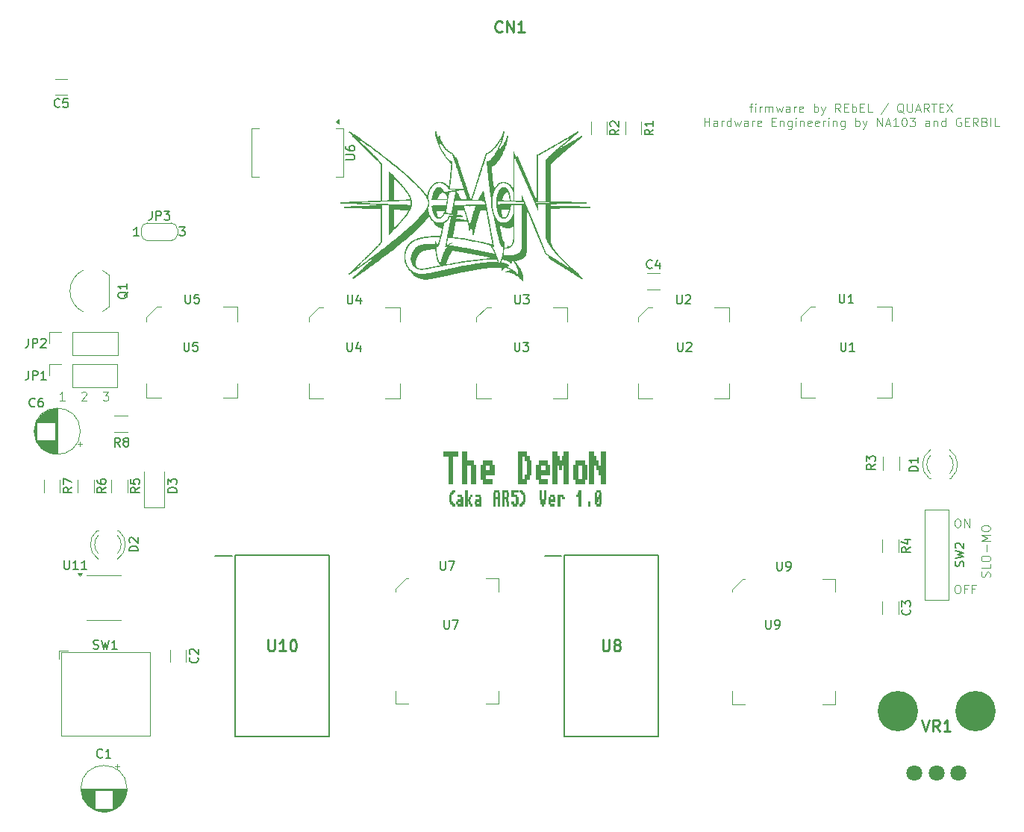
<source format=gbr>
%TF.GenerationSoftware,KiCad,Pcbnew,8.0.3*%
%TF.CreationDate,2025-02-02T16:21:54+01:00*%
%TF.ProjectId,DeMoN-Flash-J,44654d6f-4e2d-4466-9c61-73682d4a2e6b,rev?*%
%TF.SameCoordinates,Original*%
%TF.FileFunction,Legend,Top*%
%TF.FilePolarity,Positive*%
%FSLAX46Y46*%
G04 Gerber Fmt 4.6, Leading zero omitted, Abs format (unit mm)*
G04 Created by KiCad (PCBNEW 8.0.3) date 2025-02-02 16:21:54*
%MOMM*%
%LPD*%
G01*
G04 APERTURE LIST*
%ADD10C,0.150000*%
%ADD11C,0.100000*%
%ADD12C,0.300000*%
%ADD13C,0.254000*%
%ADD14C,0.120000*%
%ADD15C,0.200000*%
%ADD16C,0.000000*%
%ADD17C,1.800000*%
%ADD18C,4.575000*%
G04 APERTURE END LIST*
D10*
X132595179Y-109062019D02*
X132595179Y-109871542D01*
X132595179Y-109871542D02*
X132642798Y-109966780D01*
X132642798Y-109966780D02*
X132690417Y-110014400D01*
X132690417Y-110014400D02*
X132785655Y-110062019D01*
X132785655Y-110062019D02*
X132976131Y-110062019D01*
X132976131Y-110062019D02*
X133071369Y-110014400D01*
X133071369Y-110014400D02*
X133118988Y-109966780D01*
X133118988Y-109966780D02*
X133166607Y-109871542D01*
X133166607Y-109871542D02*
X133166607Y-109062019D01*
X133547560Y-109062019D02*
X134214226Y-109062019D01*
X134214226Y-109062019D02*
X133785655Y-110062019D01*
X169095179Y-109062019D02*
X169095179Y-109871542D01*
X169095179Y-109871542D02*
X169142798Y-109966780D01*
X169142798Y-109966780D02*
X169190417Y-110014400D01*
X169190417Y-110014400D02*
X169285655Y-110062019D01*
X169285655Y-110062019D02*
X169476131Y-110062019D01*
X169476131Y-110062019D02*
X169571369Y-110014400D01*
X169571369Y-110014400D02*
X169618988Y-109966780D01*
X169618988Y-109966780D02*
X169666607Y-109871542D01*
X169666607Y-109871542D02*
X169666607Y-109062019D01*
X170190417Y-110062019D02*
X170380893Y-110062019D01*
X170380893Y-110062019D02*
X170476131Y-110014400D01*
X170476131Y-110014400D02*
X170523750Y-109966780D01*
X170523750Y-109966780D02*
X170618988Y-109823923D01*
X170618988Y-109823923D02*
X170666607Y-109633447D01*
X170666607Y-109633447D02*
X170666607Y-109252495D01*
X170666607Y-109252495D02*
X170618988Y-109157257D01*
X170618988Y-109157257D02*
X170571369Y-109109638D01*
X170571369Y-109109638D02*
X170476131Y-109062019D01*
X170476131Y-109062019D02*
X170285655Y-109062019D01*
X170285655Y-109062019D02*
X170190417Y-109109638D01*
X170190417Y-109109638D02*
X170142798Y-109157257D01*
X170142798Y-109157257D02*
X170095179Y-109252495D01*
X170095179Y-109252495D02*
X170095179Y-109490590D01*
X170095179Y-109490590D02*
X170142798Y-109585828D01*
X170142798Y-109585828D02*
X170190417Y-109633447D01*
X170190417Y-109633447D02*
X170285655Y-109681066D01*
X170285655Y-109681066D02*
X170476131Y-109681066D01*
X170476131Y-109681066D02*
X170571369Y-109633447D01*
X170571369Y-109633447D02*
X170618988Y-109585828D01*
X170618988Y-109585828D02*
X170666607Y-109490590D01*
X103095179Y-77562019D02*
X103095179Y-78371542D01*
X103095179Y-78371542D02*
X103142798Y-78466780D01*
X103142798Y-78466780D02*
X103190417Y-78514400D01*
X103190417Y-78514400D02*
X103285655Y-78562019D01*
X103285655Y-78562019D02*
X103476131Y-78562019D01*
X103476131Y-78562019D02*
X103571369Y-78514400D01*
X103571369Y-78514400D02*
X103618988Y-78466780D01*
X103618988Y-78466780D02*
X103666607Y-78371542D01*
X103666607Y-78371542D02*
X103666607Y-77562019D01*
X104618988Y-77562019D02*
X104142798Y-77562019D01*
X104142798Y-77562019D02*
X104095179Y-78038209D01*
X104095179Y-78038209D02*
X104142798Y-77990590D01*
X104142798Y-77990590D02*
X104238036Y-77942971D01*
X104238036Y-77942971D02*
X104476131Y-77942971D01*
X104476131Y-77942971D02*
X104571369Y-77990590D01*
X104571369Y-77990590D02*
X104618988Y-78038209D01*
X104618988Y-78038209D02*
X104666607Y-78133447D01*
X104666607Y-78133447D02*
X104666607Y-78371542D01*
X104666607Y-78371542D02*
X104618988Y-78466780D01*
X104618988Y-78466780D02*
X104571369Y-78514400D01*
X104571369Y-78514400D02*
X104476131Y-78562019D01*
X104476131Y-78562019D02*
X104238036Y-78562019D01*
X104238036Y-78562019D02*
X104142798Y-78514400D01*
X104142798Y-78514400D02*
X104095179Y-78466780D01*
D11*
X89556093Y-84174619D02*
X88984665Y-84174619D01*
X89270379Y-84174619D02*
X89270379Y-83174619D01*
X89270379Y-83174619D02*
X89175141Y-83317476D01*
X89175141Y-83317476D02*
X89079903Y-83412714D01*
X89079903Y-83412714D02*
X88984665Y-83460333D01*
X91460856Y-83269857D02*
X91508475Y-83222238D01*
X91508475Y-83222238D02*
X91603713Y-83174619D01*
X91603713Y-83174619D02*
X91841808Y-83174619D01*
X91841808Y-83174619D02*
X91937046Y-83222238D01*
X91937046Y-83222238D02*
X91984665Y-83269857D01*
X91984665Y-83269857D02*
X92032284Y-83365095D01*
X92032284Y-83365095D02*
X92032284Y-83460333D01*
X92032284Y-83460333D02*
X91984665Y-83603190D01*
X91984665Y-83603190D02*
X91413237Y-84174619D01*
X91413237Y-84174619D02*
X92032284Y-84174619D01*
X93889428Y-83174619D02*
X94508475Y-83174619D01*
X94508475Y-83174619D02*
X94175142Y-83555571D01*
X94175142Y-83555571D02*
X94317999Y-83555571D01*
X94317999Y-83555571D02*
X94413237Y-83603190D01*
X94413237Y-83603190D02*
X94460856Y-83650809D01*
X94460856Y-83650809D02*
X94508475Y-83746047D01*
X94508475Y-83746047D02*
X94508475Y-83984142D01*
X94508475Y-83984142D02*
X94460856Y-84079380D01*
X94460856Y-84079380D02*
X94413237Y-84127000D01*
X94413237Y-84127000D02*
X94317999Y-84174619D01*
X94317999Y-84174619D02*
X94032285Y-84174619D01*
X94032285Y-84174619D02*
X93937047Y-84127000D01*
X93937047Y-84127000D02*
X93889428Y-84079380D01*
X190752760Y-105064619D02*
X190943236Y-105064619D01*
X190943236Y-105064619D02*
X191038474Y-105112238D01*
X191038474Y-105112238D02*
X191133712Y-105207476D01*
X191133712Y-105207476D02*
X191181331Y-105397952D01*
X191181331Y-105397952D02*
X191181331Y-105731285D01*
X191181331Y-105731285D02*
X191133712Y-105921761D01*
X191133712Y-105921761D02*
X191038474Y-106017000D01*
X191038474Y-106017000D02*
X190943236Y-106064619D01*
X190943236Y-106064619D02*
X190752760Y-106064619D01*
X190752760Y-106064619D02*
X190657522Y-106017000D01*
X190657522Y-106017000D02*
X190562284Y-105921761D01*
X190562284Y-105921761D02*
X190514665Y-105731285D01*
X190514665Y-105731285D02*
X190514665Y-105397952D01*
X190514665Y-105397952D02*
X190562284Y-105207476D01*
X190562284Y-105207476D02*
X190657522Y-105112238D01*
X190657522Y-105112238D02*
X190752760Y-105064619D01*
X191943236Y-105540809D02*
X191609903Y-105540809D01*
X191609903Y-106064619D02*
X191609903Y-105064619D01*
X191609903Y-105064619D02*
X192086093Y-105064619D01*
X192800379Y-105540809D02*
X192467046Y-105540809D01*
X192467046Y-106064619D02*
X192467046Y-105064619D01*
X192467046Y-105064619D02*
X192943236Y-105064619D01*
D10*
X177595179Y-77562019D02*
X177595179Y-78371542D01*
X177595179Y-78371542D02*
X177642798Y-78466780D01*
X177642798Y-78466780D02*
X177690417Y-78514400D01*
X177690417Y-78514400D02*
X177785655Y-78562019D01*
X177785655Y-78562019D02*
X177976131Y-78562019D01*
X177976131Y-78562019D02*
X178071369Y-78514400D01*
X178071369Y-78514400D02*
X178118988Y-78466780D01*
X178118988Y-78466780D02*
X178166607Y-78371542D01*
X178166607Y-78371542D02*
X178166607Y-77562019D01*
X179166607Y-78562019D02*
X178595179Y-78562019D01*
X178880893Y-78562019D02*
X178880893Y-77562019D01*
X178880893Y-77562019D02*
X178785655Y-77704876D01*
X178785655Y-77704876D02*
X178690417Y-77800114D01*
X178690417Y-77800114D02*
X178595179Y-77847733D01*
D12*
G36*
X133055608Y-90532479D02*
G01*
X132539767Y-90532479D01*
X132539767Y-89961683D01*
X134181079Y-89961683D01*
X134181079Y-90532479D01*
X133627869Y-90532479D01*
X133627869Y-93666359D01*
X133055608Y-93666359D01*
X133055608Y-90532479D01*
G37*
G36*
X135210563Y-93666359D02*
G01*
X134638302Y-93666359D01*
X134638302Y-89961683D01*
X135210563Y-89961683D01*
X135210563Y-90993365D01*
X135979928Y-90993365D01*
X135979928Y-91509206D01*
X136242245Y-91509206D01*
X136242245Y-93666359D01*
X135669984Y-93666359D01*
X135669984Y-91564160D01*
X135210563Y-91564160D01*
X135210563Y-93666359D01*
G37*
G36*
X138096781Y-91509206D02*
G01*
X138340779Y-91509206D01*
X138340779Y-92634677D01*
X137309097Y-92634677D01*
X137309097Y-93095563D01*
X138096781Y-93095563D01*
X138096781Y-93666359D01*
X137018204Y-93666359D01*
X137018204Y-93142458D01*
X136736836Y-93142458D01*
X136736836Y-92063881D01*
X137309097Y-92063881D01*
X137768518Y-92063881D01*
X137768518Y-91564160D01*
X137309097Y-91564160D01*
X137309097Y-92063881D01*
X136736836Y-92063881D01*
X136736836Y-91509206D01*
X137018204Y-91509206D01*
X137018204Y-90993365D01*
X138096781Y-90993365D01*
X138096781Y-91509206D01*
G37*
G36*
X142012482Y-90477524D02*
G01*
X142293850Y-90477524D01*
X142293850Y-90993365D01*
X142537848Y-90993365D01*
X142537848Y-92634677D01*
X142293850Y-92634677D01*
X142293850Y-93142458D01*
X142012482Y-93142458D01*
X142012482Y-93666359D01*
X140933905Y-93666359D01*
X140933905Y-93095563D01*
X141506166Y-93095563D01*
X141721589Y-93095563D01*
X141721589Y-92587782D01*
X141965587Y-92587782D01*
X141965587Y-91040260D01*
X141721589Y-91040260D01*
X141721589Y-90532479D01*
X141506166Y-90532479D01*
X141506166Y-93095563D01*
X140933905Y-93095563D01*
X140933905Y-89961683D01*
X142012482Y-89961683D01*
X142012482Y-90477524D01*
G37*
G36*
X144392384Y-91509206D02*
G01*
X144636383Y-91509206D01*
X144636383Y-92634677D01*
X143604701Y-92634677D01*
X143604701Y-93095563D01*
X144392384Y-93095563D01*
X144392384Y-93666359D01*
X143313808Y-93666359D01*
X143313808Y-93142458D01*
X143032440Y-93142458D01*
X143032440Y-92063881D01*
X143604701Y-92063881D01*
X144064122Y-92063881D01*
X144064122Y-91564160D01*
X143604701Y-91564160D01*
X143604701Y-92063881D01*
X143032440Y-92063881D01*
X143032440Y-91509206D01*
X143313808Y-91509206D01*
X143313808Y-90993365D01*
X144392384Y-90993365D01*
X144392384Y-91509206D01*
G37*
G36*
X145646815Y-91556100D02*
G01*
X145421868Y-91556100D01*
X145421868Y-93666359D01*
X144849607Y-93666359D01*
X144849607Y-89961683D01*
X145421868Y-89961683D01*
X145421868Y-90477524D01*
X145693710Y-90477524D01*
X145693710Y-90993365D01*
X145928183Y-90993365D01*
X145928183Y-90477524D01*
X146162656Y-90477524D01*
X146162656Y-89961683D01*
X146734917Y-89961683D01*
X146734917Y-93666359D01*
X146162656Y-93666359D01*
X146162656Y-91556100D01*
X145975078Y-91556100D01*
X145975078Y-92071941D01*
X145646815Y-92071941D01*
X145646815Y-91556100D01*
G37*
G36*
X148589453Y-91509206D02*
G01*
X148833452Y-91509206D01*
X148833452Y-93142458D01*
X148589453Y-93142458D01*
X148589453Y-93666359D01*
X147510877Y-93666359D01*
X147510877Y-93142458D01*
X147229509Y-93142458D01*
X147229509Y-93095563D01*
X147801770Y-93095563D01*
X148261191Y-93095563D01*
X148261191Y-91564160D01*
X147801770Y-91564160D01*
X147801770Y-93095563D01*
X147229509Y-93095563D01*
X147229509Y-91509206D01*
X147510877Y-91509206D01*
X147510877Y-90993365D01*
X148589453Y-90993365D01*
X148589453Y-91509206D01*
G37*
G36*
X150097409Y-92071941D02*
G01*
X149834359Y-92071941D01*
X149834359Y-91556100D01*
X149618937Y-91556100D01*
X149618937Y-93666359D01*
X149046676Y-93666359D01*
X149046676Y-89961683D01*
X149618937Y-89961683D01*
X149618937Y-90477524D01*
X149881254Y-90477524D01*
X149881254Y-90993365D01*
X150144303Y-90993365D01*
X150144303Y-91556100D01*
X150359725Y-91556100D01*
X150359725Y-89961683D01*
X150931986Y-89961683D01*
X150931986Y-93666359D01*
X150359725Y-93666359D01*
X150359725Y-92634677D01*
X150097409Y-92634677D01*
X150097409Y-92071941D01*
G37*
G36*
X133419687Y-95917329D02*
G01*
X133292925Y-95917329D01*
X133292925Y-95663438D01*
X133157004Y-95663438D01*
X133157004Y-94842782D01*
X133292925Y-94842782D01*
X133292925Y-94584862D01*
X133419687Y-94584862D01*
X133419687Y-94444178D01*
X133555608Y-94444178D01*
X133555608Y-94326941D01*
X133836976Y-94326941D01*
X133836976Y-94612339D01*
X133708016Y-94612339D01*
X133708016Y-94737269D01*
X133579055Y-94737269D01*
X133579055Y-94866230D01*
X133443134Y-94866230D01*
X133443134Y-95639991D01*
X133579055Y-95639991D01*
X133579055Y-95766753D01*
X133708016Y-95766753D01*
X133708016Y-95893881D01*
X133836976Y-95893881D01*
X133836976Y-96179279D01*
X133555608Y-96179279D01*
X133555608Y-96062042D01*
X133419687Y-96062042D01*
X133419687Y-95917329D01*
G37*
G36*
X134628323Y-95104733D02*
G01*
X134750322Y-95104733D01*
X134750322Y-96179279D01*
X134089035Y-96179279D01*
X134089035Y-95917329D01*
X133948351Y-95917329D01*
X133948351Y-95893881D01*
X134234481Y-95893881D01*
X134464192Y-95893881D01*
X134464192Y-95659408D01*
X134234481Y-95659408D01*
X134234481Y-95893881D01*
X133948351Y-95893881D01*
X133948351Y-95635961D01*
X134089035Y-95635961D01*
X134089035Y-95378040D01*
X134464192Y-95378040D01*
X134464192Y-95128180D01*
X134089035Y-95128180D01*
X134089035Y-94842782D01*
X134628323Y-94842782D01*
X134628323Y-95104733D01*
G37*
G36*
X135391460Y-95100703D02*
G01*
X135513459Y-95100703D01*
X135513459Y-94842782D01*
X135799589Y-94842782D01*
X135799589Y-95128180D01*
X135677590Y-95128180D01*
X135677590Y-95401488D01*
X135536906Y-95401488D01*
X135536906Y-95628267D01*
X135677590Y-95628267D01*
X135677590Y-95893881D01*
X135799589Y-95893881D01*
X135799589Y-96179279D01*
X135513459Y-96179279D01*
X135513459Y-95917329D01*
X135391460Y-95917329D01*
X135391460Y-95651715D01*
X135283748Y-95651715D01*
X135283748Y-96179279D01*
X134997618Y-96179279D01*
X134997618Y-94326941D01*
X135283748Y-94326941D01*
X135283748Y-95378040D01*
X135391460Y-95378040D01*
X135391460Y-95100703D01*
G37*
G36*
X136726857Y-95104733D02*
G01*
X136848857Y-95104733D01*
X136848857Y-96179279D01*
X136187569Y-96179279D01*
X136187569Y-95917329D01*
X136046885Y-95917329D01*
X136046885Y-95893881D01*
X136333016Y-95893881D01*
X136562726Y-95893881D01*
X136562726Y-95659408D01*
X136333016Y-95659408D01*
X136333016Y-95893881D01*
X136046885Y-95893881D01*
X136046885Y-95635961D01*
X136187569Y-95635961D01*
X136187569Y-95378040D01*
X136562726Y-95378040D01*
X136562726Y-95128180D01*
X136187569Y-95128180D01*
X136187569Y-94842782D01*
X136726857Y-94842782D01*
X136726857Y-95104733D01*
G37*
G36*
X138825392Y-94584862D02*
G01*
X138947391Y-94584862D01*
X138947391Y-96179279D01*
X138661261Y-96179279D01*
X138661261Y-95386100D01*
X138431550Y-95386100D01*
X138431550Y-96179279D01*
X138145420Y-96179279D01*
X138145420Y-95100703D01*
X138431550Y-95100703D01*
X138661261Y-95100703D01*
X138661261Y-94612339D01*
X138431550Y-94612339D01*
X138431550Y-95100703D01*
X138145420Y-95100703D01*
X138145420Y-94584862D01*
X138286104Y-94584862D01*
X138286104Y-94326941D01*
X138825392Y-94326941D01*
X138825392Y-94584862D01*
G37*
G36*
X139874659Y-94584862D02*
G01*
X139996658Y-94584862D01*
X139996658Y-95124150D01*
X139874659Y-95124150D01*
X139874659Y-95639991D01*
X139996658Y-95639991D01*
X139996658Y-96179279D01*
X139710528Y-96179279D01*
X139710528Y-95663438D01*
X139588529Y-95663438D01*
X139588529Y-95386100D01*
X139480818Y-95386100D01*
X139480818Y-96179279D01*
X139194687Y-96179279D01*
X139194687Y-95100703D01*
X139480818Y-95100703D01*
X139710528Y-95100703D01*
X139710528Y-94612339D01*
X139480818Y-94612339D01*
X139480818Y-95100703D01*
X139194687Y-95100703D01*
X139194687Y-94326941D01*
X139874659Y-94326941D01*
X139874659Y-94584862D01*
G37*
G36*
X140243954Y-95635961D02*
G01*
X140530085Y-95635961D01*
X140530085Y-95893881D01*
X140759795Y-95893881D01*
X140759795Y-95128180D01*
X140243954Y-95128180D01*
X140243954Y-94326941D01*
X141045926Y-94326941D01*
X141045926Y-94612339D01*
X140530085Y-94612339D01*
X140530085Y-94842782D01*
X140923926Y-94842782D01*
X140923926Y-95096673D01*
X141045926Y-95096673D01*
X141045926Y-95917329D01*
X140923926Y-95917329D01*
X140923926Y-96179279D01*
X140384638Y-96179279D01*
X140384638Y-95917329D01*
X140243954Y-95917329D01*
X140243954Y-95635961D01*
G37*
G36*
X141152538Y-95893881D02*
G01*
X141283696Y-95893881D01*
X141283696Y-95766753D01*
X141415221Y-95766753D01*
X141415221Y-95639991D01*
X141546379Y-95639991D01*
X141546379Y-94866230D01*
X141415221Y-94866230D01*
X141415221Y-94737269D01*
X141283696Y-94737269D01*
X141283696Y-94612339D01*
X141152538Y-94612339D01*
X141152538Y-94326941D01*
X141438668Y-94326941D01*
X141438668Y-94444178D01*
X141569827Y-94444178D01*
X141569827Y-94584862D01*
X141696589Y-94584862D01*
X141696589Y-94842782D01*
X141832510Y-94842782D01*
X141832510Y-95663438D01*
X141696589Y-95663438D01*
X141696589Y-95917329D01*
X141569827Y-95917329D01*
X141569827Y-96062042D01*
X141438668Y-96062042D01*
X141438668Y-96179279D01*
X141152538Y-96179279D01*
X141152538Y-95893881D01*
G37*
G36*
X143391756Y-94326941D02*
G01*
X143677887Y-94326941D01*
X143677887Y-95358623D01*
X143912360Y-95358623D01*
X143912360Y-94326941D01*
X144193727Y-94326941D01*
X144193727Y-95405518D01*
X144071728Y-95405518D01*
X144071728Y-95913665D01*
X143935807Y-95913665D01*
X143935807Y-96179279D01*
X143654439Y-96179279D01*
X143654439Y-95913665D01*
X143532440Y-95913665D01*
X143532440Y-95405518D01*
X143391756Y-95405518D01*
X143391756Y-94326941D01*
G37*
G36*
X145120995Y-95100703D02*
G01*
X145242995Y-95100703D01*
X145242995Y-95663438D01*
X144727154Y-95663438D01*
X144727154Y-95893881D01*
X145120995Y-95893881D01*
X145120995Y-96179279D01*
X144581707Y-96179279D01*
X144581707Y-95917329D01*
X144441023Y-95917329D01*
X144441023Y-95378040D01*
X144727154Y-95378040D01*
X144956864Y-95378040D01*
X144956864Y-95128180D01*
X144727154Y-95128180D01*
X144727154Y-95378040D01*
X144441023Y-95378040D01*
X144441023Y-95100703D01*
X144581707Y-95100703D01*
X144581707Y-94842782D01*
X145120995Y-94842782D01*
X145120995Y-95100703D01*
G37*
G36*
X145776421Y-96179279D02*
G01*
X145490291Y-96179279D01*
X145490291Y-94842782D01*
X146161104Y-94842782D01*
X146161104Y-95100703D01*
X146292262Y-95100703D01*
X146292262Y-95386100D01*
X146006132Y-95386100D01*
X146006132Y-95128180D01*
X145776421Y-95128180D01*
X145776421Y-96179279D01*
G37*
G36*
X147588825Y-94842782D02*
G01*
X147717785Y-94842782D01*
X147717785Y-94584862D01*
X147846746Y-94584862D01*
X147846746Y-94326941D01*
X148132876Y-94326941D01*
X148132876Y-96179279D01*
X147846746Y-96179279D01*
X147846746Y-95128180D01*
X147588825Y-95128180D01*
X147588825Y-94842782D01*
G37*
G36*
X147588825Y-94842782D02*
G01*
X147717785Y-94842782D01*
X147717785Y-94584862D01*
X147846746Y-94584862D01*
X147846746Y-94326941D01*
X148132876Y-94326941D01*
X148132876Y-96179279D01*
X147846746Y-96179279D01*
X147846746Y-95128180D01*
X147588825Y-95128180D01*
X147588825Y-94842782D01*
G37*
G36*
X148896013Y-95639991D02*
G01*
X149182143Y-95639991D01*
X149182143Y-96179279D01*
X148896013Y-96179279D01*
X148896013Y-95639991D01*
G37*
G36*
X150367332Y-94584862D02*
G01*
X150489331Y-94584862D01*
X150489331Y-95917329D01*
X150367332Y-95917329D01*
X150367332Y-96179279D01*
X149828044Y-96179279D01*
X149828044Y-95917329D01*
X149687360Y-95917329D01*
X149687360Y-95663438D01*
X149973490Y-95663438D01*
X149973490Y-95893881D01*
X150203201Y-95893881D01*
X150203201Y-95382070D01*
X150100252Y-95382070D01*
X150100252Y-95663438D01*
X149973490Y-95663438D01*
X149687360Y-95663438D01*
X149687360Y-95124150D01*
X149973490Y-95124150D01*
X150076805Y-95124150D01*
X150076805Y-94842782D01*
X150203201Y-94842782D01*
X150203201Y-94612339D01*
X149973490Y-94612339D01*
X149973490Y-95124150D01*
X149687360Y-95124150D01*
X149687360Y-94584862D01*
X149828044Y-94584862D01*
X149828044Y-94326941D01*
X150367332Y-94326941D01*
X150367332Y-94584862D01*
G37*
D11*
X167210780Y-50788008D02*
X167591732Y-50788008D01*
X167353637Y-51454675D02*
X167353637Y-50597532D01*
X167353637Y-50597532D02*
X167401256Y-50502294D01*
X167401256Y-50502294D02*
X167496494Y-50454675D01*
X167496494Y-50454675D02*
X167591732Y-50454675D01*
X167925066Y-51454675D02*
X167925066Y-50788008D01*
X167925066Y-50454675D02*
X167877447Y-50502294D01*
X167877447Y-50502294D02*
X167925066Y-50549913D01*
X167925066Y-50549913D02*
X167972685Y-50502294D01*
X167972685Y-50502294D02*
X167925066Y-50454675D01*
X167925066Y-50454675D02*
X167925066Y-50549913D01*
X168401256Y-51454675D02*
X168401256Y-50788008D01*
X168401256Y-50978484D02*
X168448875Y-50883246D01*
X168448875Y-50883246D02*
X168496494Y-50835627D01*
X168496494Y-50835627D02*
X168591732Y-50788008D01*
X168591732Y-50788008D02*
X168686970Y-50788008D01*
X169020304Y-51454675D02*
X169020304Y-50788008D01*
X169020304Y-50883246D02*
X169067923Y-50835627D01*
X169067923Y-50835627D02*
X169163161Y-50788008D01*
X169163161Y-50788008D02*
X169306018Y-50788008D01*
X169306018Y-50788008D02*
X169401256Y-50835627D01*
X169401256Y-50835627D02*
X169448875Y-50930865D01*
X169448875Y-50930865D02*
X169448875Y-51454675D01*
X169448875Y-50930865D02*
X169496494Y-50835627D01*
X169496494Y-50835627D02*
X169591732Y-50788008D01*
X169591732Y-50788008D02*
X169734589Y-50788008D01*
X169734589Y-50788008D02*
X169829828Y-50835627D01*
X169829828Y-50835627D02*
X169877447Y-50930865D01*
X169877447Y-50930865D02*
X169877447Y-51454675D01*
X170258399Y-50788008D02*
X170448875Y-51454675D01*
X170448875Y-51454675D02*
X170639351Y-50978484D01*
X170639351Y-50978484D02*
X170829827Y-51454675D01*
X170829827Y-51454675D02*
X171020303Y-50788008D01*
X171829827Y-51454675D02*
X171829827Y-50930865D01*
X171829827Y-50930865D02*
X171782208Y-50835627D01*
X171782208Y-50835627D02*
X171686970Y-50788008D01*
X171686970Y-50788008D02*
X171496494Y-50788008D01*
X171496494Y-50788008D02*
X171401256Y-50835627D01*
X171829827Y-51407056D02*
X171734589Y-51454675D01*
X171734589Y-51454675D02*
X171496494Y-51454675D01*
X171496494Y-51454675D02*
X171401256Y-51407056D01*
X171401256Y-51407056D02*
X171353637Y-51311817D01*
X171353637Y-51311817D02*
X171353637Y-51216579D01*
X171353637Y-51216579D02*
X171401256Y-51121341D01*
X171401256Y-51121341D02*
X171496494Y-51073722D01*
X171496494Y-51073722D02*
X171734589Y-51073722D01*
X171734589Y-51073722D02*
X171829827Y-51026103D01*
X172306018Y-51454675D02*
X172306018Y-50788008D01*
X172306018Y-50978484D02*
X172353637Y-50883246D01*
X172353637Y-50883246D02*
X172401256Y-50835627D01*
X172401256Y-50835627D02*
X172496494Y-50788008D01*
X172496494Y-50788008D02*
X172591732Y-50788008D01*
X173306018Y-51407056D02*
X173210780Y-51454675D01*
X173210780Y-51454675D02*
X173020304Y-51454675D01*
X173020304Y-51454675D02*
X172925066Y-51407056D01*
X172925066Y-51407056D02*
X172877447Y-51311817D01*
X172877447Y-51311817D02*
X172877447Y-50930865D01*
X172877447Y-50930865D02*
X172925066Y-50835627D01*
X172925066Y-50835627D02*
X173020304Y-50788008D01*
X173020304Y-50788008D02*
X173210780Y-50788008D01*
X173210780Y-50788008D02*
X173306018Y-50835627D01*
X173306018Y-50835627D02*
X173353637Y-50930865D01*
X173353637Y-50930865D02*
X173353637Y-51026103D01*
X173353637Y-51026103D02*
X172877447Y-51121341D01*
X174544114Y-51454675D02*
X174544114Y-50454675D01*
X174544114Y-50835627D02*
X174639352Y-50788008D01*
X174639352Y-50788008D02*
X174829828Y-50788008D01*
X174829828Y-50788008D02*
X174925066Y-50835627D01*
X174925066Y-50835627D02*
X174972685Y-50883246D01*
X174972685Y-50883246D02*
X175020304Y-50978484D01*
X175020304Y-50978484D02*
X175020304Y-51264198D01*
X175020304Y-51264198D02*
X174972685Y-51359436D01*
X174972685Y-51359436D02*
X174925066Y-51407056D01*
X174925066Y-51407056D02*
X174829828Y-51454675D01*
X174829828Y-51454675D02*
X174639352Y-51454675D01*
X174639352Y-51454675D02*
X174544114Y-51407056D01*
X175353638Y-50788008D02*
X175591733Y-51454675D01*
X175829828Y-50788008D02*
X175591733Y-51454675D01*
X175591733Y-51454675D02*
X175496495Y-51692770D01*
X175496495Y-51692770D02*
X175448876Y-51740389D01*
X175448876Y-51740389D02*
X175353638Y-51788008D01*
X177544114Y-51454675D02*
X177210781Y-50978484D01*
X176972686Y-51454675D02*
X176972686Y-50454675D01*
X176972686Y-50454675D02*
X177353638Y-50454675D01*
X177353638Y-50454675D02*
X177448876Y-50502294D01*
X177448876Y-50502294D02*
X177496495Y-50549913D01*
X177496495Y-50549913D02*
X177544114Y-50645151D01*
X177544114Y-50645151D02*
X177544114Y-50788008D01*
X177544114Y-50788008D02*
X177496495Y-50883246D01*
X177496495Y-50883246D02*
X177448876Y-50930865D01*
X177448876Y-50930865D02*
X177353638Y-50978484D01*
X177353638Y-50978484D02*
X176972686Y-50978484D01*
X177972686Y-50930865D02*
X178306019Y-50930865D01*
X178448876Y-51454675D02*
X177972686Y-51454675D01*
X177972686Y-51454675D02*
X177972686Y-50454675D01*
X177972686Y-50454675D02*
X178448876Y-50454675D01*
X178877448Y-51454675D02*
X178877448Y-50454675D01*
X178877448Y-50835627D02*
X178972686Y-50788008D01*
X178972686Y-50788008D02*
X179163162Y-50788008D01*
X179163162Y-50788008D02*
X179258400Y-50835627D01*
X179258400Y-50835627D02*
X179306019Y-50883246D01*
X179306019Y-50883246D02*
X179353638Y-50978484D01*
X179353638Y-50978484D02*
X179353638Y-51264198D01*
X179353638Y-51264198D02*
X179306019Y-51359436D01*
X179306019Y-51359436D02*
X179258400Y-51407056D01*
X179258400Y-51407056D02*
X179163162Y-51454675D01*
X179163162Y-51454675D02*
X178972686Y-51454675D01*
X178972686Y-51454675D02*
X178877448Y-51407056D01*
X179782210Y-50930865D02*
X180115543Y-50930865D01*
X180258400Y-51454675D02*
X179782210Y-51454675D01*
X179782210Y-51454675D02*
X179782210Y-50454675D01*
X179782210Y-50454675D02*
X180258400Y-50454675D01*
X181163162Y-51454675D02*
X180686972Y-51454675D01*
X180686972Y-51454675D02*
X180686972Y-50454675D01*
X182972686Y-50407056D02*
X182115544Y-51692770D01*
X184734591Y-51549913D02*
X184639353Y-51502294D01*
X184639353Y-51502294D02*
X184544115Y-51407056D01*
X184544115Y-51407056D02*
X184401258Y-51264198D01*
X184401258Y-51264198D02*
X184306020Y-51216579D01*
X184306020Y-51216579D02*
X184210782Y-51216579D01*
X184258401Y-51454675D02*
X184163163Y-51407056D01*
X184163163Y-51407056D02*
X184067925Y-51311817D01*
X184067925Y-51311817D02*
X184020306Y-51121341D01*
X184020306Y-51121341D02*
X184020306Y-50788008D01*
X184020306Y-50788008D02*
X184067925Y-50597532D01*
X184067925Y-50597532D02*
X184163163Y-50502294D01*
X184163163Y-50502294D02*
X184258401Y-50454675D01*
X184258401Y-50454675D02*
X184448877Y-50454675D01*
X184448877Y-50454675D02*
X184544115Y-50502294D01*
X184544115Y-50502294D02*
X184639353Y-50597532D01*
X184639353Y-50597532D02*
X184686972Y-50788008D01*
X184686972Y-50788008D02*
X184686972Y-51121341D01*
X184686972Y-51121341D02*
X184639353Y-51311817D01*
X184639353Y-51311817D02*
X184544115Y-51407056D01*
X184544115Y-51407056D02*
X184448877Y-51454675D01*
X184448877Y-51454675D02*
X184258401Y-51454675D01*
X185115544Y-50454675D02*
X185115544Y-51264198D01*
X185115544Y-51264198D02*
X185163163Y-51359436D01*
X185163163Y-51359436D02*
X185210782Y-51407056D01*
X185210782Y-51407056D02*
X185306020Y-51454675D01*
X185306020Y-51454675D02*
X185496496Y-51454675D01*
X185496496Y-51454675D02*
X185591734Y-51407056D01*
X185591734Y-51407056D02*
X185639353Y-51359436D01*
X185639353Y-51359436D02*
X185686972Y-51264198D01*
X185686972Y-51264198D02*
X185686972Y-50454675D01*
X186115544Y-51168960D02*
X186591734Y-51168960D01*
X186020306Y-51454675D02*
X186353639Y-50454675D01*
X186353639Y-50454675D02*
X186686972Y-51454675D01*
X187591734Y-51454675D02*
X187258401Y-50978484D01*
X187020306Y-51454675D02*
X187020306Y-50454675D01*
X187020306Y-50454675D02*
X187401258Y-50454675D01*
X187401258Y-50454675D02*
X187496496Y-50502294D01*
X187496496Y-50502294D02*
X187544115Y-50549913D01*
X187544115Y-50549913D02*
X187591734Y-50645151D01*
X187591734Y-50645151D02*
X187591734Y-50788008D01*
X187591734Y-50788008D02*
X187544115Y-50883246D01*
X187544115Y-50883246D02*
X187496496Y-50930865D01*
X187496496Y-50930865D02*
X187401258Y-50978484D01*
X187401258Y-50978484D02*
X187020306Y-50978484D01*
X187877449Y-50454675D02*
X188448877Y-50454675D01*
X188163163Y-51454675D02*
X188163163Y-50454675D01*
X188782211Y-50930865D02*
X189115544Y-50930865D01*
X189258401Y-51454675D02*
X188782211Y-51454675D01*
X188782211Y-51454675D02*
X188782211Y-50454675D01*
X188782211Y-50454675D02*
X189258401Y-50454675D01*
X189591735Y-50454675D02*
X190258401Y-51454675D01*
X190258401Y-50454675D02*
X189591735Y-51454675D01*
X162115541Y-53064619D02*
X162115541Y-52064619D01*
X162115541Y-52540809D02*
X162686969Y-52540809D01*
X162686969Y-53064619D02*
X162686969Y-52064619D01*
X163591731Y-53064619D02*
X163591731Y-52540809D01*
X163591731Y-52540809D02*
X163544112Y-52445571D01*
X163544112Y-52445571D02*
X163448874Y-52397952D01*
X163448874Y-52397952D02*
X163258398Y-52397952D01*
X163258398Y-52397952D02*
X163163160Y-52445571D01*
X163591731Y-53017000D02*
X163496493Y-53064619D01*
X163496493Y-53064619D02*
X163258398Y-53064619D01*
X163258398Y-53064619D02*
X163163160Y-53017000D01*
X163163160Y-53017000D02*
X163115541Y-52921761D01*
X163115541Y-52921761D02*
X163115541Y-52826523D01*
X163115541Y-52826523D02*
X163163160Y-52731285D01*
X163163160Y-52731285D02*
X163258398Y-52683666D01*
X163258398Y-52683666D02*
X163496493Y-52683666D01*
X163496493Y-52683666D02*
X163591731Y-52636047D01*
X164067922Y-53064619D02*
X164067922Y-52397952D01*
X164067922Y-52588428D02*
X164115541Y-52493190D01*
X164115541Y-52493190D02*
X164163160Y-52445571D01*
X164163160Y-52445571D02*
X164258398Y-52397952D01*
X164258398Y-52397952D02*
X164353636Y-52397952D01*
X165115541Y-53064619D02*
X165115541Y-52064619D01*
X165115541Y-53017000D02*
X165020303Y-53064619D01*
X165020303Y-53064619D02*
X164829827Y-53064619D01*
X164829827Y-53064619D02*
X164734589Y-53017000D01*
X164734589Y-53017000D02*
X164686970Y-52969380D01*
X164686970Y-52969380D02*
X164639351Y-52874142D01*
X164639351Y-52874142D02*
X164639351Y-52588428D01*
X164639351Y-52588428D02*
X164686970Y-52493190D01*
X164686970Y-52493190D02*
X164734589Y-52445571D01*
X164734589Y-52445571D02*
X164829827Y-52397952D01*
X164829827Y-52397952D02*
X165020303Y-52397952D01*
X165020303Y-52397952D02*
X165115541Y-52445571D01*
X165496494Y-52397952D02*
X165686970Y-53064619D01*
X165686970Y-53064619D02*
X165877446Y-52588428D01*
X165877446Y-52588428D02*
X166067922Y-53064619D01*
X166067922Y-53064619D02*
X166258398Y-52397952D01*
X167067922Y-53064619D02*
X167067922Y-52540809D01*
X167067922Y-52540809D02*
X167020303Y-52445571D01*
X167020303Y-52445571D02*
X166925065Y-52397952D01*
X166925065Y-52397952D02*
X166734589Y-52397952D01*
X166734589Y-52397952D02*
X166639351Y-52445571D01*
X167067922Y-53017000D02*
X166972684Y-53064619D01*
X166972684Y-53064619D02*
X166734589Y-53064619D01*
X166734589Y-53064619D02*
X166639351Y-53017000D01*
X166639351Y-53017000D02*
X166591732Y-52921761D01*
X166591732Y-52921761D02*
X166591732Y-52826523D01*
X166591732Y-52826523D02*
X166639351Y-52731285D01*
X166639351Y-52731285D02*
X166734589Y-52683666D01*
X166734589Y-52683666D02*
X166972684Y-52683666D01*
X166972684Y-52683666D02*
X167067922Y-52636047D01*
X167544113Y-53064619D02*
X167544113Y-52397952D01*
X167544113Y-52588428D02*
X167591732Y-52493190D01*
X167591732Y-52493190D02*
X167639351Y-52445571D01*
X167639351Y-52445571D02*
X167734589Y-52397952D01*
X167734589Y-52397952D02*
X167829827Y-52397952D01*
X168544113Y-53017000D02*
X168448875Y-53064619D01*
X168448875Y-53064619D02*
X168258399Y-53064619D01*
X168258399Y-53064619D02*
X168163161Y-53017000D01*
X168163161Y-53017000D02*
X168115542Y-52921761D01*
X168115542Y-52921761D02*
X168115542Y-52540809D01*
X168115542Y-52540809D02*
X168163161Y-52445571D01*
X168163161Y-52445571D02*
X168258399Y-52397952D01*
X168258399Y-52397952D02*
X168448875Y-52397952D01*
X168448875Y-52397952D02*
X168544113Y-52445571D01*
X168544113Y-52445571D02*
X168591732Y-52540809D01*
X168591732Y-52540809D02*
X168591732Y-52636047D01*
X168591732Y-52636047D02*
X168115542Y-52731285D01*
X169782209Y-52540809D02*
X170115542Y-52540809D01*
X170258399Y-53064619D02*
X169782209Y-53064619D01*
X169782209Y-53064619D02*
X169782209Y-52064619D01*
X169782209Y-52064619D02*
X170258399Y-52064619D01*
X170686971Y-52397952D02*
X170686971Y-53064619D01*
X170686971Y-52493190D02*
X170734590Y-52445571D01*
X170734590Y-52445571D02*
X170829828Y-52397952D01*
X170829828Y-52397952D02*
X170972685Y-52397952D01*
X170972685Y-52397952D02*
X171067923Y-52445571D01*
X171067923Y-52445571D02*
X171115542Y-52540809D01*
X171115542Y-52540809D02*
X171115542Y-53064619D01*
X172020304Y-52397952D02*
X172020304Y-53207476D01*
X172020304Y-53207476D02*
X171972685Y-53302714D01*
X171972685Y-53302714D02*
X171925066Y-53350333D01*
X171925066Y-53350333D02*
X171829828Y-53397952D01*
X171829828Y-53397952D02*
X171686971Y-53397952D01*
X171686971Y-53397952D02*
X171591733Y-53350333D01*
X172020304Y-53017000D02*
X171925066Y-53064619D01*
X171925066Y-53064619D02*
X171734590Y-53064619D01*
X171734590Y-53064619D02*
X171639352Y-53017000D01*
X171639352Y-53017000D02*
X171591733Y-52969380D01*
X171591733Y-52969380D02*
X171544114Y-52874142D01*
X171544114Y-52874142D02*
X171544114Y-52588428D01*
X171544114Y-52588428D02*
X171591733Y-52493190D01*
X171591733Y-52493190D02*
X171639352Y-52445571D01*
X171639352Y-52445571D02*
X171734590Y-52397952D01*
X171734590Y-52397952D02*
X171925066Y-52397952D01*
X171925066Y-52397952D02*
X172020304Y-52445571D01*
X172496495Y-53064619D02*
X172496495Y-52397952D01*
X172496495Y-52064619D02*
X172448876Y-52112238D01*
X172448876Y-52112238D02*
X172496495Y-52159857D01*
X172496495Y-52159857D02*
X172544114Y-52112238D01*
X172544114Y-52112238D02*
X172496495Y-52064619D01*
X172496495Y-52064619D02*
X172496495Y-52159857D01*
X172972685Y-52397952D02*
X172972685Y-53064619D01*
X172972685Y-52493190D02*
X173020304Y-52445571D01*
X173020304Y-52445571D02*
X173115542Y-52397952D01*
X173115542Y-52397952D02*
X173258399Y-52397952D01*
X173258399Y-52397952D02*
X173353637Y-52445571D01*
X173353637Y-52445571D02*
X173401256Y-52540809D01*
X173401256Y-52540809D02*
X173401256Y-53064619D01*
X174258399Y-53017000D02*
X174163161Y-53064619D01*
X174163161Y-53064619D02*
X173972685Y-53064619D01*
X173972685Y-53064619D02*
X173877447Y-53017000D01*
X173877447Y-53017000D02*
X173829828Y-52921761D01*
X173829828Y-52921761D02*
X173829828Y-52540809D01*
X173829828Y-52540809D02*
X173877447Y-52445571D01*
X173877447Y-52445571D02*
X173972685Y-52397952D01*
X173972685Y-52397952D02*
X174163161Y-52397952D01*
X174163161Y-52397952D02*
X174258399Y-52445571D01*
X174258399Y-52445571D02*
X174306018Y-52540809D01*
X174306018Y-52540809D02*
X174306018Y-52636047D01*
X174306018Y-52636047D02*
X173829828Y-52731285D01*
X175115542Y-53017000D02*
X175020304Y-53064619D01*
X175020304Y-53064619D02*
X174829828Y-53064619D01*
X174829828Y-53064619D02*
X174734590Y-53017000D01*
X174734590Y-53017000D02*
X174686971Y-52921761D01*
X174686971Y-52921761D02*
X174686971Y-52540809D01*
X174686971Y-52540809D02*
X174734590Y-52445571D01*
X174734590Y-52445571D02*
X174829828Y-52397952D01*
X174829828Y-52397952D02*
X175020304Y-52397952D01*
X175020304Y-52397952D02*
X175115542Y-52445571D01*
X175115542Y-52445571D02*
X175163161Y-52540809D01*
X175163161Y-52540809D02*
X175163161Y-52636047D01*
X175163161Y-52636047D02*
X174686971Y-52731285D01*
X175591733Y-53064619D02*
X175591733Y-52397952D01*
X175591733Y-52588428D02*
X175639352Y-52493190D01*
X175639352Y-52493190D02*
X175686971Y-52445571D01*
X175686971Y-52445571D02*
X175782209Y-52397952D01*
X175782209Y-52397952D02*
X175877447Y-52397952D01*
X176210781Y-53064619D02*
X176210781Y-52397952D01*
X176210781Y-52064619D02*
X176163162Y-52112238D01*
X176163162Y-52112238D02*
X176210781Y-52159857D01*
X176210781Y-52159857D02*
X176258400Y-52112238D01*
X176258400Y-52112238D02*
X176210781Y-52064619D01*
X176210781Y-52064619D02*
X176210781Y-52159857D01*
X176686971Y-52397952D02*
X176686971Y-53064619D01*
X176686971Y-52493190D02*
X176734590Y-52445571D01*
X176734590Y-52445571D02*
X176829828Y-52397952D01*
X176829828Y-52397952D02*
X176972685Y-52397952D01*
X176972685Y-52397952D02*
X177067923Y-52445571D01*
X177067923Y-52445571D02*
X177115542Y-52540809D01*
X177115542Y-52540809D02*
X177115542Y-53064619D01*
X178020304Y-52397952D02*
X178020304Y-53207476D01*
X178020304Y-53207476D02*
X177972685Y-53302714D01*
X177972685Y-53302714D02*
X177925066Y-53350333D01*
X177925066Y-53350333D02*
X177829828Y-53397952D01*
X177829828Y-53397952D02*
X177686971Y-53397952D01*
X177686971Y-53397952D02*
X177591733Y-53350333D01*
X178020304Y-53017000D02*
X177925066Y-53064619D01*
X177925066Y-53064619D02*
X177734590Y-53064619D01*
X177734590Y-53064619D02*
X177639352Y-53017000D01*
X177639352Y-53017000D02*
X177591733Y-52969380D01*
X177591733Y-52969380D02*
X177544114Y-52874142D01*
X177544114Y-52874142D02*
X177544114Y-52588428D01*
X177544114Y-52588428D02*
X177591733Y-52493190D01*
X177591733Y-52493190D02*
X177639352Y-52445571D01*
X177639352Y-52445571D02*
X177734590Y-52397952D01*
X177734590Y-52397952D02*
X177925066Y-52397952D01*
X177925066Y-52397952D02*
X178020304Y-52445571D01*
X179258400Y-53064619D02*
X179258400Y-52064619D01*
X179258400Y-52445571D02*
X179353638Y-52397952D01*
X179353638Y-52397952D02*
X179544114Y-52397952D01*
X179544114Y-52397952D02*
X179639352Y-52445571D01*
X179639352Y-52445571D02*
X179686971Y-52493190D01*
X179686971Y-52493190D02*
X179734590Y-52588428D01*
X179734590Y-52588428D02*
X179734590Y-52874142D01*
X179734590Y-52874142D02*
X179686971Y-52969380D01*
X179686971Y-52969380D02*
X179639352Y-53017000D01*
X179639352Y-53017000D02*
X179544114Y-53064619D01*
X179544114Y-53064619D02*
X179353638Y-53064619D01*
X179353638Y-53064619D02*
X179258400Y-53017000D01*
X180067924Y-52397952D02*
X180306019Y-53064619D01*
X180544114Y-52397952D02*
X180306019Y-53064619D01*
X180306019Y-53064619D02*
X180210781Y-53302714D01*
X180210781Y-53302714D02*
X180163162Y-53350333D01*
X180163162Y-53350333D02*
X180067924Y-53397952D01*
X181686972Y-53064619D02*
X181686972Y-52064619D01*
X181686972Y-52064619D02*
X182258400Y-53064619D01*
X182258400Y-53064619D02*
X182258400Y-52064619D01*
X182686972Y-52778904D02*
X183163162Y-52778904D01*
X182591734Y-53064619D02*
X182925067Y-52064619D01*
X182925067Y-52064619D02*
X183258400Y-53064619D01*
X184115543Y-53064619D02*
X183544115Y-53064619D01*
X183829829Y-53064619D02*
X183829829Y-52064619D01*
X183829829Y-52064619D02*
X183734591Y-52207476D01*
X183734591Y-52207476D02*
X183639353Y-52302714D01*
X183639353Y-52302714D02*
X183544115Y-52350333D01*
X184734591Y-52064619D02*
X184829829Y-52064619D01*
X184829829Y-52064619D02*
X184925067Y-52112238D01*
X184925067Y-52112238D02*
X184972686Y-52159857D01*
X184972686Y-52159857D02*
X185020305Y-52255095D01*
X185020305Y-52255095D02*
X185067924Y-52445571D01*
X185067924Y-52445571D02*
X185067924Y-52683666D01*
X185067924Y-52683666D02*
X185020305Y-52874142D01*
X185020305Y-52874142D02*
X184972686Y-52969380D01*
X184972686Y-52969380D02*
X184925067Y-53017000D01*
X184925067Y-53017000D02*
X184829829Y-53064619D01*
X184829829Y-53064619D02*
X184734591Y-53064619D01*
X184734591Y-53064619D02*
X184639353Y-53017000D01*
X184639353Y-53017000D02*
X184591734Y-52969380D01*
X184591734Y-52969380D02*
X184544115Y-52874142D01*
X184544115Y-52874142D02*
X184496496Y-52683666D01*
X184496496Y-52683666D02*
X184496496Y-52445571D01*
X184496496Y-52445571D02*
X184544115Y-52255095D01*
X184544115Y-52255095D02*
X184591734Y-52159857D01*
X184591734Y-52159857D02*
X184639353Y-52112238D01*
X184639353Y-52112238D02*
X184734591Y-52064619D01*
X185401258Y-52064619D02*
X186020305Y-52064619D01*
X186020305Y-52064619D02*
X185686972Y-52445571D01*
X185686972Y-52445571D02*
X185829829Y-52445571D01*
X185829829Y-52445571D02*
X185925067Y-52493190D01*
X185925067Y-52493190D02*
X185972686Y-52540809D01*
X185972686Y-52540809D02*
X186020305Y-52636047D01*
X186020305Y-52636047D02*
X186020305Y-52874142D01*
X186020305Y-52874142D02*
X185972686Y-52969380D01*
X185972686Y-52969380D02*
X185925067Y-53017000D01*
X185925067Y-53017000D02*
X185829829Y-53064619D01*
X185829829Y-53064619D02*
X185544115Y-53064619D01*
X185544115Y-53064619D02*
X185448877Y-53017000D01*
X185448877Y-53017000D02*
X185401258Y-52969380D01*
X187639353Y-53064619D02*
X187639353Y-52540809D01*
X187639353Y-52540809D02*
X187591734Y-52445571D01*
X187591734Y-52445571D02*
X187496496Y-52397952D01*
X187496496Y-52397952D02*
X187306020Y-52397952D01*
X187306020Y-52397952D02*
X187210782Y-52445571D01*
X187639353Y-53017000D02*
X187544115Y-53064619D01*
X187544115Y-53064619D02*
X187306020Y-53064619D01*
X187306020Y-53064619D02*
X187210782Y-53017000D01*
X187210782Y-53017000D02*
X187163163Y-52921761D01*
X187163163Y-52921761D02*
X187163163Y-52826523D01*
X187163163Y-52826523D02*
X187210782Y-52731285D01*
X187210782Y-52731285D02*
X187306020Y-52683666D01*
X187306020Y-52683666D02*
X187544115Y-52683666D01*
X187544115Y-52683666D02*
X187639353Y-52636047D01*
X188115544Y-52397952D02*
X188115544Y-53064619D01*
X188115544Y-52493190D02*
X188163163Y-52445571D01*
X188163163Y-52445571D02*
X188258401Y-52397952D01*
X188258401Y-52397952D02*
X188401258Y-52397952D01*
X188401258Y-52397952D02*
X188496496Y-52445571D01*
X188496496Y-52445571D02*
X188544115Y-52540809D01*
X188544115Y-52540809D02*
X188544115Y-53064619D01*
X189448877Y-53064619D02*
X189448877Y-52064619D01*
X189448877Y-53017000D02*
X189353639Y-53064619D01*
X189353639Y-53064619D02*
X189163163Y-53064619D01*
X189163163Y-53064619D02*
X189067925Y-53017000D01*
X189067925Y-53017000D02*
X189020306Y-52969380D01*
X189020306Y-52969380D02*
X188972687Y-52874142D01*
X188972687Y-52874142D02*
X188972687Y-52588428D01*
X188972687Y-52588428D02*
X189020306Y-52493190D01*
X189020306Y-52493190D02*
X189067925Y-52445571D01*
X189067925Y-52445571D02*
X189163163Y-52397952D01*
X189163163Y-52397952D02*
X189353639Y-52397952D01*
X189353639Y-52397952D02*
X189448877Y-52445571D01*
X191210782Y-52112238D02*
X191115544Y-52064619D01*
X191115544Y-52064619D02*
X190972687Y-52064619D01*
X190972687Y-52064619D02*
X190829830Y-52112238D01*
X190829830Y-52112238D02*
X190734592Y-52207476D01*
X190734592Y-52207476D02*
X190686973Y-52302714D01*
X190686973Y-52302714D02*
X190639354Y-52493190D01*
X190639354Y-52493190D02*
X190639354Y-52636047D01*
X190639354Y-52636047D02*
X190686973Y-52826523D01*
X190686973Y-52826523D02*
X190734592Y-52921761D01*
X190734592Y-52921761D02*
X190829830Y-53017000D01*
X190829830Y-53017000D02*
X190972687Y-53064619D01*
X190972687Y-53064619D02*
X191067925Y-53064619D01*
X191067925Y-53064619D02*
X191210782Y-53017000D01*
X191210782Y-53017000D02*
X191258401Y-52969380D01*
X191258401Y-52969380D02*
X191258401Y-52636047D01*
X191258401Y-52636047D02*
X191067925Y-52636047D01*
X191686973Y-52540809D02*
X192020306Y-52540809D01*
X192163163Y-53064619D02*
X191686973Y-53064619D01*
X191686973Y-53064619D02*
X191686973Y-52064619D01*
X191686973Y-52064619D02*
X192163163Y-52064619D01*
X193163163Y-53064619D02*
X192829830Y-52588428D01*
X192591735Y-53064619D02*
X192591735Y-52064619D01*
X192591735Y-52064619D02*
X192972687Y-52064619D01*
X192972687Y-52064619D02*
X193067925Y-52112238D01*
X193067925Y-52112238D02*
X193115544Y-52159857D01*
X193115544Y-52159857D02*
X193163163Y-52255095D01*
X193163163Y-52255095D02*
X193163163Y-52397952D01*
X193163163Y-52397952D02*
X193115544Y-52493190D01*
X193115544Y-52493190D02*
X193067925Y-52540809D01*
X193067925Y-52540809D02*
X192972687Y-52588428D01*
X192972687Y-52588428D02*
X192591735Y-52588428D01*
X193925068Y-52540809D02*
X194067925Y-52588428D01*
X194067925Y-52588428D02*
X194115544Y-52636047D01*
X194115544Y-52636047D02*
X194163163Y-52731285D01*
X194163163Y-52731285D02*
X194163163Y-52874142D01*
X194163163Y-52874142D02*
X194115544Y-52969380D01*
X194115544Y-52969380D02*
X194067925Y-53017000D01*
X194067925Y-53017000D02*
X193972687Y-53064619D01*
X193972687Y-53064619D02*
X193591735Y-53064619D01*
X193591735Y-53064619D02*
X193591735Y-52064619D01*
X193591735Y-52064619D02*
X193925068Y-52064619D01*
X193925068Y-52064619D02*
X194020306Y-52112238D01*
X194020306Y-52112238D02*
X194067925Y-52159857D01*
X194067925Y-52159857D02*
X194115544Y-52255095D01*
X194115544Y-52255095D02*
X194115544Y-52350333D01*
X194115544Y-52350333D02*
X194067925Y-52445571D01*
X194067925Y-52445571D02*
X194020306Y-52493190D01*
X194020306Y-52493190D02*
X193925068Y-52540809D01*
X193925068Y-52540809D02*
X193591735Y-52540809D01*
X194591735Y-53064619D02*
X194591735Y-52064619D01*
X195544115Y-53064619D02*
X195067925Y-53064619D01*
X195067925Y-53064619D02*
X195067925Y-52064619D01*
X190752760Y-97564619D02*
X190943236Y-97564619D01*
X190943236Y-97564619D02*
X191038474Y-97612238D01*
X191038474Y-97612238D02*
X191133712Y-97707476D01*
X191133712Y-97707476D02*
X191181331Y-97897952D01*
X191181331Y-97897952D02*
X191181331Y-98231285D01*
X191181331Y-98231285D02*
X191133712Y-98421761D01*
X191133712Y-98421761D02*
X191038474Y-98517000D01*
X191038474Y-98517000D02*
X190943236Y-98564619D01*
X190943236Y-98564619D02*
X190752760Y-98564619D01*
X190752760Y-98564619D02*
X190657522Y-98517000D01*
X190657522Y-98517000D02*
X190562284Y-98421761D01*
X190562284Y-98421761D02*
X190514665Y-98231285D01*
X190514665Y-98231285D02*
X190514665Y-97897952D01*
X190514665Y-97897952D02*
X190562284Y-97707476D01*
X190562284Y-97707476D02*
X190657522Y-97612238D01*
X190657522Y-97612238D02*
X190752760Y-97564619D01*
X191609903Y-98564619D02*
X191609903Y-97564619D01*
X191609903Y-97564619D02*
X192181331Y-98564619D01*
X192181331Y-98564619D02*
X192181331Y-97564619D01*
X194483200Y-104185934D02*
X194530819Y-104043077D01*
X194530819Y-104043077D02*
X194530819Y-103804982D01*
X194530819Y-103804982D02*
X194483200Y-103709744D01*
X194483200Y-103709744D02*
X194435580Y-103662125D01*
X194435580Y-103662125D02*
X194340342Y-103614506D01*
X194340342Y-103614506D02*
X194245104Y-103614506D01*
X194245104Y-103614506D02*
X194149866Y-103662125D01*
X194149866Y-103662125D02*
X194102247Y-103709744D01*
X194102247Y-103709744D02*
X194054628Y-103804982D01*
X194054628Y-103804982D02*
X194007009Y-103995458D01*
X194007009Y-103995458D02*
X193959390Y-104090696D01*
X193959390Y-104090696D02*
X193911771Y-104138315D01*
X193911771Y-104138315D02*
X193816533Y-104185934D01*
X193816533Y-104185934D02*
X193721295Y-104185934D01*
X193721295Y-104185934D02*
X193626057Y-104138315D01*
X193626057Y-104138315D02*
X193578438Y-104090696D01*
X193578438Y-104090696D02*
X193530819Y-103995458D01*
X193530819Y-103995458D02*
X193530819Y-103757363D01*
X193530819Y-103757363D02*
X193578438Y-103614506D01*
X194530819Y-102709744D02*
X194530819Y-103185934D01*
X194530819Y-103185934D02*
X193530819Y-103185934D01*
X193530819Y-102185934D02*
X193530819Y-101995458D01*
X193530819Y-101995458D02*
X193578438Y-101900220D01*
X193578438Y-101900220D02*
X193673676Y-101804982D01*
X193673676Y-101804982D02*
X193864152Y-101757363D01*
X193864152Y-101757363D02*
X194197485Y-101757363D01*
X194197485Y-101757363D02*
X194387961Y-101804982D01*
X194387961Y-101804982D02*
X194483200Y-101900220D01*
X194483200Y-101900220D02*
X194530819Y-101995458D01*
X194530819Y-101995458D02*
X194530819Y-102185934D01*
X194530819Y-102185934D02*
X194483200Y-102281172D01*
X194483200Y-102281172D02*
X194387961Y-102376410D01*
X194387961Y-102376410D02*
X194197485Y-102424029D01*
X194197485Y-102424029D02*
X193864152Y-102424029D01*
X193864152Y-102424029D02*
X193673676Y-102376410D01*
X193673676Y-102376410D02*
X193578438Y-102281172D01*
X193578438Y-102281172D02*
X193530819Y-102185934D01*
X194149866Y-101328791D02*
X194149866Y-100566887D01*
X194530819Y-100090696D02*
X193530819Y-100090696D01*
X193530819Y-100090696D02*
X194245104Y-99757363D01*
X194245104Y-99757363D02*
X193530819Y-99424030D01*
X193530819Y-99424030D02*
X194530819Y-99424030D01*
X193530819Y-98757363D02*
X193530819Y-98566887D01*
X193530819Y-98566887D02*
X193578438Y-98471649D01*
X193578438Y-98471649D02*
X193673676Y-98376411D01*
X193673676Y-98376411D02*
X193864152Y-98328792D01*
X193864152Y-98328792D02*
X194197485Y-98328792D01*
X194197485Y-98328792D02*
X194387961Y-98376411D01*
X194387961Y-98376411D02*
X194483200Y-98471649D01*
X194483200Y-98471649D02*
X194530819Y-98566887D01*
X194530819Y-98566887D02*
X194530819Y-98757363D01*
X194530819Y-98757363D02*
X194483200Y-98852601D01*
X194483200Y-98852601D02*
X194387961Y-98947839D01*
X194387961Y-98947839D02*
X194197485Y-98995458D01*
X194197485Y-98995458D02*
X193864152Y-98995458D01*
X193864152Y-98995458D02*
X193673676Y-98947839D01*
X193673676Y-98947839D02*
X193578438Y-98852601D01*
X193578438Y-98852601D02*
X193530819Y-98757363D01*
D10*
X121595179Y-77562019D02*
X121595179Y-78371542D01*
X121595179Y-78371542D02*
X121642798Y-78466780D01*
X121642798Y-78466780D02*
X121690417Y-78514400D01*
X121690417Y-78514400D02*
X121785655Y-78562019D01*
X121785655Y-78562019D02*
X121976131Y-78562019D01*
X121976131Y-78562019D02*
X122071369Y-78514400D01*
X122071369Y-78514400D02*
X122118988Y-78466780D01*
X122118988Y-78466780D02*
X122166607Y-78371542D01*
X122166607Y-78371542D02*
X122166607Y-77562019D01*
X123071369Y-77895352D02*
X123071369Y-78562019D01*
X122833274Y-77514400D02*
X122595179Y-78228685D01*
X122595179Y-78228685D02*
X123214226Y-78228685D01*
X159095179Y-77562019D02*
X159095179Y-78371542D01*
X159095179Y-78371542D02*
X159142798Y-78466780D01*
X159142798Y-78466780D02*
X159190417Y-78514400D01*
X159190417Y-78514400D02*
X159285655Y-78562019D01*
X159285655Y-78562019D02*
X159476131Y-78562019D01*
X159476131Y-78562019D02*
X159571369Y-78514400D01*
X159571369Y-78514400D02*
X159618988Y-78466780D01*
X159618988Y-78466780D02*
X159666607Y-78371542D01*
X159666607Y-78371542D02*
X159666607Y-77562019D01*
X160095179Y-77657257D02*
X160142798Y-77609638D01*
X160142798Y-77609638D02*
X160238036Y-77562019D01*
X160238036Y-77562019D02*
X160476131Y-77562019D01*
X160476131Y-77562019D02*
X160571369Y-77609638D01*
X160571369Y-77609638D02*
X160618988Y-77657257D01*
X160618988Y-77657257D02*
X160666607Y-77752495D01*
X160666607Y-77752495D02*
X160666607Y-77847733D01*
X160666607Y-77847733D02*
X160618988Y-77990590D01*
X160618988Y-77990590D02*
X160047560Y-78562019D01*
X160047560Y-78562019D02*
X160666607Y-78562019D01*
X140595179Y-77562019D02*
X140595179Y-78371542D01*
X140595179Y-78371542D02*
X140642798Y-78466780D01*
X140642798Y-78466780D02*
X140690417Y-78514400D01*
X140690417Y-78514400D02*
X140785655Y-78562019D01*
X140785655Y-78562019D02*
X140976131Y-78562019D01*
X140976131Y-78562019D02*
X141071369Y-78514400D01*
X141071369Y-78514400D02*
X141118988Y-78466780D01*
X141118988Y-78466780D02*
X141166607Y-78371542D01*
X141166607Y-78371542D02*
X141166607Y-77562019D01*
X141547560Y-77562019D02*
X142166607Y-77562019D01*
X142166607Y-77562019D02*
X141833274Y-77942971D01*
X141833274Y-77942971D02*
X141976131Y-77942971D01*
X141976131Y-77942971D02*
X142071369Y-77990590D01*
X142071369Y-77990590D02*
X142118988Y-78038209D01*
X142118988Y-78038209D02*
X142166607Y-78133447D01*
X142166607Y-78133447D02*
X142166607Y-78371542D01*
X142166607Y-78371542D02*
X142118988Y-78466780D01*
X142118988Y-78466780D02*
X142071369Y-78514400D01*
X142071369Y-78514400D02*
X141976131Y-78562019D01*
X141976131Y-78562019D02*
X141690417Y-78562019D01*
X141690417Y-78562019D02*
X141595179Y-78514400D01*
X141595179Y-78514400D02*
X141547560Y-78466780D01*
X191507200Y-102983332D02*
X191554819Y-102840475D01*
X191554819Y-102840475D02*
X191554819Y-102602380D01*
X191554819Y-102602380D02*
X191507200Y-102507142D01*
X191507200Y-102507142D02*
X191459580Y-102459523D01*
X191459580Y-102459523D02*
X191364342Y-102411904D01*
X191364342Y-102411904D02*
X191269104Y-102411904D01*
X191269104Y-102411904D02*
X191173866Y-102459523D01*
X191173866Y-102459523D02*
X191126247Y-102507142D01*
X191126247Y-102507142D02*
X191078628Y-102602380D01*
X191078628Y-102602380D02*
X191031009Y-102792856D01*
X191031009Y-102792856D02*
X190983390Y-102888094D01*
X190983390Y-102888094D02*
X190935771Y-102935713D01*
X190935771Y-102935713D02*
X190840533Y-102983332D01*
X190840533Y-102983332D02*
X190745295Y-102983332D01*
X190745295Y-102983332D02*
X190650057Y-102935713D01*
X190650057Y-102935713D02*
X190602438Y-102888094D01*
X190602438Y-102888094D02*
X190554819Y-102792856D01*
X190554819Y-102792856D02*
X190554819Y-102554761D01*
X190554819Y-102554761D02*
X190602438Y-102411904D01*
X190554819Y-102078570D02*
X191554819Y-101840475D01*
X191554819Y-101840475D02*
X190840533Y-101649999D01*
X190840533Y-101649999D02*
X191554819Y-101459523D01*
X191554819Y-101459523D02*
X190554819Y-101221428D01*
X190650057Y-100888094D02*
X190602438Y-100840475D01*
X190602438Y-100840475D02*
X190554819Y-100745237D01*
X190554819Y-100745237D02*
X190554819Y-100507142D01*
X190554819Y-100507142D02*
X190602438Y-100411904D01*
X190602438Y-100411904D02*
X190650057Y-100364285D01*
X190650057Y-100364285D02*
X190745295Y-100316666D01*
X190745295Y-100316666D02*
X190840533Y-100316666D01*
X190840533Y-100316666D02*
X190983390Y-100364285D01*
X190983390Y-100364285D02*
X191554819Y-100935713D01*
X191554819Y-100935713D02*
X191554819Y-100316666D01*
X93833333Y-124609580D02*
X93785714Y-124657200D01*
X93785714Y-124657200D02*
X93642857Y-124704819D01*
X93642857Y-124704819D02*
X93547619Y-124704819D01*
X93547619Y-124704819D02*
X93404762Y-124657200D01*
X93404762Y-124657200D02*
X93309524Y-124561961D01*
X93309524Y-124561961D02*
X93261905Y-124466723D01*
X93261905Y-124466723D02*
X93214286Y-124276247D01*
X93214286Y-124276247D02*
X93214286Y-124133390D01*
X93214286Y-124133390D02*
X93261905Y-123942914D01*
X93261905Y-123942914D02*
X93309524Y-123847676D01*
X93309524Y-123847676D02*
X93404762Y-123752438D01*
X93404762Y-123752438D02*
X93547619Y-123704819D01*
X93547619Y-123704819D02*
X93642857Y-123704819D01*
X93642857Y-123704819D02*
X93785714Y-123752438D01*
X93785714Y-123752438D02*
X93833333Y-123800057D01*
X94785714Y-124704819D02*
X94214286Y-124704819D01*
X94500000Y-124704819D02*
X94500000Y-123704819D01*
X94500000Y-123704819D02*
X94404762Y-123847676D01*
X94404762Y-123847676D02*
X94309524Y-123942914D01*
X94309524Y-123942914D02*
X94214286Y-123990533D01*
X97864819Y-101233094D02*
X96864819Y-101233094D01*
X96864819Y-101233094D02*
X96864819Y-100994999D01*
X96864819Y-100994999D02*
X96912438Y-100852142D01*
X96912438Y-100852142D02*
X97007676Y-100756904D01*
X97007676Y-100756904D02*
X97102914Y-100709285D01*
X97102914Y-100709285D02*
X97293390Y-100661666D01*
X97293390Y-100661666D02*
X97436247Y-100661666D01*
X97436247Y-100661666D02*
X97626723Y-100709285D01*
X97626723Y-100709285D02*
X97721961Y-100756904D01*
X97721961Y-100756904D02*
X97817200Y-100852142D01*
X97817200Y-100852142D02*
X97864819Y-100994999D01*
X97864819Y-100994999D02*
X97864819Y-101233094D01*
X96960057Y-100280713D02*
X96912438Y-100233094D01*
X96912438Y-100233094D02*
X96864819Y-100137856D01*
X96864819Y-100137856D02*
X96864819Y-99899761D01*
X96864819Y-99899761D02*
X96912438Y-99804523D01*
X96912438Y-99804523D02*
X96960057Y-99756904D01*
X96960057Y-99756904D02*
X97055295Y-99709285D01*
X97055295Y-99709285D02*
X97150533Y-99709285D01*
X97150533Y-99709285D02*
X97293390Y-99756904D01*
X97293390Y-99756904D02*
X97864819Y-100328332D01*
X97864819Y-100328332D02*
X97864819Y-99709285D01*
X96710057Y-71835238D02*
X96662438Y-71930476D01*
X96662438Y-71930476D02*
X96567200Y-72025714D01*
X96567200Y-72025714D02*
X96424342Y-72168571D01*
X96424342Y-72168571D02*
X96376723Y-72263809D01*
X96376723Y-72263809D02*
X96376723Y-72359047D01*
X96614819Y-72311428D02*
X96567200Y-72406666D01*
X96567200Y-72406666D02*
X96471961Y-72501904D01*
X96471961Y-72501904D02*
X96281485Y-72549523D01*
X96281485Y-72549523D02*
X95948152Y-72549523D01*
X95948152Y-72549523D02*
X95757676Y-72501904D01*
X95757676Y-72501904D02*
X95662438Y-72406666D01*
X95662438Y-72406666D02*
X95614819Y-72311428D01*
X95614819Y-72311428D02*
X95614819Y-72120952D01*
X95614819Y-72120952D02*
X95662438Y-72025714D01*
X95662438Y-72025714D02*
X95757676Y-71930476D01*
X95757676Y-71930476D02*
X95948152Y-71882857D01*
X95948152Y-71882857D02*
X96281485Y-71882857D01*
X96281485Y-71882857D02*
X96471961Y-71930476D01*
X96471961Y-71930476D02*
X96567200Y-72025714D01*
X96567200Y-72025714D02*
X96614819Y-72120952D01*
X96614819Y-72120952D02*
X96614819Y-72311428D01*
X96614819Y-70930476D02*
X96614819Y-71501904D01*
X96614819Y-71216190D02*
X95614819Y-71216190D01*
X95614819Y-71216190D02*
X95757676Y-71311428D01*
X95757676Y-71311428D02*
X95852914Y-71406666D01*
X95852914Y-71406666D02*
X95900533Y-71501904D01*
X85450066Y-80797019D02*
X85450066Y-81511304D01*
X85450066Y-81511304D02*
X85402447Y-81654161D01*
X85402447Y-81654161D02*
X85307209Y-81749400D01*
X85307209Y-81749400D02*
X85164352Y-81797019D01*
X85164352Y-81797019D02*
X85069114Y-81797019D01*
X85926257Y-81797019D02*
X85926257Y-80797019D01*
X85926257Y-80797019D02*
X86307209Y-80797019D01*
X86307209Y-80797019D02*
X86402447Y-80844638D01*
X86402447Y-80844638D02*
X86450066Y-80892257D01*
X86450066Y-80892257D02*
X86497685Y-80987495D01*
X86497685Y-80987495D02*
X86497685Y-81130352D01*
X86497685Y-81130352D02*
X86450066Y-81225590D01*
X86450066Y-81225590D02*
X86402447Y-81273209D01*
X86402447Y-81273209D02*
X86307209Y-81320828D01*
X86307209Y-81320828D02*
X85926257Y-81320828D01*
X87450066Y-81797019D02*
X86878638Y-81797019D01*
X87164352Y-81797019D02*
X87164352Y-80797019D01*
X87164352Y-80797019D02*
X87069114Y-80939876D01*
X87069114Y-80939876D02*
X86973876Y-81035114D01*
X86973876Y-81035114D02*
X86878638Y-81082733D01*
X121638095Y-72189819D02*
X121638095Y-72999342D01*
X121638095Y-72999342D02*
X121685714Y-73094580D01*
X121685714Y-73094580D02*
X121733333Y-73142200D01*
X121733333Y-73142200D02*
X121828571Y-73189819D01*
X121828571Y-73189819D02*
X122019047Y-73189819D01*
X122019047Y-73189819D02*
X122114285Y-73142200D01*
X122114285Y-73142200D02*
X122161904Y-73094580D01*
X122161904Y-73094580D02*
X122209523Y-72999342D01*
X122209523Y-72999342D02*
X122209523Y-72189819D01*
X123114285Y-72523152D02*
X123114285Y-73189819D01*
X122876190Y-72142200D02*
X122638095Y-72856485D01*
X122638095Y-72856485D02*
X123257142Y-72856485D01*
X92816667Y-112307200D02*
X92959524Y-112354819D01*
X92959524Y-112354819D02*
X93197619Y-112354819D01*
X93197619Y-112354819D02*
X93292857Y-112307200D01*
X93292857Y-112307200D02*
X93340476Y-112259580D01*
X93340476Y-112259580D02*
X93388095Y-112164342D01*
X93388095Y-112164342D02*
X93388095Y-112069104D01*
X93388095Y-112069104D02*
X93340476Y-111973866D01*
X93340476Y-111973866D02*
X93292857Y-111926247D01*
X93292857Y-111926247D02*
X93197619Y-111878628D01*
X93197619Y-111878628D02*
X93007143Y-111831009D01*
X93007143Y-111831009D02*
X92911905Y-111783390D01*
X92911905Y-111783390D02*
X92864286Y-111735771D01*
X92864286Y-111735771D02*
X92816667Y-111640533D01*
X92816667Y-111640533D02*
X92816667Y-111545295D01*
X92816667Y-111545295D02*
X92864286Y-111450057D01*
X92864286Y-111450057D02*
X92911905Y-111402438D01*
X92911905Y-111402438D02*
X93007143Y-111354819D01*
X93007143Y-111354819D02*
X93245238Y-111354819D01*
X93245238Y-111354819D02*
X93388095Y-111402438D01*
X93721429Y-111354819D02*
X93959524Y-112354819D01*
X93959524Y-112354819D02*
X94150000Y-111640533D01*
X94150000Y-111640533D02*
X94340476Y-112354819D01*
X94340476Y-112354819D02*
X94578572Y-111354819D01*
X95483333Y-112354819D02*
X94911905Y-112354819D01*
X95197619Y-112354819D02*
X95197619Y-111354819D01*
X95197619Y-111354819D02*
X95102381Y-111497676D01*
X95102381Y-111497676D02*
X95007143Y-111592914D01*
X95007143Y-111592914D02*
X94911905Y-111640533D01*
D13*
X150590780Y-111304318D02*
X150590780Y-112332413D01*
X150590780Y-112332413D02*
X150651257Y-112453365D01*
X150651257Y-112453365D02*
X150711733Y-112513842D01*
X150711733Y-112513842D02*
X150832685Y-112574318D01*
X150832685Y-112574318D02*
X151074590Y-112574318D01*
X151074590Y-112574318D02*
X151195542Y-112513842D01*
X151195542Y-112513842D02*
X151256019Y-112453365D01*
X151256019Y-112453365D02*
X151316495Y-112332413D01*
X151316495Y-112332413D02*
X151316495Y-111304318D01*
X152102685Y-111848603D02*
X151981733Y-111788127D01*
X151981733Y-111788127D02*
X151921256Y-111727651D01*
X151921256Y-111727651D02*
X151860780Y-111606699D01*
X151860780Y-111606699D02*
X151860780Y-111546222D01*
X151860780Y-111546222D02*
X151921256Y-111425270D01*
X151921256Y-111425270D02*
X151981733Y-111364794D01*
X151981733Y-111364794D02*
X152102685Y-111304318D01*
X152102685Y-111304318D02*
X152344590Y-111304318D01*
X152344590Y-111304318D02*
X152465542Y-111364794D01*
X152465542Y-111364794D02*
X152526018Y-111425270D01*
X152526018Y-111425270D02*
X152586495Y-111546222D01*
X152586495Y-111546222D02*
X152586495Y-111606699D01*
X152586495Y-111606699D02*
X152526018Y-111727651D01*
X152526018Y-111727651D02*
X152465542Y-111788127D01*
X152465542Y-111788127D02*
X152344590Y-111848603D01*
X152344590Y-111848603D02*
X152102685Y-111848603D01*
X152102685Y-111848603D02*
X151981733Y-111909080D01*
X151981733Y-111909080D02*
X151921256Y-111969556D01*
X151921256Y-111969556D02*
X151860780Y-112090508D01*
X151860780Y-112090508D02*
X151860780Y-112332413D01*
X151860780Y-112332413D02*
X151921256Y-112453365D01*
X151921256Y-112453365D02*
X151981733Y-112513842D01*
X151981733Y-112513842D02*
X152102685Y-112574318D01*
X152102685Y-112574318D02*
X152344590Y-112574318D01*
X152344590Y-112574318D02*
X152465542Y-112513842D01*
X152465542Y-112513842D02*
X152526018Y-112453365D01*
X152526018Y-112453365D02*
X152586495Y-112332413D01*
X152586495Y-112332413D02*
X152586495Y-112090508D01*
X152586495Y-112090508D02*
X152526018Y-111969556D01*
X152526018Y-111969556D02*
X152465542Y-111909080D01*
X152465542Y-111909080D02*
X152344590Y-111848603D01*
D10*
X181504819Y-91416666D02*
X181028628Y-91749999D01*
X181504819Y-91988094D02*
X180504819Y-91988094D01*
X180504819Y-91988094D02*
X180504819Y-91607142D01*
X180504819Y-91607142D02*
X180552438Y-91511904D01*
X180552438Y-91511904D02*
X180600057Y-91464285D01*
X180600057Y-91464285D02*
X180695295Y-91416666D01*
X180695295Y-91416666D02*
X180838152Y-91416666D01*
X180838152Y-91416666D02*
X180933390Y-91464285D01*
X180933390Y-91464285D02*
X180981009Y-91511904D01*
X180981009Y-91511904D02*
X181028628Y-91607142D01*
X181028628Y-91607142D02*
X181028628Y-91988094D01*
X180504819Y-91083332D02*
X180504819Y-90464285D01*
X180504819Y-90464285D02*
X180885771Y-90797618D01*
X180885771Y-90797618D02*
X180885771Y-90654761D01*
X180885771Y-90654761D02*
X180933390Y-90559523D01*
X180933390Y-90559523D02*
X180981009Y-90511904D01*
X180981009Y-90511904D02*
X181076247Y-90464285D01*
X181076247Y-90464285D02*
X181314342Y-90464285D01*
X181314342Y-90464285D02*
X181409580Y-90511904D01*
X181409580Y-90511904D02*
X181457200Y-90559523D01*
X181457200Y-90559523D02*
X181504819Y-90654761D01*
X181504819Y-90654761D02*
X181504819Y-90940475D01*
X181504819Y-90940475D02*
X181457200Y-91035713D01*
X181457200Y-91035713D02*
X181409580Y-91083332D01*
X104609580Y-113316666D02*
X104657200Y-113364285D01*
X104657200Y-113364285D02*
X104704819Y-113507142D01*
X104704819Y-113507142D02*
X104704819Y-113602380D01*
X104704819Y-113602380D02*
X104657200Y-113745237D01*
X104657200Y-113745237D02*
X104561961Y-113840475D01*
X104561961Y-113840475D02*
X104466723Y-113888094D01*
X104466723Y-113888094D02*
X104276247Y-113935713D01*
X104276247Y-113935713D02*
X104133390Y-113935713D01*
X104133390Y-113935713D02*
X103942914Y-113888094D01*
X103942914Y-113888094D02*
X103847676Y-113840475D01*
X103847676Y-113840475D02*
X103752438Y-113745237D01*
X103752438Y-113745237D02*
X103704819Y-113602380D01*
X103704819Y-113602380D02*
X103704819Y-113507142D01*
X103704819Y-113507142D02*
X103752438Y-113364285D01*
X103752438Y-113364285D02*
X103800057Y-113316666D01*
X103800057Y-112935713D02*
X103752438Y-112888094D01*
X103752438Y-112888094D02*
X103704819Y-112792856D01*
X103704819Y-112792856D02*
X103704819Y-112554761D01*
X103704819Y-112554761D02*
X103752438Y-112459523D01*
X103752438Y-112459523D02*
X103800057Y-112411904D01*
X103800057Y-112411904D02*
X103895295Y-112364285D01*
X103895295Y-112364285D02*
X103990533Y-112364285D01*
X103990533Y-112364285D02*
X104133390Y-112411904D01*
X104133390Y-112411904D02*
X104704819Y-112983332D01*
X104704819Y-112983332D02*
X104704819Y-112364285D01*
D13*
X139173095Y-42253365D02*
X139112619Y-42313842D01*
X139112619Y-42313842D02*
X138931190Y-42374318D01*
X138931190Y-42374318D02*
X138810238Y-42374318D01*
X138810238Y-42374318D02*
X138628809Y-42313842D01*
X138628809Y-42313842D02*
X138507857Y-42192889D01*
X138507857Y-42192889D02*
X138447380Y-42071937D01*
X138447380Y-42071937D02*
X138386904Y-41830032D01*
X138386904Y-41830032D02*
X138386904Y-41648603D01*
X138386904Y-41648603D02*
X138447380Y-41406699D01*
X138447380Y-41406699D02*
X138507857Y-41285746D01*
X138507857Y-41285746D02*
X138628809Y-41164794D01*
X138628809Y-41164794D02*
X138810238Y-41104318D01*
X138810238Y-41104318D02*
X138931190Y-41104318D01*
X138931190Y-41104318D02*
X139112619Y-41164794D01*
X139112619Y-41164794D02*
X139173095Y-41225270D01*
X139717380Y-42374318D02*
X139717380Y-41104318D01*
X139717380Y-41104318D02*
X140443095Y-42374318D01*
X140443095Y-42374318D02*
X140443095Y-41104318D01*
X141713095Y-42374318D02*
X140987380Y-42374318D01*
X141350237Y-42374318D02*
X141350237Y-41104318D01*
X141350237Y-41104318D02*
X141229285Y-41285746D01*
X141229285Y-41285746D02*
X141108333Y-41406699D01*
X141108333Y-41406699D02*
X140987380Y-41467175D01*
D10*
X156324819Y-53416666D02*
X155848628Y-53749999D01*
X156324819Y-53988094D02*
X155324819Y-53988094D01*
X155324819Y-53988094D02*
X155324819Y-53607142D01*
X155324819Y-53607142D02*
X155372438Y-53511904D01*
X155372438Y-53511904D02*
X155420057Y-53464285D01*
X155420057Y-53464285D02*
X155515295Y-53416666D01*
X155515295Y-53416666D02*
X155658152Y-53416666D01*
X155658152Y-53416666D02*
X155753390Y-53464285D01*
X155753390Y-53464285D02*
X155801009Y-53511904D01*
X155801009Y-53511904D02*
X155848628Y-53607142D01*
X155848628Y-53607142D02*
X155848628Y-53988094D01*
X156324819Y-52464285D02*
X156324819Y-53035713D01*
X156324819Y-52749999D02*
X155324819Y-52749999D01*
X155324819Y-52749999D02*
X155467676Y-52845237D01*
X155467676Y-52845237D02*
X155562914Y-52940475D01*
X155562914Y-52940475D02*
X155610533Y-53035713D01*
X156183333Y-69109580D02*
X156135714Y-69157200D01*
X156135714Y-69157200D02*
X155992857Y-69204819D01*
X155992857Y-69204819D02*
X155897619Y-69204819D01*
X155897619Y-69204819D02*
X155754762Y-69157200D01*
X155754762Y-69157200D02*
X155659524Y-69061961D01*
X155659524Y-69061961D02*
X155611905Y-68966723D01*
X155611905Y-68966723D02*
X155564286Y-68776247D01*
X155564286Y-68776247D02*
X155564286Y-68633390D01*
X155564286Y-68633390D02*
X155611905Y-68442914D01*
X155611905Y-68442914D02*
X155659524Y-68347676D01*
X155659524Y-68347676D02*
X155754762Y-68252438D01*
X155754762Y-68252438D02*
X155897619Y-68204819D01*
X155897619Y-68204819D02*
X155992857Y-68204819D01*
X155992857Y-68204819D02*
X156135714Y-68252438D01*
X156135714Y-68252438D02*
X156183333Y-68300057D01*
X157040476Y-68538152D02*
X157040476Y-69204819D01*
X156802381Y-68157200D02*
X156564286Y-68871485D01*
X156564286Y-68871485D02*
X157183333Y-68871485D01*
X170346495Y-102452019D02*
X170346495Y-103261542D01*
X170346495Y-103261542D02*
X170394114Y-103356780D01*
X170394114Y-103356780D02*
X170441733Y-103404400D01*
X170441733Y-103404400D02*
X170536971Y-103452019D01*
X170536971Y-103452019D02*
X170727447Y-103452019D01*
X170727447Y-103452019D02*
X170822685Y-103404400D01*
X170822685Y-103404400D02*
X170870304Y-103356780D01*
X170870304Y-103356780D02*
X170917923Y-103261542D01*
X170917923Y-103261542D02*
X170917923Y-102452019D01*
X171441733Y-103452019D02*
X171632209Y-103452019D01*
X171632209Y-103452019D02*
X171727447Y-103404400D01*
X171727447Y-103404400D02*
X171775066Y-103356780D01*
X171775066Y-103356780D02*
X171870304Y-103213923D01*
X171870304Y-103213923D02*
X171917923Y-103023447D01*
X171917923Y-103023447D02*
X171917923Y-102642495D01*
X171917923Y-102642495D02*
X171870304Y-102547257D01*
X171870304Y-102547257D02*
X171822685Y-102499638D01*
X171822685Y-102499638D02*
X171727447Y-102452019D01*
X171727447Y-102452019D02*
X171536971Y-102452019D01*
X171536971Y-102452019D02*
X171441733Y-102499638D01*
X171441733Y-102499638D02*
X171394114Y-102547257D01*
X171394114Y-102547257D02*
X171346495Y-102642495D01*
X171346495Y-102642495D02*
X171346495Y-102880590D01*
X171346495Y-102880590D02*
X171394114Y-102975828D01*
X171394114Y-102975828D02*
X171441733Y-103023447D01*
X171441733Y-103023447D02*
X171536971Y-103071066D01*
X171536971Y-103071066D02*
X171727447Y-103071066D01*
X171727447Y-103071066D02*
X171822685Y-103023447D01*
X171822685Y-103023447D02*
X171870304Y-102975828D01*
X171870304Y-102975828D02*
X171917923Y-102880590D01*
X94224819Y-94016666D02*
X93748628Y-94349999D01*
X94224819Y-94588094D02*
X93224819Y-94588094D01*
X93224819Y-94588094D02*
X93224819Y-94207142D01*
X93224819Y-94207142D02*
X93272438Y-94111904D01*
X93272438Y-94111904D02*
X93320057Y-94064285D01*
X93320057Y-94064285D02*
X93415295Y-94016666D01*
X93415295Y-94016666D02*
X93558152Y-94016666D01*
X93558152Y-94016666D02*
X93653390Y-94064285D01*
X93653390Y-94064285D02*
X93701009Y-94111904D01*
X93701009Y-94111904D02*
X93748628Y-94207142D01*
X93748628Y-94207142D02*
X93748628Y-94588094D01*
X93224819Y-93159523D02*
X93224819Y-93349999D01*
X93224819Y-93349999D02*
X93272438Y-93445237D01*
X93272438Y-93445237D02*
X93320057Y-93492856D01*
X93320057Y-93492856D02*
X93462914Y-93588094D01*
X93462914Y-93588094D02*
X93653390Y-93635713D01*
X93653390Y-93635713D02*
X94034342Y-93635713D01*
X94034342Y-93635713D02*
X94129580Y-93588094D01*
X94129580Y-93588094D02*
X94177200Y-93540475D01*
X94177200Y-93540475D02*
X94224819Y-93445237D01*
X94224819Y-93445237D02*
X94224819Y-93254761D01*
X94224819Y-93254761D02*
X94177200Y-93159523D01*
X94177200Y-93159523D02*
X94129580Y-93111904D01*
X94129580Y-93111904D02*
X94034342Y-93064285D01*
X94034342Y-93064285D02*
X93796247Y-93064285D01*
X93796247Y-93064285D02*
X93701009Y-93111904D01*
X93701009Y-93111904D02*
X93653390Y-93159523D01*
X93653390Y-93159523D02*
X93605771Y-93254761D01*
X93605771Y-93254761D02*
X93605771Y-93445237D01*
X93605771Y-93445237D02*
X93653390Y-93540475D01*
X93653390Y-93540475D02*
X93701009Y-93588094D01*
X93701009Y-93588094D02*
X93796247Y-93635713D01*
X86166733Y-84801780D02*
X86119114Y-84849400D01*
X86119114Y-84849400D02*
X85976257Y-84897019D01*
X85976257Y-84897019D02*
X85881019Y-84897019D01*
X85881019Y-84897019D02*
X85738162Y-84849400D01*
X85738162Y-84849400D02*
X85642924Y-84754161D01*
X85642924Y-84754161D02*
X85595305Y-84658923D01*
X85595305Y-84658923D02*
X85547686Y-84468447D01*
X85547686Y-84468447D02*
X85547686Y-84325590D01*
X85547686Y-84325590D02*
X85595305Y-84135114D01*
X85595305Y-84135114D02*
X85642924Y-84039876D01*
X85642924Y-84039876D02*
X85738162Y-83944638D01*
X85738162Y-83944638D02*
X85881019Y-83897019D01*
X85881019Y-83897019D02*
X85976257Y-83897019D01*
X85976257Y-83897019D02*
X86119114Y-83944638D01*
X86119114Y-83944638D02*
X86166733Y-83992257D01*
X87023876Y-83897019D02*
X86833400Y-83897019D01*
X86833400Y-83897019D02*
X86738162Y-83944638D01*
X86738162Y-83944638D02*
X86690543Y-83992257D01*
X86690543Y-83992257D02*
X86595305Y-84135114D01*
X86595305Y-84135114D02*
X86547686Y-84325590D01*
X86547686Y-84325590D02*
X86547686Y-84706542D01*
X86547686Y-84706542D02*
X86595305Y-84801780D01*
X86595305Y-84801780D02*
X86642924Y-84849400D01*
X86642924Y-84849400D02*
X86738162Y-84897019D01*
X86738162Y-84897019D02*
X86928638Y-84897019D01*
X86928638Y-84897019D02*
X87023876Y-84849400D01*
X87023876Y-84849400D02*
X87071495Y-84801780D01*
X87071495Y-84801780D02*
X87119114Y-84706542D01*
X87119114Y-84706542D02*
X87119114Y-84468447D01*
X87119114Y-84468447D02*
X87071495Y-84373209D01*
X87071495Y-84373209D02*
X87023876Y-84325590D01*
X87023876Y-84325590D02*
X86928638Y-84277971D01*
X86928638Y-84277971D02*
X86738162Y-84277971D01*
X86738162Y-84277971D02*
X86642924Y-84325590D01*
X86642924Y-84325590D02*
X86595305Y-84373209D01*
X86595305Y-84373209D02*
X86547686Y-84468447D01*
X140638095Y-72189819D02*
X140638095Y-72999342D01*
X140638095Y-72999342D02*
X140685714Y-73094580D01*
X140685714Y-73094580D02*
X140733333Y-73142200D01*
X140733333Y-73142200D02*
X140828571Y-73189819D01*
X140828571Y-73189819D02*
X141019047Y-73189819D01*
X141019047Y-73189819D02*
X141114285Y-73142200D01*
X141114285Y-73142200D02*
X141161904Y-73094580D01*
X141161904Y-73094580D02*
X141209523Y-72999342D01*
X141209523Y-72999342D02*
X141209523Y-72189819D01*
X141590476Y-72189819D02*
X142209523Y-72189819D01*
X142209523Y-72189819D02*
X141876190Y-72570771D01*
X141876190Y-72570771D02*
X142019047Y-72570771D01*
X142019047Y-72570771D02*
X142114285Y-72618390D01*
X142114285Y-72618390D02*
X142161904Y-72666009D01*
X142161904Y-72666009D02*
X142209523Y-72761247D01*
X142209523Y-72761247D02*
X142209523Y-72999342D01*
X142209523Y-72999342D02*
X142161904Y-73094580D01*
X142161904Y-73094580D02*
X142114285Y-73142200D01*
X142114285Y-73142200D02*
X142019047Y-73189819D01*
X142019047Y-73189819D02*
X141733333Y-73189819D01*
X141733333Y-73189819D02*
X141638095Y-73142200D01*
X141638095Y-73142200D02*
X141590476Y-73094580D01*
D13*
X112636018Y-111304318D02*
X112636018Y-112332413D01*
X112636018Y-112332413D02*
X112696495Y-112453365D01*
X112696495Y-112453365D02*
X112756971Y-112513842D01*
X112756971Y-112513842D02*
X112877923Y-112574318D01*
X112877923Y-112574318D02*
X113119828Y-112574318D01*
X113119828Y-112574318D02*
X113240780Y-112513842D01*
X113240780Y-112513842D02*
X113301257Y-112453365D01*
X113301257Y-112453365D02*
X113361733Y-112332413D01*
X113361733Y-112332413D02*
X113361733Y-111304318D01*
X114631733Y-112574318D02*
X113906018Y-112574318D01*
X114268875Y-112574318D02*
X114268875Y-111304318D01*
X114268875Y-111304318D02*
X114147923Y-111485746D01*
X114147923Y-111485746D02*
X114026971Y-111606699D01*
X114026971Y-111606699D02*
X113906018Y-111667175D01*
X115417923Y-111304318D02*
X115538876Y-111304318D01*
X115538876Y-111304318D02*
X115659828Y-111364794D01*
X115659828Y-111364794D02*
X115720304Y-111425270D01*
X115720304Y-111425270D02*
X115780780Y-111546222D01*
X115780780Y-111546222D02*
X115841257Y-111788127D01*
X115841257Y-111788127D02*
X115841257Y-112090508D01*
X115841257Y-112090508D02*
X115780780Y-112332413D01*
X115780780Y-112332413D02*
X115720304Y-112453365D01*
X115720304Y-112453365D02*
X115659828Y-112513842D01*
X115659828Y-112513842D02*
X115538876Y-112574318D01*
X115538876Y-112574318D02*
X115417923Y-112574318D01*
X115417923Y-112574318D02*
X115296971Y-112513842D01*
X115296971Y-112513842D02*
X115236495Y-112453365D01*
X115236495Y-112453365D02*
X115176018Y-112332413D01*
X115176018Y-112332413D02*
X115115542Y-112090508D01*
X115115542Y-112090508D02*
X115115542Y-111788127D01*
X115115542Y-111788127D02*
X115176018Y-111546222D01*
X115176018Y-111546222D02*
X115236495Y-111425270D01*
X115236495Y-111425270D02*
X115296971Y-111364794D01*
X115296971Y-111364794D02*
X115417923Y-111304318D01*
D10*
X186344819Y-92168094D02*
X185344819Y-92168094D01*
X185344819Y-92168094D02*
X185344819Y-91929999D01*
X185344819Y-91929999D02*
X185392438Y-91787142D01*
X185392438Y-91787142D02*
X185487676Y-91691904D01*
X185487676Y-91691904D02*
X185582914Y-91644285D01*
X185582914Y-91644285D02*
X185773390Y-91596666D01*
X185773390Y-91596666D02*
X185916247Y-91596666D01*
X185916247Y-91596666D02*
X186106723Y-91644285D01*
X186106723Y-91644285D02*
X186201961Y-91691904D01*
X186201961Y-91691904D02*
X186297200Y-91787142D01*
X186297200Y-91787142D02*
X186344819Y-91929999D01*
X186344819Y-91929999D02*
X186344819Y-92168094D01*
X186344819Y-90644285D02*
X186344819Y-91215713D01*
X186344819Y-90929999D02*
X185344819Y-90929999D01*
X185344819Y-90929999D02*
X185487676Y-91025237D01*
X185487676Y-91025237D02*
X185582914Y-91120475D01*
X185582914Y-91120475D02*
X185630533Y-91215713D01*
X177438095Y-72089819D02*
X177438095Y-72899342D01*
X177438095Y-72899342D02*
X177485714Y-72994580D01*
X177485714Y-72994580D02*
X177533333Y-73042200D01*
X177533333Y-73042200D02*
X177628571Y-73089819D01*
X177628571Y-73089819D02*
X177819047Y-73089819D01*
X177819047Y-73089819D02*
X177914285Y-73042200D01*
X177914285Y-73042200D02*
X177961904Y-72994580D01*
X177961904Y-72994580D02*
X178009523Y-72899342D01*
X178009523Y-72899342D02*
X178009523Y-72089819D01*
X179009523Y-73089819D02*
X178438095Y-73089819D01*
X178723809Y-73089819D02*
X178723809Y-72089819D01*
X178723809Y-72089819D02*
X178628571Y-72232676D01*
X178628571Y-72232676D02*
X178533333Y-72327914D01*
X178533333Y-72327914D02*
X178438095Y-72375533D01*
X103238095Y-72139819D02*
X103238095Y-72949342D01*
X103238095Y-72949342D02*
X103285714Y-73044580D01*
X103285714Y-73044580D02*
X103333333Y-73092200D01*
X103333333Y-73092200D02*
X103428571Y-73139819D01*
X103428571Y-73139819D02*
X103619047Y-73139819D01*
X103619047Y-73139819D02*
X103714285Y-73092200D01*
X103714285Y-73092200D02*
X103761904Y-73044580D01*
X103761904Y-73044580D02*
X103809523Y-72949342D01*
X103809523Y-72949342D02*
X103809523Y-72139819D01*
X104761904Y-72139819D02*
X104285714Y-72139819D01*
X104285714Y-72139819D02*
X104238095Y-72616009D01*
X104238095Y-72616009D02*
X104285714Y-72568390D01*
X104285714Y-72568390D02*
X104380952Y-72520771D01*
X104380952Y-72520771D02*
X104619047Y-72520771D01*
X104619047Y-72520771D02*
X104714285Y-72568390D01*
X104714285Y-72568390D02*
X104761904Y-72616009D01*
X104761904Y-72616009D02*
X104809523Y-72711247D01*
X104809523Y-72711247D02*
X104809523Y-72949342D01*
X104809523Y-72949342D02*
X104761904Y-73044580D01*
X104761904Y-73044580D02*
X104714285Y-73092200D01*
X104714285Y-73092200D02*
X104619047Y-73139819D01*
X104619047Y-73139819D02*
X104380952Y-73139819D01*
X104380952Y-73139819D02*
X104285714Y-73092200D01*
X104285714Y-73092200D02*
X104238095Y-73044580D01*
X185409580Y-107866666D02*
X185457200Y-107914285D01*
X185457200Y-107914285D02*
X185504819Y-108057142D01*
X185504819Y-108057142D02*
X185504819Y-108152380D01*
X185504819Y-108152380D02*
X185457200Y-108295237D01*
X185457200Y-108295237D02*
X185361961Y-108390475D01*
X185361961Y-108390475D02*
X185266723Y-108438094D01*
X185266723Y-108438094D02*
X185076247Y-108485713D01*
X185076247Y-108485713D02*
X184933390Y-108485713D01*
X184933390Y-108485713D02*
X184742914Y-108438094D01*
X184742914Y-108438094D02*
X184647676Y-108390475D01*
X184647676Y-108390475D02*
X184552438Y-108295237D01*
X184552438Y-108295237D02*
X184504819Y-108152380D01*
X184504819Y-108152380D02*
X184504819Y-108057142D01*
X184504819Y-108057142D02*
X184552438Y-107914285D01*
X184552438Y-107914285D02*
X184600057Y-107866666D01*
X184504819Y-107533332D02*
X184504819Y-106914285D01*
X184504819Y-106914285D02*
X184885771Y-107247618D01*
X184885771Y-107247618D02*
X184885771Y-107104761D01*
X184885771Y-107104761D02*
X184933390Y-107009523D01*
X184933390Y-107009523D02*
X184981009Y-106961904D01*
X184981009Y-106961904D02*
X185076247Y-106914285D01*
X185076247Y-106914285D02*
X185314342Y-106914285D01*
X185314342Y-106914285D02*
X185409580Y-106961904D01*
X185409580Y-106961904D02*
X185457200Y-107009523D01*
X185457200Y-107009523D02*
X185504819Y-107104761D01*
X185504819Y-107104761D02*
X185504819Y-107390475D01*
X185504819Y-107390475D02*
X185457200Y-107485713D01*
X185457200Y-107485713D02*
X185409580Y-107533332D01*
X121454819Y-56811904D02*
X122264342Y-56811904D01*
X122264342Y-56811904D02*
X122359580Y-56764285D01*
X122359580Y-56764285D02*
X122407200Y-56716666D01*
X122407200Y-56716666D02*
X122454819Y-56621428D01*
X122454819Y-56621428D02*
X122454819Y-56430952D01*
X122454819Y-56430952D02*
X122407200Y-56335714D01*
X122407200Y-56335714D02*
X122359580Y-56288095D01*
X122359580Y-56288095D02*
X122264342Y-56240476D01*
X122264342Y-56240476D02*
X121454819Y-56240476D01*
X121454819Y-55335714D02*
X121454819Y-55526190D01*
X121454819Y-55526190D02*
X121502438Y-55621428D01*
X121502438Y-55621428D02*
X121550057Y-55669047D01*
X121550057Y-55669047D02*
X121692914Y-55764285D01*
X121692914Y-55764285D02*
X121883390Y-55811904D01*
X121883390Y-55811904D02*
X122264342Y-55811904D01*
X122264342Y-55811904D02*
X122359580Y-55764285D01*
X122359580Y-55764285D02*
X122407200Y-55716666D01*
X122407200Y-55716666D02*
X122454819Y-55621428D01*
X122454819Y-55621428D02*
X122454819Y-55430952D01*
X122454819Y-55430952D02*
X122407200Y-55335714D01*
X122407200Y-55335714D02*
X122359580Y-55288095D01*
X122359580Y-55288095D02*
X122264342Y-55240476D01*
X122264342Y-55240476D02*
X122026247Y-55240476D01*
X122026247Y-55240476D02*
X121931009Y-55288095D01*
X121931009Y-55288095D02*
X121883390Y-55335714D01*
X121883390Y-55335714D02*
X121835771Y-55430952D01*
X121835771Y-55430952D02*
X121835771Y-55621428D01*
X121835771Y-55621428D02*
X121883390Y-55716666D01*
X121883390Y-55716666D02*
X121931009Y-55764285D01*
X121931009Y-55764285D02*
X122026247Y-55811904D01*
D13*
X186795305Y-120396518D02*
X187218638Y-121666518D01*
X187218638Y-121666518D02*
X187641972Y-120396518D01*
X188791019Y-121666518D02*
X188367685Y-121061756D01*
X188065304Y-121666518D02*
X188065304Y-120396518D01*
X188065304Y-120396518D02*
X188549114Y-120396518D01*
X188549114Y-120396518D02*
X188670066Y-120456994D01*
X188670066Y-120456994D02*
X188730543Y-120517470D01*
X188730543Y-120517470D02*
X188791019Y-120638422D01*
X188791019Y-120638422D02*
X188791019Y-120819851D01*
X188791019Y-120819851D02*
X188730543Y-120940803D01*
X188730543Y-120940803D02*
X188670066Y-121001280D01*
X188670066Y-121001280D02*
X188549114Y-121061756D01*
X188549114Y-121061756D02*
X188065304Y-121061756D01*
X190000543Y-121666518D02*
X189274828Y-121666518D01*
X189637685Y-121666518D02*
X189637685Y-120396518D01*
X189637685Y-120396518D02*
X189516733Y-120577946D01*
X189516733Y-120577946D02*
X189395781Y-120698899D01*
X189395781Y-120698899D02*
X189274828Y-120759375D01*
D10*
X132171495Y-102402019D02*
X132171495Y-103211542D01*
X132171495Y-103211542D02*
X132219114Y-103306780D01*
X132219114Y-103306780D02*
X132266733Y-103354400D01*
X132266733Y-103354400D02*
X132361971Y-103402019D01*
X132361971Y-103402019D02*
X132552447Y-103402019D01*
X132552447Y-103402019D02*
X132647685Y-103354400D01*
X132647685Y-103354400D02*
X132695304Y-103306780D01*
X132695304Y-103306780D02*
X132742923Y-103211542D01*
X132742923Y-103211542D02*
X132742923Y-102402019D01*
X133123876Y-102402019D02*
X133790542Y-102402019D01*
X133790542Y-102402019D02*
X133361971Y-103402019D01*
X89511905Y-102304819D02*
X89511905Y-103114342D01*
X89511905Y-103114342D02*
X89559524Y-103209580D01*
X89559524Y-103209580D02*
X89607143Y-103257200D01*
X89607143Y-103257200D02*
X89702381Y-103304819D01*
X89702381Y-103304819D02*
X89892857Y-103304819D01*
X89892857Y-103304819D02*
X89988095Y-103257200D01*
X89988095Y-103257200D02*
X90035714Y-103209580D01*
X90035714Y-103209580D02*
X90083333Y-103114342D01*
X90083333Y-103114342D02*
X90083333Y-102304819D01*
X91083333Y-103304819D02*
X90511905Y-103304819D01*
X90797619Y-103304819D02*
X90797619Y-102304819D01*
X90797619Y-102304819D02*
X90702381Y-102447676D01*
X90702381Y-102447676D02*
X90607143Y-102542914D01*
X90607143Y-102542914D02*
X90511905Y-102590533D01*
X92035714Y-103304819D02*
X91464286Y-103304819D01*
X91750000Y-103304819D02*
X91750000Y-102304819D01*
X91750000Y-102304819D02*
X91654762Y-102447676D01*
X91654762Y-102447676D02*
X91559524Y-102542914D01*
X91559524Y-102542914D02*
X91464286Y-102590533D01*
X90374819Y-94016666D02*
X89898628Y-94349999D01*
X90374819Y-94588094D02*
X89374819Y-94588094D01*
X89374819Y-94588094D02*
X89374819Y-94207142D01*
X89374819Y-94207142D02*
X89422438Y-94111904D01*
X89422438Y-94111904D02*
X89470057Y-94064285D01*
X89470057Y-94064285D02*
X89565295Y-94016666D01*
X89565295Y-94016666D02*
X89708152Y-94016666D01*
X89708152Y-94016666D02*
X89803390Y-94064285D01*
X89803390Y-94064285D02*
X89851009Y-94111904D01*
X89851009Y-94111904D02*
X89898628Y-94207142D01*
X89898628Y-94207142D02*
X89898628Y-94588094D01*
X89374819Y-93683332D02*
X89374819Y-93016666D01*
X89374819Y-93016666D02*
X90374819Y-93445237D01*
X99450066Y-62672019D02*
X99450066Y-63386304D01*
X99450066Y-63386304D02*
X99402447Y-63529161D01*
X99402447Y-63529161D02*
X99307209Y-63624400D01*
X99307209Y-63624400D02*
X99164352Y-63672019D01*
X99164352Y-63672019D02*
X99069114Y-63672019D01*
X99926257Y-63672019D02*
X99926257Y-62672019D01*
X99926257Y-62672019D02*
X100307209Y-62672019D01*
X100307209Y-62672019D02*
X100402447Y-62719638D01*
X100402447Y-62719638D02*
X100450066Y-62767257D01*
X100450066Y-62767257D02*
X100497685Y-62862495D01*
X100497685Y-62862495D02*
X100497685Y-63005352D01*
X100497685Y-63005352D02*
X100450066Y-63100590D01*
X100450066Y-63100590D02*
X100402447Y-63148209D01*
X100402447Y-63148209D02*
X100307209Y-63195828D01*
X100307209Y-63195828D02*
X99926257Y-63195828D01*
X100831019Y-62672019D02*
X101450066Y-62672019D01*
X101450066Y-62672019D02*
X101116733Y-63052971D01*
X101116733Y-63052971D02*
X101259590Y-63052971D01*
X101259590Y-63052971D02*
X101354828Y-63100590D01*
X101354828Y-63100590D02*
X101402447Y-63148209D01*
X101402447Y-63148209D02*
X101450066Y-63243447D01*
X101450066Y-63243447D02*
X101450066Y-63481542D01*
X101450066Y-63481542D02*
X101402447Y-63576780D01*
X101402447Y-63576780D02*
X101354828Y-63624400D01*
X101354828Y-63624400D02*
X101259590Y-63672019D01*
X101259590Y-63672019D02*
X100973876Y-63672019D01*
X100973876Y-63672019D02*
X100878638Y-63624400D01*
X100878638Y-63624400D02*
X100831019Y-63576780D01*
X102550067Y-64472019D02*
X103169114Y-64472019D01*
X103169114Y-64472019D02*
X102835781Y-64852971D01*
X102835781Y-64852971D02*
X102978638Y-64852971D01*
X102978638Y-64852971D02*
X103073876Y-64900590D01*
X103073876Y-64900590D02*
X103121495Y-64948209D01*
X103121495Y-64948209D02*
X103169114Y-65043447D01*
X103169114Y-65043447D02*
X103169114Y-65281542D01*
X103169114Y-65281542D02*
X103121495Y-65376780D01*
X103121495Y-65376780D02*
X103073876Y-65424400D01*
X103073876Y-65424400D02*
X102978638Y-65472019D01*
X102978638Y-65472019D02*
X102692924Y-65472019D01*
X102692924Y-65472019D02*
X102597686Y-65424400D01*
X102597686Y-65424400D02*
X102550067Y-65376780D01*
X97969114Y-65472019D02*
X97397686Y-65472019D01*
X97683400Y-65472019D02*
X97683400Y-64472019D01*
X97683400Y-64472019D02*
X97588162Y-64614876D01*
X97588162Y-64614876D02*
X97492924Y-64710114D01*
X97492924Y-64710114D02*
X97397686Y-64757733D01*
X102254819Y-94588094D02*
X101254819Y-94588094D01*
X101254819Y-94588094D02*
X101254819Y-94349999D01*
X101254819Y-94349999D02*
X101302438Y-94207142D01*
X101302438Y-94207142D02*
X101397676Y-94111904D01*
X101397676Y-94111904D02*
X101492914Y-94064285D01*
X101492914Y-94064285D02*
X101683390Y-94016666D01*
X101683390Y-94016666D02*
X101826247Y-94016666D01*
X101826247Y-94016666D02*
X102016723Y-94064285D01*
X102016723Y-94064285D02*
X102111961Y-94111904D01*
X102111961Y-94111904D02*
X102207200Y-94207142D01*
X102207200Y-94207142D02*
X102254819Y-94349999D01*
X102254819Y-94349999D02*
X102254819Y-94588094D01*
X101254819Y-93683332D02*
X101254819Y-93064285D01*
X101254819Y-93064285D02*
X101635771Y-93397618D01*
X101635771Y-93397618D02*
X101635771Y-93254761D01*
X101635771Y-93254761D02*
X101683390Y-93159523D01*
X101683390Y-93159523D02*
X101731009Y-93111904D01*
X101731009Y-93111904D02*
X101826247Y-93064285D01*
X101826247Y-93064285D02*
X102064342Y-93064285D01*
X102064342Y-93064285D02*
X102159580Y-93111904D01*
X102159580Y-93111904D02*
X102207200Y-93159523D01*
X102207200Y-93159523D02*
X102254819Y-93254761D01*
X102254819Y-93254761D02*
X102254819Y-93540475D01*
X102254819Y-93540475D02*
X102207200Y-93635713D01*
X102207200Y-93635713D02*
X102159580Y-93683332D01*
X185474819Y-100816666D02*
X184998628Y-101149999D01*
X185474819Y-101388094D02*
X184474819Y-101388094D01*
X184474819Y-101388094D02*
X184474819Y-101007142D01*
X184474819Y-101007142D02*
X184522438Y-100911904D01*
X184522438Y-100911904D02*
X184570057Y-100864285D01*
X184570057Y-100864285D02*
X184665295Y-100816666D01*
X184665295Y-100816666D02*
X184808152Y-100816666D01*
X184808152Y-100816666D02*
X184903390Y-100864285D01*
X184903390Y-100864285D02*
X184951009Y-100911904D01*
X184951009Y-100911904D02*
X184998628Y-101007142D01*
X184998628Y-101007142D02*
X184998628Y-101388094D01*
X184808152Y-99959523D02*
X185474819Y-99959523D01*
X184427200Y-100197618D02*
X185141485Y-100435713D01*
X185141485Y-100435713D02*
X185141485Y-99816666D01*
X85435066Y-77137019D02*
X85435066Y-77851304D01*
X85435066Y-77851304D02*
X85387447Y-77994161D01*
X85387447Y-77994161D02*
X85292209Y-78089400D01*
X85292209Y-78089400D02*
X85149352Y-78137019D01*
X85149352Y-78137019D02*
X85054114Y-78137019D01*
X85911257Y-78137019D02*
X85911257Y-77137019D01*
X85911257Y-77137019D02*
X86292209Y-77137019D01*
X86292209Y-77137019D02*
X86387447Y-77184638D01*
X86387447Y-77184638D02*
X86435066Y-77232257D01*
X86435066Y-77232257D02*
X86482685Y-77327495D01*
X86482685Y-77327495D02*
X86482685Y-77470352D01*
X86482685Y-77470352D02*
X86435066Y-77565590D01*
X86435066Y-77565590D02*
X86387447Y-77613209D01*
X86387447Y-77613209D02*
X86292209Y-77660828D01*
X86292209Y-77660828D02*
X85911257Y-77660828D01*
X86863638Y-77232257D02*
X86911257Y-77184638D01*
X86911257Y-77184638D02*
X87006495Y-77137019D01*
X87006495Y-77137019D02*
X87244590Y-77137019D01*
X87244590Y-77137019D02*
X87339828Y-77184638D01*
X87339828Y-77184638D02*
X87387447Y-77232257D01*
X87387447Y-77232257D02*
X87435066Y-77327495D01*
X87435066Y-77327495D02*
X87435066Y-77422733D01*
X87435066Y-77422733D02*
X87387447Y-77565590D01*
X87387447Y-77565590D02*
X86816019Y-78137019D01*
X86816019Y-78137019D02*
X87435066Y-78137019D01*
X152424819Y-53416666D02*
X151948628Y-53749999D01*
X152424819Y-53988094D02*
X151424819Y-53988094D01*
X151424819Y-53988094D02*
X151424819Y-53607142D01*
X151424819Y-53607142D02*
X151472438Y-53511904D01*
X151472438Y-53511904D02*
X151520057Y-53464285D01*
X151520057Y-53464285D02*
X151615295Y-53416666D01*
X151615295Y-53416666D02*
X151758152Y-53416666D01*
X151758152Y-53416666D02*
X151853390Y-53464285D01*
X151853390Y-53464285D02*
X151901009Y-53511904D01*
X151901009Y-53511904D02*
X151948628Y-53607142D01*
X151948628Y-53607142D02*
X151948628Y-53988094D01*
X151520057Y-53035713D02*
X151472438Y-52988094D01*
X151472438Y-52988094D02*
X151424819Y-52892856D01*
X151424819Y-52892856D02*
X151424819Y-52654761D01*
X151424819Y-52654761D02*
X151472438Y-52559523D01*
X151472438Y-52559523D02*
X151520057Y-52511904D01*
X151520057Y-52511904D02*
X151615295Y-52464285D01*
X151615295Y-52464285D02*
X151710533Y-52464285D01*
X151710533Y-52464285D02*
X151853390Y-52511904D01*
X151853390Y-52511904D02*
X152424819Y-53083332D01*
X152424819Y-53083332D02*
X152424819Y-52464285D01*
X95841733Y-89397019D02*
X95508400Y-88920828D01*
X95270305Y-89397019D02*
X95270305Y-88397019D01*
X95270305Y-88397019D02*
X95651257Y-88397019D01*
X95651257Y-88397019D02*
X95746495Y-88444638D01*
X95746495Y-88444638D02*
X95794114Y-88492257D01*
X95794114Y-88492257D02*
X95841733Y-88587495D01*
X95841733Y-88587495D02*
X95841733Y-88730352D01*
X95841733Y-88730352D02*
X95794114Y-88825590D01*
X95794114Y-88825590D02*
X95746495Y-88873209D01*
X95746495Y-88873209D02*
X95651257Y-88920828D01*
X95651257Y-88920828D02*
X95270305Y-88920828D01*
X96413162Y-88825590D02*
X96317924Y-88777971D01*
X96317924Y-88777971D02*
X96270305Y-88730352D01*
X96270305Y-88730352D02*
X96222686Y-88635114D01*
X96222686Y-88635114D02*
X96222686Y-88587495D01*
X96222686Y-88587495D02*
X96270305Y-88492257D01*
X96270305Y-88492257D02*
X96317924Y-88444638D01*
X96317924Y-88444638D02*
X96413162Y-88397019D01*
X96413162Y-88397019D02*
X96603638Y-88397019D01*
X96603638Y-88397019D02*
X96698876Y-88444638D01*
X96698876Y-88444638D02*
X96746495Y-88492257D01*
X96746495Y-88492257D02*
X96794114Y-88587495D01*
X96794114Y-88587495D02*
X96794114Y-88635114D01*
X96794114Y-88635114D02*
X96746495Y-88730352D01*
X96746495Y-88730352D02*
X96698876Y-88777971D01*
X96698876Y-88777971D02*
X96603638Y-88825590D01*
X96603638Y-88825590D02*
X96413162Y-88825590D01*
X96413162Y-88825590D02*
X96317924Y-88873209D01*
X96317924Y-88873209D02*
X96270305Y-88920828D01*
X96270305Y-88920828D02*
X96222686Y-89016066D01*
X96222686Y-89016066D02*
X96222686Y-89206542D01*
X96222686Y-89206542D02*
X96270305Y-89301780D01*
X96270305Y-89301780D02*
X96317924Y-89349400D01*
X96317924Y-89349400D02*
X96413162Y-89397019D01*
X96413162Y-89397019D02*
X96603638Y-89397019D01*
X96603638Y-89397019D02*
X96698876Y-89349400D01*
X96698876Y-89349400D02*
X96746495Y-89301780D01*
X96746495Y-89301780D02*
X96794114Y-89206542D01*
X96794114Y-89206542D02*
X96794114Y-89016066D01*
X96794114Y-89016066D02*
X96746495Y-88920828D01*
X96746495Y-88920828D02*
X96698876Y-88873209D01*
X96698876Y-88873209D02*
X96603638Y-88825590D01*
X158988095Y-72189819D02*
X158988095Y-72999342D01*
X158988095Y-72999342D02*
X159035714Y-73094580D01*
X159035714Y-73094580D02*
X159083333Y-73142200D01*
X159083333Y-73142200D02*
X159178571Y-73189819D01*
X159178571Y-73189819D02*
X159369047Y-73189819D01*
X159369047Y-73189819D02*
X159464285Y-73142200D01*
X159464285Y-73142200D02*
X159511904Y-73094580D01*
X159511904Y-73094580D02*
X159559523Y-72999342D01*
X159559523Y-72999342D02*
X159559523Y-72189819D01*
X159988095Y-72285057D02*
X160035714Y-72237438D01*
X160035714Y-72237438D02*
X160130952Y-72189819D01*
X160130952Y-72189819D02*
X160369047Y-72189819D01*
X160369047Y-72189819D02*
X160464285Y-72237438D01*
X160464285Y-72237438D02*
X160511904Y-72285057D01*
X160511904Y-72285057D02*
X160559523Y-72380295D01*
X160559523Y-72380295D02*
X160559523Y-72475533D01*
X160559523Y-72475533D02*
X160511904Y-72618390D01*
X160511904Y-72618390D02*
X159940476Y-73189819D01*
X159940476Y-73189819D02*
X160559523Y-73189819D01*
X88983333Y-50809580D02*
X88935714Y-50857200D01*
X88935714Y-50857200D02*
X88792857Y-50904819D01*
X88792857Y-50904819D02*
X88697619Y-50904819D01*
X88697619Y-50904819D02*
X88554762Y-50857200D01*
X88554762Y-50857200D02*
X88459524Y-50761961D01*
X88459524Y-50761961D02*
X88411905Y-50666723D01*
X88411905Y-50666723D02*
X88364286Y-50476247D01*
X88364286Y-50476247D02*
X88364286Y-50333390D01*
X88364286Y-50333390D02*
X88411905Y-50142914D01*
X88411905Y-50142914D02*
X88459524Y-50047676D01*
X88459524Y-50047676D02*
X88554762Y-49952438D01*
X88554762Y-49952438D02*
X88697619Y-49904819D01*
X88697619Y-49904819D02*
X88792857Y-49904819D01*
X88792857Y-49904819D02*
X88935714Y-49952438D01*
X88935714Y-49952438D02*
X88983333Y-50000057D01*
X89888095Y-49904819D02*
X89411905Y-49904819D01*
X89411905Y-49904819D02*
X89364286Y-50381009D01*
X89364286Y-50381009D02*
X89411905Y-50333390D01*
X89411905Y-50333390D02*
X89507143Y-50285771D01*
X89507143Y-50285771D02*
X89745238Y-50285771D01*
X89745238Y-50285771D02*
X89840476Y-50333390D01*
X89840476Y-50333390D02*
X89888095Y-50381009D01*
X89888095Y-50381009D02*
X89935714Y-50476247D01*
X89935714Y-50476247D02*
X89935714Y-50714342D01*
X89935714Y-50714342D02*
X89888095Y-50809580D01*
X89888095Y-50809580D02*
X89840476Y-50857200D01*
X89840476Y-50857200D02*
X89745238Y-50904819D01*
X89745238Y-50904819D02*
X89507143Y-50904819D01*
X89507143Y-50904819D02*
X89411905Y-50857200D01*
X89411905Y-50857200D02*
X89364286Y-50809580D01*
X98024819Y-94016666D02*
X97548628Y-94349999D01*
X98024819Y-94588094D02*
X97024819Y-94588094D01*
X97024819Y-94588094D02*
X97024819Y-94207142D01*
X97024819Y-94207142D02*
X97072438Y-94111904D01*
X97072438Y-94111904D02*
X97120057Y-94064285D01*
X97120057Y-94064285D02*
X97215295Y-94016666D01*
X97215295Y-94016666D02*
X97358152Y-94016666D01*
X97358152Y-94016666D02*
X97453390Y-94064285D01*
X97453390Y-94064285D02*
X97501009Y-94111904D01*
X97501009Y-94111904D02*
X97548628Y-94207142D01*
X97548628Y-94207142D02*
X97548628Y-94588094D01*
X97024819Y-93111904D02*
X97024819Y-93588094D01*
X97024819Y-93588094D02*
X97501009Y-93635713D01*
X97501009Y-93635713D02*
X97453390Y-93588094D01*
X97453390Y-93588094D02*
X97405771Y-93492856D01*
X97405771Y-93492856D02*
X97405771Y-93254761D01*
X97405771Y-93254761D02*
X97453390Y-93159523D01*
X97453390Y-93159523D02*
X97501009Y-93111904D01*
X97501009Y-93111904D02*
X97596247Y-93064285D01*
X97596247Y-93064285D02*
X97834342Y-93064285D01*
X97834342Y-93064285D02*
X97929580Y-93111904D01*
X97929580Y-93111904D02*
X97977200Y-93159523D01*
X97977200Y-93159523D02*
X98024819Y-93254761D01*
X98024819Y-93254761D02*
X98024819Y-93492856D01*
X98024819Y-93492856D02*
X97977200Y-93588094D01*
X97977200Y-93588094D02*
X97929580Y-93635713D01*
%TO.C,SW2*%
D14*
X187140000Y-106800000D02*
X189860000Y-106800000D01*
X189860000Y-96580000D01*
X187140000Y-96580000D01*
X187140000Y-106800000D01*
%TO.C,C1*%
X92960000Y-128434888D02*
X91431000Y-128434888D01*
X92960000Y-128474888D02*
X91435000Y-128474888D01*
X92960000Y-128514888D02*
X91439000Y-128514888D01*
X92960000Y-128554888D02*
X91444000Y-128554888D01*
X92960000Y-128594888D02*
X91450000Y-128594888D01*
X92960000Y-128634888D02*
X91457000Y-128634888D01*
X92960000Y-128674888D02*
X91464000Y-128674888D01*
X92960000Y-128714888D02*
X91472000Y-128714888D01*
X92960000Y-128754888D02*
X91480000Y-128754888D01*
X92960000Y-128794888D02*
X91489000Y-128794888D01*
X92960000Y-128834888D02*
X91499000Y-128834888D01*
X92960000Y-128874888D02*
X91509000Y-128874888D01*
X92960000Y-128915888D02*
X91520000Y-128915888D01*
X92960000Y-128955888D02*
X91532000Y-128955888D01*
X92960000Y-128995888D02*
X91545000Y-128995888D01*
X92960000Y-129035888D02*
X91558000Y-129035888D01*
X92960000Y-129075888D02*
X91572000Y-129075888D01*
X92960000Y-129115888D02*
X91586000Y-129115888D01*
X92960000Y-129155888D02*
X91602000Y-129155888D01*
X92960000Y-129195888D02*
X91618000Y-129195888D01*
X92960000Y-129235888D02*
X91635000Y-129235888D01*
X92960000Y-129275888D02*
X91652000Y-129275888D01*
X92960000Y-129315888D02*
X91671000Y-129315888D01*
X92960000Y-129355888D02*
X91690000Y-129355888D01*
X92960000Y-129395888D02*
X91710000Y-129395888D01*
X92960000Y-129435888D02*
X91732000Y-129435888D01*
X92960000Y-129475888D02*
X91753000Y-129475888D01*
X92960000Y-129515888D02*
X91776000Y-129515888D01*
X92960000Y-129555888D02*
X91800000Y-129555888D01*
X92960000Y-129595888D02*
X91825000Y-129595888D01*
X92960000Y-129635888D02*
X91851000Y-129635888D01*
X92960000Y-129675888D02*
X91878000Y-129675888D01*
X92960000Y-129715888D02*
X91905000Y-129715888D01*
X92960000Y-129755888D02*
X91935000Y-129755888D01*
X92960000Y-129795888D02*
X91965000Y-129795888D01*
X92960000Y-129835888D02*
X91996000Y-129835888D01*
X92960000Y-129875888D02*
X92029000Y-129875888D01*
X92960000Y-129915888D02*
X92063000Y-129915888D01*
X92960000Y-129955888D02*
X92099000Y-129955888D01*
X92960000Y-129995888D02*
X92136000Y-129995888D01*
X92960000Y-130035888D02*
X92174000Y-130035888D01*
X92960000Y-130075888D02*
X92215000Y-130075888D01*
X92960000Y-130115888D02*
X92257000Y-130115888D01*
X92960000Y-130155888D02*
X92301000Y-130155888D01*
X92960000Y-130195888D02*
X92347000Y-130195888D01*
X92960000Y-130235888D02*
X92395000Y-130235888D01*
X92960000Y-130275888D02*
X92446000Y-130275888D01*
X92960000Y-130315888D02*
X92500000Y-130315888D01*
X92960000Y-130355888D02*
X92557000Y-130355888D01*
X92960000Y-130395888D02*
X92617000Y-130395888D01*
X92960000Y-130435888D02*
X92681000Y-130435888D01*
X92960000Y-130475888D02*
X92749000Y-130475888D01*
X94284000Y-130795888D02*
X93716000Y-130795888D01*
X94518000Y-130755888D02*
X93482000Y-130755888D01*
X94677000Y-130715888D02*
X93323000Y-130715888D01*
X94805000Y-130675888D02*
X93195000Y-130675888D01*
X94915000Y-130635888D02*
X93085000Y-130635888D01*
X95011000Y-130595888D02*
X92989000Y-130595888D01*
X95098000Y-130555888D02*
X92902000Y-130555888D01*
X95178000Y-130515888D02*
X92822000Y-130515888D01*
X95251000Y-130475888D02*
X95040000Y-130475888D01*
X95319000Y-130435888D02*
X95040000Y-130435888D01*
X95383000Y-130395888D02*
X95040000Y-130395888D01*
X95443000Y-130355888D02*
X95040000Y-130355888D01*
X95475000Y-125390113D02*
X95475000Y-125890113D01*
X95500000Y-130315888D02*
X95040000Y-130315888D01*
X95554000Y-130275888D02*
X95040000Y-130275888D01*
X95605000Y-130235888D02*
X95040000Y-130235888D01*
X95653000Y-130195888D02*
X95040000Y-130195888D01*
X95699000Y-130155888D02*
X95040000Y-130155888D01*
X95725000Y-125640113D02*
X95225000Y-125640113D01*
X95743000Y-130115888D02*
X95040000Y-130115888D01*
X95785000Y-130075888D02*
X95040000Y-130075888D01*
X95826000Y-130035888D02*
X95040000Y-130035888D01*
X95864000Y-129995888D02*
X95040000Y-129995888D01*
X95901000Y-129955888D02*
X95040000Y-129955888D01*
X95937000Y-129915888D02*
X95040000Y-129915888D01*
X95971000Y-129875888D02*
X95040000Y-129875888D01*
X96004000Y-129835888D02*
X95040000Y-129835888D01*
X96035000Y-129795888D02*
X95040000Y-129795888D01*
X96065000Y-129755888D02*
X95040000Y-129755888D01*
X96095000Y-129715888D02*
X95040000Y-129715888D01*
X96122000Y-129675888D02*
X95040000Y-129675888D01*
X96149000Y-129635888D02*
X95040000Y-129635888D01*
X96175000Y-129595888D02*
X95040000Y-129595888D01*
X96200000Y-129555888D02*
X95040000Y-129555888D01*
X96224000Y-129515888D02*
X95040000Y-129515888D01*
X96247000Y-129475888D02*
X95040000Y-129475888D01*
X96268000Y-129435888D02*
X95040000Y-129435888D01*
X96290000Y-129395888D02*
X95040000Y-129395888D01*
X96310000Y-129355888D02*
X95040000Y-129355888D01*
X96329000Y-129315888D02*
X95040000Y-129315888D01*
X96348000Y-129275888D02*
X95040000Y-129275888D01*
X96365000Y-129235888D02*
X95040000Y-129235888D01*
X96382000Y-129195888D02*
X95040000Y-129195888D01*
X96398000Y-129155888D02*
X95040000Y-129155888D01*
X96414000Y-129115888D02*
X95040000Y-129115888D01*
X96428000Y-129075888D02*
X95040000Y-129075888D01*
X96442000Y-129035888D02*
X95040000Y-129035888D01*
X96455000Y-128995888D02*
X95040000Y-128995888D01*
X96468000Y-128955888D02*
X95040000Y-128955888D01*
X96480000Y-128915888D02*
X95040000Y-128915888D01*
X96491000Y-128874888D02*
X95040000Y-128874888D01*
X96501000Y-128834888D02*
X95040000Y-128834888D01*
X96511000Y-128794888D02*
X95040000Y-128794888D01*
X96520000Y-128754888D02*
X95040000Y-128754888D01*
X96528000Y-128714888D02*
X95040000Y-128714888D01*
X96536000Y-128674888D02*
X95040000Y-128674888D01*
X96543000Y-128634888D02*
X95040000Y-128634888D01*
X96550000Y-128594888D02*
X95040000Y-128594888D01*
X96556000Y-128554888D02*
X95040000Y-128554888D01*
X96561000Y-128514888D02*
X95040000Y-128514888D01*
X96565000Y-128474888D02*
X95040000Y-128474888D01*
X96569000Y-128434888D02*
X95040000Y-128434888D01*
X96573000Y-128394888D02*
X91427000Y-128394888D01*
X96576000Y-128354888D02*
X91424000Y-128354888D01*
X96578000Y-128314888D02*
X91422000Y-128314888D01*
X96579000Y-128274888D02*
X91421000Y-128274888D01*
X96580000Y-128194888D02*
X91420000Y-128194888D01*
X96580000Y-128234888D02*
X91420000Y-128234888D01*
X96620000Y-128194888D02*
G75*
G02*
X91380000Y-128194888I-2620000J0D01*
G01*
X91380000Y-128194888D02*
G75*
G02*
X96620000Y-128194888I2620000J0D01*
G01*
%TO.C,D2*%
X93370000Y-98935000D02*
X93214000Y-98935000D01*
X95686000Y-98935000D02*
X95530000Y-98935000D01*
X93370163Y-101536130D02*
G75*
G02*
X93370000Y-99454039I1079837J1041130D01*
G01*
X93371392Y-102167335D02*
G75*
G02*
X93214484Y-98935000I1078608J1672335D01*
G01*
X95530000Y-99454039D02*
G75*
G02*
X95529837Y-101536130I-1080000J-1040961D01*
G01*
X95685516Y-98935000D02*
G75*
G02*
X95528608Y-102167335I-1235516J-1560000D01*
G01*
%TO.C,Q1*%
X94600000Y-73540000D02*
X94600000Y-69940000D01*
X90150000Y-71740000D02*
G75*
G02*
X91651193Y-69383600I2600000J0D01*
G01*
X91651193Y-74096400D02*
G75*
G02*
X90150000Y-71740000I1098807J2356400D01*
G01*
X93872795Y-69415816D02*
G75*
G02*
X94600000Y-69940000I-1122795J-2324184D01*
G01*
X94600000Y-73540000D02*
G75*
G02*
X93872795Y-74064184I-1850000J1800000D01*
G01*
%TO.C,JP1*%
X87798400Y-80012200D02*
X89128400Y-80012200D01*
X87798400Y-81342200D02*
X87798400Y-80012200D01*
X90398400Y-80012200D02*
X95538400Y-80012200D01*
X90398400Y-82672200D02*
X90398400Y-80012200D01*
X90398400Y-82672200D02*
X95538400Y-82672200D01*
X95538400Y-82672200D02*
X95538400Y-80012200D01*
D11*
%TO.C,U4*%
X117235000Y-74735000D02*
X117235000Y-75235000D01*
X117235000Y-83915000D02*
X117235000Y-82265000D01*
X118385000Y-73585000D02*
X117235000Y-74735000D01*
X118885000Y-73585000D02*
X118385000Y-73585000D01*
X118885000Y-83915000D02*
X117235000Y-83915000D01*
X125915000Y-73585000D02*
X127565000Y-73585000D01*
X125915000Y-83915000D02*
X127565000Y-83915000D01*
X127565000Y-73585000D02*
X127565000Y-75235000D01*
X127565000Y-83915000D02*
X127565000Y-82265000D01*
D14*
%TO.C,SW1*%
X88907500Y-113507500D02*
X88907500Y-112507500D01*
X89157500Y-122197500D02*
X89157500Y-112757500D01*
X89907500Y-112507500D02*
X88907500Y-112507500D01*
X99197500Y-112757500D02*
X89157500Y-112757500D01*
X99197500Y-122197500D02*
X89157500Y-122197500D01*
X99197500Y-122197500D02*
X99197500Y-112757500D01*
D15*
%TO.C,U8*%
X143983400Y-101775000D02*
X145906400Y-101775000D01*
X146256400Y-101752000D02*
X156860400Y-101752000D01*
X146256400Y-122248000D02*
X146256400Y-101752000D01*
X156860400Y-101752000D02*
X156860400Y-122248000D01*
X156860400Y-122248000D02*
X146256400Y-122248000D01*
D14*
%TO.C,R3*%
X182390000Y-90572936D02*
X182390000Y-92027064D01*
X184210000Y-90572936D02*
X184210000Y-92027064D01*
%TO.C,C2*%
X101490000Y-112438748D02*
X101490000Y-113861252D01*
X103310000Y-112438748D02*
X103310000Y-113861252D01*
%TO.C,R1*%
X153140000Y-52522936D02*
X153140000Y-53977064D01*
X154960000Y-52522936D02*
X154960000Y-53977064D01*
%TO.C,C4*%
X157061252Y-69740000D02*
X155638748Y-69740000D01*
X157061252Y-71560000D02*
X155638748Y-71560000D01*
%TO.C,U9*%
X165283400Y-105594418D02*
X165283400Y-105877200D01*
X165283400Y-118612200D02*
X165283400Y-117157200D01*
X166455618Y-104422200D02*
X165283400Y-105594418D01*
X166738400Y-104422200D02*
X166455618Y-104422200D01*
X166738400Y-118612200D02*
X165283400Y-118612200D01*
X175478400Y-104422200D02*
X176933400Y-104422200D01*
X175478400Y-118612200D02*
X176933400Y-118612200D01*
X176933400Y-104422200D02*
X176933400Y-105877200D01*
X176933400Y-118612200D02*
X176933400Y-117157200D01*
%TO.C,R6*%
X91040000Y-93122936D02*
X91040000Y-94577064D01*
X92860000Y-93122936D02*
X92860000Y-94577064D01*
%TO.C,C6*%
X86099000Y-87934000D02*
X86099000Y-87366000D01*
X86139000Y-88168000D02*
X86139000Y-87132000D01*
X86179000Y-88327000D02*
X86179000Y-86973000D01*
X86219000Y-88455000D02*
X86219000Y-86845000D01*
X86259000Y-88565000D02*
X86259000Y-86735000D01*
X86299000Y-88661000D02*
X86299000Y-86639000D01*
X86339000Y-88748000D02*
X86339000Y-86552000D01*
X86379000Y-88828000D02*
X86379000Y-86472000D01*
X86419000Y-86610000D02*
X86419000Y-86399000D01*
X86419000Y-88901000D02*
X86419000Y-88690000D01*
X86459000Y-86610000D02*
X86459000Y-86331000D01*
X86459000Y-88969000D02*
X86459000Y-88690000D01*
X86499000Y-86610000D02*
X86499000Y-86267000D01*
X86499000Y-89033000D02*
X86499000Y-88690000D01*
X86539000Y-86610000D02*
X86539000Y-86207000D01*
X86539000Y-89093000D02*
X86539000Y-88690000D01*
X86579000Y-86610000D02*
X86579000Y-86150000D01*
X86579000Y-89150000D02*
X86579000Y-88690000D01*
X86619000Y-86610000D02*
X86619000Y-86096000D01*
X86619000Y-89204000D02*
X86619000Y-88690000D01*
X86659000Y-86610000D02*
X86659000Y-86045000D01*
X86659000Y-89255000D02*
X86659000Y-88690000D01*
X86699000Y-86610000D02*
X86699000Y-85997000D01*
X86699000Y-89303000D02*
X86699000Y-88690000D01*
X86739000Y-86610000D02*
X86739000Y-85951000D01*
X86739000Y-89349000D02*
X86739000Y-88690000D01*
X86779000Y-86610000D02*
X86779000Y-85907000D01*
X86779000Y-89393000D02*
X86779000Y-88690000D01*
X86819000Y-86610000D02*
X86819000Y-85865000D01*
X86819000Y-89435000D02*
X86819000Y-88690000D01*
X86859000Y-86610000D02*
X86859000Y-85824000D01*
X86859000Y-89476000D02*
X86859000Y-88690000D01*
X86899000Y-86610000D02*
X86899000Y-85786000D01*
X86899000Y-89514000D02*
X86899000Y-88690000D01*
X86939000Y-86610000D02*
X86939000Y-85749000D01*
X86939000Y-89551000D02*
X86939000Y-88690000D01*
X86979000Y-86610000D02*
X86979000Y-85713000D01*
X86979000Y-89587000D02*
X86979000Y-88690000D01*
X87019000Y-86610000D02*
X87019000Y-85679000D01*
X87019000Y-89621000D02*
X87019000Y-88690000D01*
X87059000Y-86610000D02*
X87059000Y-85646000D01*
X87059000Y-89654000D02*
X87059000Y-88690000D01*
X87099000Y-86610000D02*
X87099000Y-85615000D01*
X87099000Y-89685000D02*
X87099000Y-88690000D01*
X87139000Y-86610000D02*
X87139000Y-85585000D01*
X87139000Y-89715000D02*
X87139000Y-88690000D01*
X87179000Y-86610000D02*
X87179000Y-85555000D01*
X87179000Y-89745000D02*
X87179000Y-88690000D01*
X87219000Y-86610000D02*
X87219000Y-85528000D01*
X87219000Y-89772000D02*
X87219000Y-88690000D01*
X87259000Y-86610000D02*
X87259000Y-85501000D01*
X87259000Y-89799000D02*
X87259000Y-88690000D01*
X87299000Y-86610000D02*
X87299000Y-85475000D01*
X87299000Y-89825000D02*
X87299000Y-88690000D01*
X87339000Y-86610000D02*
X87339000Y-85450000D01*
X87339000Y-89850000D02*
X87339000Y-88690000D01*
X87379000Y-86610000D02*
X87379000Y-85426000D01*
X87379000Y-89874000D02*
X87379000Y-88690000D01*
X87419000Y-86610000D02*
X87419000Y-85403000D01*
X87419000Y-89897000D02*
X87419000Y-88690000D01*
X87459000Y-86610000D02*
X87459000Y-85382000D01*
X87459000Y-89918000D02*
X87459000Y-88690000D01*
X87499000Y-86610000D02*
X87499000Y-85360000D01*
X87499000Y-89940000D02*
X87499000Y-88690000D01*
X87539000Y-86610000D02*
X87539000Y-85340000D01*
X87539000Y-89960000D02*
X87539000Y-88690000D01*
X87579000Y-86610000D02*
X87579000Y-85321000D01*
X87579000Y-89979000D02*
X87579000Y-88690000D01*
X87619000Y-86610000D02*
X87619000Y-85302000D01*
X87619000Y-89998000D02*
X87619000Y-88690000D01*
X87659000Y-86610000D02*
X87659000Y-85285000D01*
X87659000Y-90015000D02*
X87659000Y-88690000D01*
X87699000Y-86610000D02*
X87699000Y-85268000D01*
X87699000Y-90032000D02*
X87699000Y-88690000D01*
X87739000Y-86610000D02*
X87739000Y-85252000D01*
X87739000Y-90048000D02*
X87739000Y-88690000D01*
X87779000Y-86610000D02*
X87779000Y-85236000D01*
X87779000Y-90064000D02*
X87779000Y-88690000D01*
X87819000Y-86610000D02*
X87819000Y-85222000D01*
X87819000Y-90078000D02*
X87819000Y-88690000D01*
X87859000Y-86610000D02*
X87859000Y-85208000D01*
X87859000Y-90092000D02*
X87859000Y-88690000D01*
X87899000Y-86610000D02*
X87899000Y-85195000D01*
X87899000Y-90105000D02*
X87899000Y-88690000D01*
X87939000Y-86610000D02*
X87939000Y-85182000D01*
X87939000Y-90118000D02*
X87939000Y-88690000D01*
X87979000Y-86610000D02*
X87979000Y-85170000D01*
X87979000Y-90130000D02*
X87979000Y-88690000D01*
X88020000Y-86610000D02*
X88020000Y-85159000D01*
X88020000Y-90141000D02*
X88020000Y-88690000D01*
X88060000Y-86610000D02*
X88060000Y-85149000D01*
X88060000Y-90151000D02*
X88060000Y-88690000D01*
X88100000Y-86610000D02*
X88100000Y-85139000D01*
X88100000Y-90161000D02*
X88100000Y-88690000D01*
X88140000Y-86610000D02*
X88140000Y-85130000D01*
X88140000Y-90170000D02*
X88140000Y-88690000D01*
X88180000Y-86610000D02*
X88180000Y-85122000D01*
X88180000Y-90178000D02*
X88180000Y-88690000D01*
X88220000Y-86610000D02*
X88220000Y-85114000D01*
X88220000Y-90186000D02*
X88220000Y-88690000D01*
X88260000Y-86610000D02*
X88260000Y-85107000D01*
X88260000Y-90193000D02*
X88260000Y-88690000D01*
X88300000Y-86610000D02*
X88300000Y-85100000D01*
X88300000Y-90200000D02*
X88300000Y-88690000D01*
X88340000Y-86610000D02*
X88340000Y-85094000D01*
X88340000Y-90206000D02*
X88340000Y-88690000D01*
X88380000Y-86610000D02*
X88380000Y-85089000D01*
X88380000Y-90211000D02*
X88380000Y-88690000D01*
X88420000Y-86610000D02*
X88420000Y-85085000D01*
X88420000Y-90215000D02*
X88420000Y-88690000D01*
X88460000Y-86610000D02*
X88460000Y-85081000D01*
X88460000Y-90219000D02*
X88460000Y-88690000D01*
X88500000Y-90223000D02*
X88500000Y-85077000D01*
X88540000Y-90226000D02*
X88540000Y-85074000D01*
X88580000Y-90228000D02*
X88580000Y-85072000D01*
X88620000Y-90229000D02*
X88620000Y-85071000D01*
X88660000Y-90230000D02*
X88660000Y-85070000D01*
X88700000Y-90230000D02*
X88700000Y-85070000D01*
X91254775Y-89375000D02*
X91254775Y-88875000D01*
X91504775Y-89125000D02*
X91004775Y-89125000D01*
X91320000Y-87650000D02*
G75*
G02*
X86080000Y-87650000I-2620000J0D01*
G01*
X86080000Y-87650000D02*
G75*
G02*
X91320000Y-87650000I2620000J0D01*
G01*
D11*
%TO.C,U3*%
X136235000Y-74735000D02*
X136235000Y-75235000D01*
X136235000Y-83915000D02*
X136235000Y-82265000D01*
X137385000Y-73585000D02*
X136235000Y-74735000D01*
X137885000Y-73585000D02*
X137385000Y-73585000D01*
X137885000Y-83915000D02*
X136235000Y-83915000D01*
X144915000Y-73585000D02*
X146565000Y-73585000D01*
X144915000Y-83915000D02*
X146565000Y-83915000D01*
X146565000Y-73585000D02*
X146565000Y-75235000D01*
X146565000Y-83915000D02*
X146565000Y-82265000D01*
D15*
%TO.C,U10*%
X106633400Y-101775000D02*
X108556400Y-101775000D01*
X108906400Y-101752000D02*
X119510400Y-101752000D01*
X108906400Y-122248000D02*
X108906400Y-101752000D01*
X119510400Y-101752000D02*
X119510400Y-122248000D01*
X119510400Y-122248000D02*
X108906400Y-122248000D01*
D14*
%TO.C,D1*%
X187614000Y-92990000D02*
X187770000Y-92990000D01*
X189930000Y-92990000D02*
X190086000Y-92990000D01*
X187614484Y-92990000D02*
G75*
G02*
X187771392Y-89757665I1235516J1560000D01*
G01*
X187770000Y-92470961D02*
G75*
G02*
X187770163Y-90388870I1080000J1040961D01*
G01*
X189928608Y-89757665D02*
G75*
G02*
X190085516Y-92990000I-1078608J-1672335D01*
G01*
X189929837Y-90388870D02*
G75*
G02*
X189930000Y-92470961I-1079837J-1041130D01*
G01*
D11*
%TO.C,U1*%
X173035000Y-74635000D02*
X173035000Y-75135000D01*
X173035000Y-83815000D02*
X173035000Y-82165000D01*
X174185000Y-73485000D02*
X173035000Y-74635000D01*
X174685000Y-73485000D02*
X174185000Y-73485000D01*
X174685000Y-83815000D02*
X173035000Y-83815000D01*
X181715000Y-73485000D02*
X183365000Y-73485000D01*
X181715000Y-83815000D02*
X183365000Y-83815000D01*
X183365000Y-73485000D02*
X183365000Y-75135000D01*
X183365000Y-83815000D02*
X183365000Y-82165000D01*
%TO.C,U5*%
X98835000Y-74685000D02*
X98835000Y-75185000D01*
X98835000Y-83865000D02*
X98835000Y-82215000D01*
X99985000Y-73535000D02*
X98835000Y-74685000D01*
X100485000Y-73535000D02*
X99985000Y-73535000D01*
X100485000Y-83865000D02*
X98835000Y-83865000D01*
X107515000Y-73535000D02*
X109165000Y-73535000D01*
X107515000Y-83865000D02*
X109165000Y-83865000D01*
X109165000Y-73535000D02*
X109165000Y-75185000D01*
X109165000Y-83865000D02*
X109165000Y-82215000D01*
D14*
%TO.C,C3*%
X182290000Y-106988748D02*
X182290000Y-108411252D01*
X184110000Y-106988748D02*
X184110000Y-108411252D01*
%TO.C,U6*%
X110740000Y-53290000D02*
X111580000Y-53290000D01*
X110740000Y-56050000D02*
X110740000Y-53290000D01*
X110740000Y-56050000D02*
X110740000Y-58810000D01*
X110740000Y-58810000D02*
X111580000Y-58810000D01*
X121160000Y-53290000D02*
X120320000Y-53290000D01*
X121160000Y-56050000D02*
X121160000Y-53290000D01*
X121160000Y-56050000D02*
X121160000Y-58810000D01*
X121160000Y-58810000D02*
X120320000Y-58810000D01*
X120650000Y-52740000D02*
X120320000Y-52500000D01*
X120650000Y-52260000D01*
X120650000Y-52740000D01*
G36*
X120650000Y-52740000D02*
G01*
X120320000Y-52500000D01*
X120650000Y-52260000D01*
X120650000Y-52740000D01*
G37*
%TO.C,U7*%
X127108400Y-105544418D02*
X127108400Y-105827200D01*
X127108400Y-118562200D02*
X127108400Y-117107200D01*
X128280618Y-104372200D02*
X127108400Y-105544418D01*
X128563400Y-104372200D02*
X128280618Y-104372200D01*
X128563400Y-118562200D02*
X127108400Y-118562200D01*
X137303400Y-104372200D02*
X138758400Y-104372200D01*
X137303400Y-118562200D02*
X138758400Y-118562200D01*
X138758400Y-104372200D02*
X138758400Y-105827200D01*
X138758400Y-118562200D02*
X138758400Y-117107200D01*
%TO.C,U11*%
X94000000Y-103990000D02*
X92050000Y-103990000D01*
X94000000Y-103990000D02*
X95950000Y-103990000D01*
X94000000Y-109110000D02*
X92050000Y-109110000D01*
X94000000Y-109110000D02*
X95950000Y-109110000D01*
X91300000Y-104085000D02*
X91060000Y-103755000D01*
X91540000Y-103755000D01*
X91300000Y-104085000D01*
G36*
X91300000Y-104085000D02*
G01*
X91060000Y-103755000D01*
X91540000Y-103755000D01*
X91300000Y-104085000D01*
G37*
%TO.C,R7*%
X87190000Y-93122936D02*
X87190000Y-94577064D01*
X89010000Y-93122936D02*
X89010000Y-94577064D01*
%TO.C,JP3*%
X98233400Y-65317200D02*
X98233400Y-64717200D01*
X98883400Y-64017200D02*
X101683400Y-64017200D01*
X101683400Y-66017200D02*
X98883400Y-66017200D01*
X102333400Y-64717200D02*
X102333400Y-65317200D01*
X98233400Y-64717200D02*
G75*
G02*
X98933400Y-64017200I699999J1D01*
G01*
X98933400Y-66017200D02*
G75*
G02*
X98233400Y-65317200I-1J699999D01*
G01*
X101633400Y-64017200D02*
G75*
G02*
X102333400Y-64717200I0J-700000D01*
G01*
X102333400Y-65317200D02*
G75*
G02*
X101633400Y-66017200I-700000J0D01*
G01*
%TO.C,D3*%
X98565000Y-92250000D02*
X98565000Y-96310000D01*
X98565000Y-96310000D02*
X100835000Y-96310000D01*
X100835000Y-96310000D02*
X100835000Y-92250000D01*
%TO.C,R4*%
X182290000Y-99922936D02*
X182290000Y-101377064D01*
X184110000Y-99922936D02*
X184110000Y-101377064D01*
%TO.C,JP2*%
X87838400Y-76362200D02*
X89168400Y-76362200D01*
X87838400Y-77692200D02*
X87838400Y-76362200D01*
X90438400Y-76362200D02*
X95578400Y-76362200D01*
X90438400Y-79022200D02*
X90438400Y-76362200D01*
X90438400Y-79022200D02*
X95578400Y-79022200D01*
X95578400Y-79022200D02*
X95578400Y-76362200D01*
D16*
%TO.C,G\u002A\u002A\u002A*%
G36*
X133469940Y-60343481D02*
G01*
X133467529Y-60345891D01*
X133465119Y-60343481D01*
X133467529Y-60341070D01*
X133469940Y-60343481D01*
G37*
G36*
X121848650Y-53579663D02*
G01*
X121861435Y-53588040D01*
X121881195Y-53601323D01*
X121907471Y-53619196D01*
X121939806Y-53641342D01*
X121977740Y-53667443D01*
X122020817Y-53697184D01*
X122068577Y-53730248D01*
X122120563Y-53766317D01*
X122176317Y-53805075D01*
X122235381Y-53846205D01*
X122297295Y-53889391D01*
X122361603Y-53934315D01*
X122427846Y-53980661D01*
X122433064Y-53984314D01*
X122674684Y-54154146D01*
X122921118Y-54328604D01*
X123170941Y-54506657D01*
X123422729Y-54687272D01*
X123675057Y-54869417D01*
X123926503Y-55052060D01*
X124175642Y-55234170D01*
X124421049Y-55414715D01*
X124661301Y-55592662D01*
X124894973Y-55766981D01*
X124944622Y-55804190D01*
X125244944Y-56030463D01*
X125538156Y-56253407D01*
X125824202Y-56472973D01*
X126103024Y-56689112D01*
X126374568Y-56901774D01*
X126638778Y-57110911D01*
X126895596Y-57316475D01*
X127144967Y-57518415D01*
X127386836Y-57716684D01*
X127621146Y-57911233D01*
X127847840Y-58102012D01*
X128066864Y-58288973D01*
X128278161Y-58472067D01*
X128481674Y-58651244D01*
X128677349Y-58826457D01*
X128865128Y-58997656D01*
X129044956Y-59164792D01*
X129216777Y-59327816D01*
X129380534Y-59486680D01*
X129536173Y-59641335D01*
X129683635Y-59791731D01*
X129822867Y-59937821D01*
X129953811Y-60079554D01*
X130076411Y-60216882D01*
X130190612Y-60349757D01*
X130281049Y-60459176D01*
X130303678Y-60486651D01*
X130330732Y-60518794D01*
X130360121Y-60553166D01*
X130389756Y-60587327D01*
X130417547Y-60618837D01*
X130423491Y-60625489D01*
X130454650Y-60660447D01*
X130487275Y-60697385D01*
X130520172Y-60734928D01*
X130552151Y-60771701D01*
X130582018Y-60806332D01*
X130608583Y-60837446D01*
X130630652Y-60863668D01*
X130642004Y-60877415D01*
X130652295Y-60889443D01*
X130660273Y-60897721D01*
X130663772Y-60900266D01*
X130665997Y-60895865D01*
X130669604Y-60883957D01*
X130674051Y-60866479D01*
X130677796Y-60850039D01*
X130688638Y-60803284D01*
X130702111Y-60750188D01*
X130717465Y-60693443D01*
X130733953Y-60635738D01*
X130750826Y-60579763D01*
X130767334Y-60528208D01*
X130767486Y-60527750D01*
X130816997Y-60389228D01*
X130870831Y-60258772D01*
X130928927Y-60136472D01*
X130991226Y-60022416D01*
X131057666Y-59916695D01*
X131128187Y-59819399D01*
X131202729Y-59730618D01*
X131281232Y-59650441D01*
X131363636Y-59578960D01*
X131442879Y-59520927D01*
X131527290Y-59469545D01*
X131614212Y-59427159D01*
X131704000Y-59393679D01*
X131797006Y-59369012D01*
X131893582Y-59353067D01*
X131994081Y-59345753D01*
X132098856Y-59346977D01*
X132109990Y-59347590D01*
X132213631Y-59356221D01*
X132309934Y-59369608D01*
X132400110Y-59388046D01*
X132485365Y-59411826D01*
X132566910Y-59441243D01*
X132645952Y-59476590D01*
X132650429Y-59478801D01*
X132735235Y-59524866D01*
X132812461Y-59575361D01*
X132883558Y-59631351D01*
X132949983Y-59693900D01*
X132963744Y-59708255D01*
X132988859Y-59736129D01*
X133015827Y-59768143D01*
X133042859Y-59802009D01*
X133068166Y-59835438D01*
X133089962Y-59866143D01*
X133103882Y-59887559D01*
X133112218Y-59900247D01*
X133118468Y-59908029D01*
X133121211Y-59909252D01*
X133122139Y-59903465D01*
X133124156Y-59889025D01*
X133127144Y-59866841D01*
X133130988Y-59837826D01*
X133135569Y-59802891D01*
X133140771Y-59762947D01*
X133146476Y-59718906D01*
X133152567Y-59671678D01*
X133158928Y-59622176D01*
X133165440Y-59571310D01*
X133171988Y-59519992D01*
X133178453Y-59469133D01*
X133184719Y-59419645D01*
X133190668Y-59372438D01*
X133196184Y-59328425D01*
X133201148Y-59288517D01*
X133204772Y-59259121D01*
X133232557Y-59029203D01*
X133258565Y-58807164D01*
X133282775Y-58593207D01*
X133305165Y-58387537D01*
X133325714Y-58190355D01*
X133344401Y-58001865D01*
X133361204Y-57822269D01*
X133376102Y-57651772D01*
X133385420Y-57537516D01*
X133389320Y-57487951D01*
X133392449Y-57447072D01*
X133394796Y-57413951D01*
X133396348Y-57387662D01*
X133397094Y-57367278D01*
X133397023Y-57351873D01*
X133396123Y-57340520D01*
X133394382Y-57332293D01*
X133391789Y-57326265D01*
X133388331Y-57321510D01*
X133383998Y-57317102D01*
X133382633Y-57315810D01*
X133363500Y-57296571D01*
X133339623Y-57270672D01*
X133311935Y-57239245D01*
X133281370Y-57203420D01*
X133248860Y-57164331D01*
X133215340Y-57123109D01*
X133181742Y-57080886D01*
X133149000Y-57038793D01*
X133118047Y-56997964D01*
X133096695Y-56969026D01*
X133061927Y-56923738D01*
X133024053Y-56878689D01*
X132986578Y-56838043D01*
X132985029Y-56836458D01*
X132903102Y-56748722D01*
X132820329Y-56652112D01*
X132737100Y-56547315D01*
X132653803Y-56435020D01*
X132570829Y-56315913D01*
X132488566Y-56190684D01*
X132407405Y-56060018D01*
X132327734Y-55924605D01*
X132249943Y-55785131D01*
X132174422Y-55642285D01*
X132101559Y-55496753D01*
X132031744Y-55349225D01*
X131965366Y-55200387D01*
X131902816Y-55050928D01*
X131844482Y-54901534D01*
X131790753Y-54752894D01*
X131768989Y-54688859D01*
X131720686Y-54537011D01*
X131684491Y-54410276D01*
X131831025Y-54410276D01*
X131832326Y-54416609D01*
X131835998Y-54430543D01*
X131841589Y-54450460D01*
X131848647Y-54474743D01*
X131855293Y-54497047D01*
X131909721Y-54666858D01*
X131971689Y-54840386D01*
X132040548Y-55016259D01*
X132115649Y-55193108D01*
X132196345Y-55369559D01*
X132281985Y-55544243D01*
X132371921Y-55715787D01*
X132465504Y-55882821D01*
X132562086Y-56043973D01*
X132657707Y-56192902D01*
X132727052Y-56295043D01*
X132793820Y-56388971D01*
X132858690Y-56475549D01*
X132922337Y-56555639D01*
X132985438Y-56630105D01*
X133048669Y-56699809D01*
X133084278Y-56736973D01*
X133146705Y-56798945D01*
X133205242Y-56852965D01*
X133260619Y-56899542D01*
X133313564Y-56939184D01*
X133364808Y-56972402D01*
X133415081Y-56999706D01*
X133465112Y-57021603D01*
X133515632Y-57038604D01*
X133516941Y-57038980D01*
X133536139Y-57044620D01*
X133547884Y-57048893D01*
X133554008Y-57053036D01*
X133556341Y-57058289D01*
X133556711Y-57065891D01*
X133556711Y-57065900D01*
X133556335Y-57082394D01*
X133555252Y-57107487D01*
X133553530Y-57140166D01*
X133551240Y-57179422D01*
X133548449Y-57224242D01*
X133545226Y-57273615D01*
X133541640Y-57326530D01*
X133537760Y-57381975D01*
X133533655Y-57438939D01*
X133529393Y-57496411D01*
X133525044Y-57553378D01*
X133520675Y-57608830D01*
X133516356Y-57661756D01*
X133515430Y-57672841D01*
X133504613Y-57797227D01*
X133492355Y-57930150D01*
X133478768Y-58070628D01*
X133463964Y-58217682D01*
X133448054Y-58370332D01*
X133431150Y-58527599D01*
X133413365Y-58688503D01*
X133394809Y-58852063D01*
X133375594Y-59017301D01*
X133355833Y-59183236D01*
X133335636Y-59348889D01*
X133315116Y-59513279D01*
X133294385Y-59675428D01*
X133273553Y-59834354D01*
X133252733Y-59989079D01*
X133244288Y-60050626D01*
X133235472Y-60114500D01*
X133976078Y-60114500D01*
X134716684Y-60114500D01*
X134722536Y-60182824D01*
X134724383Y-60207536D01*
X134725460Y-60228756D01*
X134725715Y-60244670D01*
X134725093Y-60253459D01*
X134724643Y-60254531D01*
X134719412Y-60255907D01*
X134705427Y-60258843D01*
X134683421Y-60263202D01*
X134654132Y-60268845D01*
X134618294Y-60275634D01*
X134576642Y-60283431D01*
X134529912Y-60292097D01*
X134478839Y-60301494D01*
X134424159Y-60311484D01*
X134366607Y-60321928D01*
X134356939Y-60323676D01*
X134298767Y-60334193D01*
X134243180Y-60344255D01*
X134190932Y-60353724D01*
X134142779Y-60362464D01*
X134099475Y-60370336D01*
X134061776Y-60377203D01*
X134030437Y-60382927D01*
X134006214Y-60387372D01*
X133989861Y-60390400D01*
X133982134Y-60391873D01*
X133981780Y-60391949D01*
X133977528Y-60393521D01*
X133976521Y-60396527D01*
X133979533Y-60402177D01*
X133987337Y-60411681D01*
X134000707Y-60426248D01*
X134010019Y-60436123D01*
X134054189Y-60486310D01*
X134100240Y-60545407D01*
X134147889Y-60612930D01*
X134196856Y-60688396D01*
X134246856Y-60771319D01*
X134297607Y-60861216D01*
X134348828Y-60957601D01*
X134400236Y-61059991D01*
X134451547Y-61167901D01*
X134502389Y-61280638D01*
X134512067Y-61302273D01*
X134520687Y-61320814D01*
X134527357Y-61334395D01*
X134531187Y-61341149D01*
X134531359Y-61341355D01*
X134536947Y-61342423D01*
X134551275Y-61343603D01*
X134573443Y-61344871D01*
X134602551Y-61346201D01*
X134637699Y-61347567D01*
X134677987Y-61348944D01*
X134722515Y-61350305D01*
X134770382Y-61351626D01*
X134820688Y-61352881D01*
X134872534Y-61354044D01*
X134925020Y-61355089D01*
X134977244Y-61355991D01*
X135028308Y-61356724D01*
X135077310Y-61357262D01*
X135095322Y-61357412D01*
X135204611Y-61358227D01*
X135159377Y-61222044D01*
X135155090Y-61209088D01*
X135147887Y-61187258D01*
X135137862Y-61156839D01*
X135125109Y-61118117D01*
X135109722Y-61071378D01*
X135091795Y-61016907D01*
X135071421Y-60954989D01*
X135048694Y-60885910D01*
X135023709Y-60809956D01*
X134996559Y-60727411D01*
X134967339Y-60638562D01*
X134936141Y-60543694D01*
X134903060Y-60443092D01*
X134868190Y-60337043D01*
X134831624Y-60225830D01*
X134793456Y-60109741D01*
X134753782Y-59989059D01*
X134712693Y-59864072D01*
X134670284Y-59735064D01*
X134626649Y-59602321D01*
X134581882Y-59466128D01*
X134536077Y-59326771D01*
X134489327Y-59184536D01*
X134441727Y-59039707D01*
X134393370Y-58892571D01*
X134344350Y-58743412D01*
X134310970Y-58641839D01*
X134261943Y-58492653D01*
X134213668Y-58345765D01*
X134166233Y-58201442D01*
X134119727Y-58059947D01*
X134074235Y-57921548D01*
X134029846Y-57786509D01*
X133986646Y-57655096D01*
X133944724Y-57527575D01*
X133904166Y-57404211D01*
X133865059Y-57285269D01*
X133827492Y-57171016D01*
X133791551Y-57061716D01*
X133757324Y-56957636D01*
X133724897Y-56859040D01*
X133694359Y-56766194D01*
X133665797Y-56679364D01*
X133639297Y-56598815D01*
X133614948Y-56524813D01*
X133592836Y-56457624D01*
X133573049Y-56397512D01*
X133555675Y-56344744D01*
X133540800Y-56299584D01*
X133528512Y-56262299D01*
X133518898Y-56233154D01*
X133512046Y-56212414D01*
X133508043Y-56200345D01*
X133506946Y-56197102D01*
X133502398Y-56195184D01*
X133490608Y-56190470D01*
X133473319Y-56183651D01*
X133452278Y-56175420D01*
X133450461Y-56174712D01*
X133363701Y-56136649D01*
X133274813Y-56089254D01*
X133183864Y-56032583D01*
X133090921Y-55966693D01*
X132996051Y-55891641D01*
X132899322Y-55807482D01*
X132800801Y-55714272D01*
X132700554Y-55612068D01*
X132598650Y-55500926D01*
X132495155Y-55380902D01*
X132478808Y-55361305D01*
X132393293Y-55256037D01*
X132311591Y-55150592D01*
X132232825Y-55043679D01*
X132156118Y-54934009D01*
X132080593Y-54820290D01*
X132005372Y-54701232D01*
X131929579Y-54575545D01*
X131852335Y-54441939D01*
X131844753Y-54428544D01*
X131837539Y-54416694D01*
X131832560Y-54410264D01*
X131831025Y-54410276D01*
X131684491Y-54410276D01*
X131679050Y-54391224D01*
X131643924Y-54250745D01*
X131615155Y-54114824D01*
X131592586Y-53982706D01*
X131576064Y-53853641D01*
X131565432Y-53726876D01*
X131563514Y-53692190D01*
X131560496Y-53630727D01*
X131632317Y-53630727D01*
X131704138Y-53630727D01*
X131707244Y-53672907D01*
X131713417Y-53722160D01*
X131725047Y-53778317D01*
X131741851Y-53840538D01*
X131763547Y-53907979D01*
X131789851Y-53979799D01*
X131820482Y-54055156D01*
X131855157Y-54133208D01*
X131877446Y-54180281D01*
X131891411Y-54208827D01*
X131906625Y-54239429D01*
X131922491Y-54270935D01*
X131938410Y-54302196D01*
X131953787Y-54332058D01*
X131968024Y-54359372D01*
X131980522Y-54382986D01*
X131990686Y-54401748D01*
X131997918Y-54414508D01*
X132001621Y-54420114D01*
X132001946Y-54420243D01*
X132001795Y-54415214D01*
X132000633Y-54402658D01*
X131998665Y-54384614D01*
X131996731Y-54368286D01*
X131994505Y-54346453D01*
X131992220Y-54317740D01*
X131990060Y-54284905D01*
X131988210Y-54250707D01*
X131987103Y-54224872D01*
X131983656Y-54132074D01*
X132056212Y-54132074D01*
X132085313Y-54132106D01*
X132106153Y-54132626D01*
X132120107Y-54134272D01*
X132128554Y-54137682D01*
X132132871Y-54143493D01*
X132134435Y-54152345D01*
X132134626Y-54164874D01*
X132134620Y-54168379D01*
X132136098Y-54189155D01*
X132140255Y-54217073D01*
X132146674Y-54250144D01*
X132154937Y-54286378D01*
X132164629Y-54323787D01*
X132173850Y-54355586D01*
X132203568Y-54443862D01*
X132240316Y-54537820D01*
X132283782Y-54636894D01*
X132333657Y-54740517D01*
X132389629Y-54848121D01*
X132451388Y-54959139D01*
X132518622Y-55073004D01*
X132591020Y-55189148D01*
X132668271Y-55307006D01*
X132750064Y-55426008D01*
X132796534Y-55491270D01*
X132831598Y-55536726D01*
X132872472Y-55583695D01*
X132919940Y-55633012D01*
X132974788Y-55685512D01*
X133005448Y-55713418D01*
X133093950Y-55789683D01*
X133179673Y-55857292D01*
X133262516Y-55916181D01*
X133342380Y-55966287D01*
X133419166Y-56007549D01*
X133492774Y-56039903D01*
X133561532Y-56062853D01*
X133581569Y-56068424D01*
X133598236Y-56073073D01*
X133609261Y-56076164D01*
X133612231Y-56077010D01*
X133614746Y-56081761D01*
X133619861Y-56094712D01*
X133627234Y-56114883D01*
X133636522Y-56141294D01*
X133647381Y-56172965D01*
X133659468Y-56208914D01*
X133672442Y-56248161D01*
X133677172Y-56262630D01*
X133737210Y-56446807D01*
X133770350Y-56466162D01*
X133831264Y-56498912D01*
X133895123Y-56528063D01*
X133958940Y-56552371D01*
X134019731Y-56570592D01*
X134023020Y-56571416D01*
X134043419Y-56576467D01*
X134127071Y-56830594D01*
X134134128Y-56852040D01*
X134144087Y-56882314D01*
X134156838Y-56921086D01*
X134172275Y-56968027D01*
X134190287Y-57022806D01*
X134210766Y-57085093D01*
X134233605Y-57154557D01*
X134258693Y-57230867D01*
X134285924Y-57313695D01*
X134315187Y-57402709D01*
X134346374Y-57497578D01*
X134379378Y-57597974D01*
X134414089Y-57703564D01*
X134450398Y-57814020D01*
X134488197Y-57929010D01*
X134527378Y-58048205D01*
X134567832Y-58171274D01*
X134609450Y-58297886D01*
X134652124Y-58427711D01*
X134695745Y-58560420D01*
X134740204Y-58695681D01*
X134785394Y-58833165D01*
X134831204Y-58972540D01*
X134877528Y-59113477D01*
X134914002Y-59224449D01*
X134972989Y-59403877D01*
X135029632Y-59576094D01*
X135083901Y-59741009D01*
X135135766Y-59898532D01*
X135185197Y-60048571D01*
X135232163Y-60191035D01*
X135276635Y-60325832D01*
X135318581Y-60452873D01*
X135357973Y-60572064D01*
X135394778Y-60683317D01*
X135428969Y-60786538D01*
X135460513Y-60881637D01*
X135489381Y-60968524D01*
X135515543Y-61047106D01*
X135538968Y-61117293D01*
X135559627Y-61178993D01*
X135577488Y-61232115D01*
X135592522Y-61276569D01*
X135604699Y-61312262D01*
X135613988Y-61339105D01*
X135620359Y-61357005D01*
X135623783Y-61365872D01*
X135624351Y-61366890D01*
X135631819Y-61365729D01*
X135633971Y-61362710D01*
X135635607Y-61357763D01*
X135640156Y-61343909D01*
X135647535Y-61321405D01*
X135657659Y-61290506D01*
X135670446Y-61251470D01*
X135685810Y-61204553D01*
X135703668Y-61150011D01*
X135723936Y-61088101D01*
X135746530Y-61019080D01*
X135771367Y-60943204D01*
X135798361Y-60860729D01*
X135827430Y-60771911D01*
X135858489Y-60677008D01*
X135891454Y-60576276D01*
X135926242Y-60469972D01*
X135962768Y-60358351D01*
X136000949Y-60241670D01*
X136040700Y-60120187D01*
X136081939Y-59994156D01*
X136124579Y-59863835D01*
X136168539Y-59729481D01*
X136213734Y-59591349D01*
X136260079Y-59449696D01*
X136307492Y-59304780D01*
X136355887Y-59156855D01*
X136405182Y-59006179D01*
X136455292Y-58853008D01*
X136499812Y-58716920D01*
X137363105Y-56078023D01*
X137404603Y-56067007D01*
X137475791Y-56044313D01*
X137549042Y-56013430D01*
X137624527Y-55974243D01*
X137702419Y-55926638D01*
X137782889Y-55870497D01*
X137866107Y-55805707D01*
X137952247Y-55732150D01*
X138041479Y-55649713D01*
X138080218Y-55612119D01*
X138178710Y-55512303D01*
X138273823Y-55409816D01*
X138366704Y-55303303D01*
X138458502Y-55191408D01*
X138550365Y-55072776D01*
X138637738Y-54953995D01*
X138704895Y-54858459D01*
X138769702Y-54762071D01*
X138831879Y-54665396D01*
X138891147Y-54569001D01*
X138947225Y-54473451D01*
X138999832Y-54379312D01*
X139048688Y-54287149D01*
X139093514Y-54197530D01*
X139134028Y-54111019D01*
X139169951Y-54028182D01*
X139201001Y-53949585D01*
X139226900Y-53875795D01*
X139247366Y-53807376D01*
X139262119Y-53744895D01*
X139270880Y-53688918D01*
X139272339Y-53672907D01*
X139275445Y-53630727D01*
X139347381Y-53630727D01*
X139419317Y-53630727D01*
X139416342Y-53687369D01*
X139411211Y-53770251D01*
X139404662Y-53847882D01*
X139396363Y-53922628D01*
X139385983Y-53996854D01*
X139373190Y-54072925D01*
X139357652Y-54153206D01*
X139339037Y-54240061D01*
X139338393Y-54242949D01*
X139303787Y-54385177D01*
X139262400Y-54532856D01*
X139214632Y-54685000D01*
X139160882Y-54840624D01*
X139101547Y-54998742D01*
X139037026Y-55158371D01*
X138967719Y-55318524D01*
X138894023Y-55478216D01*
X138816338Y-55636462D01*
X138735062Y-55792277D01*
X138650594Y-55944676D01*
X138647858Y-55949459D01*
X138632676Y-55975973D01*
X138664738Y-55942228D01*
X138696126Y-55908207D01*
X138731986Y-55867621D01*
X138771235Y-55821784D01*
X138812789Y-55772012D01*
X138855563Y-55719617D01*
X138898475Y-55665914D01*
X138940439Y-55612217D01*
X138980372Y-55559841D01*
X138982825Y-55556576D01*
X139058989Y-55452740D01*
X139132420Y-55347964D01*
X139202798Y-55242844D01*
X139269806Y-55137980D01*
X139333127Y-55033967D01*
X139392442Y-54931405D01*
X139447433Y-54830889D01*
X139497783Y-54733018D01*
X139543173Y-54638390D01*
X139583286Y-54547600D01*
X139617803Y-54461249D01*
X139646408Y-54379932D01*
X139668781Y-54304247D01*
X139683786Y-54239089D01*
X139687908Y-54215745D01*
X139691146Y-54193512D01*
X139693063Y-54175605D01*
X139693398Y-54168379D01*
X139693466Y-54154903D01*
X139694589Y-54145253D01*
X139698145Y-54138792D01*
X139705511Y-54134882D01*
X139718066Y-54132883D01*
X139737186Y-54132159D01*
X139764250Y-54132072D01*
X139771786Y-54132074D01*
X139844321Y-54132074D01*
X139841314Y-54220051D01*
X139834250Y-54332939D01*
X139820704Y-54452135D01*
X139800908Y-54577028D01*
X139775095Y-54707008D01*
X139743498Y-54841464D01*
X139706349Y-54979787D01*
X139663882Y-55121366D01*
X139616329Y-55265590D01*
X139563923Y-55411850D01*
X139506898Y-55559535D01*
X139445485Y-55708035D01*
X139379918Y-55856740D01*
X139310430Y-56005039D01*
X139237253Y-56152322D01*
X139160621Y-56297979D01*
X139080766Y-56441399D01*
X138997921Y-56581973D01*
X138912319Y-56719090D01*
X138853657Y-56808543D01*
X138769496Y-56930649D01*
X138686204Y-57044129D01*
X138603873Y-57148888D01*
X138522592Y-57244832D01*
X138442455Y-57331867D01*
X138363551Y-57409898D01*
X138285973Y-57478832D01*
X138209812Y-57538575D01*
X138135159Y-57589033D01*
X138062106Y-57630111D01*
X138050201Y-57635986D01*
X138005050Y-57657821D01*
X138008231Y-57711127D01*
X138019547Y-57886400D01*
X138033130Y-58070964D01*
X138048973Y-58264739D01*
X138067066Y-58467647D01*
X138087403Y-58679610D01*
X138109976Y-58900548D01*
X138134776Y-59130384D01*
X138161797Y-59369038D01*
X138191029Y-59616432D01*
X138222466Y-59872487D01*
X138228044Y-59916994D01*
X138233814Y-59962983D01*
X138239202Y-60006082D01*
X138244089Y-60045341D01*
X138248359Y-60079810D01*
X138251894Y-60108538D01*
X138254577Y-60130574D01*
X138256290Y-60144968D01*
X138256916Y-60150770D01*
X138256917Y-60150796D01*
X138259035Y-60148502D01*
X138264809Y-60139024D01*
X138273452Y-60123734D01*
X138284174Y-60104004D01*
X138288847Y-60095217D01*
X138351424Y-59984571D01*
X138417620Y-59882465D01*
X138487357Y-59788982D01*
X138560554Y-59704209D01*
X138637132Y-59628228D01*
X138717011Y-59561125D01*
X138800110Y-59502982D01*
X138886350Y-59453886D01*
X138905400Y-59444469D01*
X138994012Y-59407091D01*
X139085515Y-59378595D01*
X139179142Y-59358943D01*
X139274125Y-59348098D01*
X139369698Y-59346020D01*
X139465091Y-59352672D01*
X139559539Y-59368016D01*
X139652274Y-59392014D01*
X139742528Y-59424628D01*
X139829535Y-59465819D01*
X139876582Y-59492637D01*
X139952835Y-59543869D01*
X140027705Y-59603897D01*
X140100410Y-59671895D01*
X140170165Y-59747037D01*
X140236184Y-59828495D01*
X140297684Y-59915444D01*
X140336420Y-59977111D01*
X140353050Y-60003766D01*
X140367565Y-60024009D01*
X140381840Y-60040204D01*
X140397749Y-60054716D01*
X140398325Y-60055195D01*
X140428547Y-60080252D01*
X140430957Y-57940774D01*
X140433367Y-55801296D01*
X140643065Y-56280734D01*
X140852764Y-56760171D01*
X140855174Y-56526620D01*
X140857584Y-56293068D01*
X141992847Y-58887985D01*
X143128110Y-61482901D01*
X143129215Y-59111269D01*
X143275187Y-59111269D01*
X143275190Y-59266189D01*
X143275198Y-59418410D01*
X143275211Y-59567653D01*
X143275227Y-59713640D01*
X143275247Y-59856091D01*
X143275271Y-59994728D01*
X143275299Y-60129272D01*
X143275330Y-60259444D01*
X143275364Y-60384964D01*
X143275402Y-60505554D01*
X143275443Y-60620936D01*
X143275487Y-60730830D01*
X143275534Y-60834957D01*
X143275584Y-60933039D01*
X143275636Y-61024796D01*
X143275691Y-61109950D01*
X143275749Y-61188222D01*
X143275808Y-61259332D01*
X143275870Y-61323003D01*
X143275934Y-61378955D01*
X143276000Y-61426909D01*
X143276067Y-61466586D01*
X143276137Y-61497708D01*
X143276207Y-61519995D01*
X143276279Y-61533169D01*
X143276345Y-61537004D01*
X143281307Y-61537209D01*
X143295022Y-61537615D01*
X143316605Y-61538199D01*
X143345171Y-61538940D01*
X143379834Y-61539817D01*
X143419709Y-61540810D01*
X143463910Y-61541896D01*
X143511552Y-61543056D01*
X143561750Y-61544268D01*
X143613618Y-61545510D01*
X143666270Y-61546763D01*
X143718822Y-61548004D01*
X143770388Y-61549213D01*
X143820083Y-61550369D01*
X143867021Y-61551450D01*
X143910317Y-61552435D01*
X143949085Y-61553304D01*
X143982440Y-61554036D01*
X144009497Y-61554609D01*
X144029370Y-61555002D01*
X144040418Y-61555185D01*
X144094650Y-61555874D01*
X144094650Y-59227340D01*
X144094650Y-56898806D01*
X144106290Y-56875836D01*
X144119808Y-56852279D01*
X144138486Y-56824838D01*
X144162409Y-56793436D01*
X144191661Y-56757996D01*
X144226328Y-56718441D01*
X144266494Y-56674693D01*
X144312245Y-56626674D01*
X144363665Y-56574309D01*
X144420840Y-56517520D01*
X144483853Y-56456228D01*
X144552791Y-56390358D01*
X144627737Y-56319832D01*
X144708777Y-56244573D01*
X144795996Y-56164503D01*
X144889478Y-56079546D01*
X144989309Y-55989624D01*
X145095573Y-55894659D01*
X145208356Y-55794575D01*
X145327742Y-55689295D01*
X145402129Y-55624065D01*
X145613155Y-55624065D01*
X145615565Y-55626476D01*
X145617975Y-55624065D01*
X145615565Y-55621655D01*
X145613155Y-55624065D01*
X145402129Y-55624065D01*
X145453815Y-55578741D01*
X145586662Y-55462835D01*
X145726367Y-55341502D01*
X145873014Y-55214663D01*
X146026690Y-55082241D01*
X146187477Y-54944159D01*
X146355462Y-54800340D01*
X146530730Y-54650707D01*
X146713365Y-54495182D01*
X146867853Y-54363906D01*
X146902626Y-54334314D01*
X146934978Y-54306648D01*
X146964199Y-54281525D01*
X146989578Y-54259561D01*
X147010404Y-54241375D01*
X147025968Y-54227583D01*
X147035560Y-54218803D01*
X147038488Y-54215661D01*
X147034020Y-54217506D01*
X147022454Y-54223667D01*
X147004951Y-54233488D01*
X146982674Y-54246310D01*
X146956782Y-54261474D01*
X146938336Y-54272412D01*
X146856082Y-54321297D01*
X146768049Y-54373397D01*
X146674648Y-54428474D01*
X146576292Y-54486292D01*
X146473397Y-54546614D01*
X146366373Y-54609202D01*
X146255636Y-54673819D01*
X146141597Y-54740229D01*
X146024671Y-54808195D01*
X145905270Y-54877479D01*
X145783808Y-54947845D01*
X145660698Y-55019056D01*
X145536354Y-55090874D01*
X145411188Y-55163062D01*
X145285614Y-55235385D01*
X145160045Y-55307603D01*
X145034894Y-55379482D01*
X144910575Y-55450783D01*
X144787501Y-55521269D01*
X144666086Y-55590704D01*
X144546741Y-55658851D01*
X144429882Y-55725472D01*
X144315920Y-55790331D01*
X144205270Y-55853190D01*
X144098344Y-55913813D01*
X143995556Y-55971962D01*
X143897319Y-56027401D01*
X143804046Y-56079893D01*
X143716151Y-56129200D01*
X143634047Y-56175086D01*
X143558147Y-56217313D01*
X143488864Y-56255645D01*
X143426611Y-56289844D01*
X143371803Y-56319674D01*
X143324852Y-56344898D01*
X143319778Y-56347597D01*
X143275235Y-56371266D01*
X143275187Y-58953929D01*
X143275187Y-59111269D01*
X143129215Y-59111269D01*
X143129288Y-58953929D01*
X143129320Y-58884949D01*
X143130529Y-56286997D01*
X143174930Y-56264698D01*
X143203010Y-56250273D01*
X143239081Y-56231207D01*
X143282795Y-56207697D01*
X143333804Y-56179939D01*
X143391761Y-56148131D01*
X143456317Y-56112471D01*
X143527124Y-56073154D01*
X143603834Y-56030379D01*
X143686099Y-55984342D01*
X143773572Y-55935241D01*
X143865904Y-55883273D01*
X143962748Y-55828636D01*
X144063755Y-55771525D01*
X144168577Y-55712139D01*
X144276867Y-55650675D01*
X144388277Y-55587329D01*
X144502457Y-55522300D01*
X144619062Y-55455783D01*
X144737742Y-55387977D01*
X144858149Y-55319079D01*
X144979936Y-55249285D01*
X145102755Y-55178794D01*
X145226258Y-55107801D01*
X145350096Y-55036505D01*
X145473922Y-54965102D01*
X145597387Y-54893790D01*
X145720145Y-54822765D01*
X145745723Y-54807951D01*
X145883306Y-54728150D01*
X146019087Y-54649201D01*
X146152599Y-54571379D01*
X146283371Y-54494962D01*
X146410937Y-54420227D01*
X146534826Y-54347450D01*
X146654571Y-54276909D01*
X146769702Y-54208881D01*
X146879751Y-54143642D01*
X146984250Y-54081469D01*
X147082729Y-54022640D01*
X147174721Y-53967431D01*
X147259756Y-53916119D01*
X147337366Y-53868982D01*
X147407082Y-53826295D01*
X147411257Y-53823726D01*
X147441623Y-53804858D01*
X147476002Y-53783205D01*
X147513197Y-53759545D01*
X147552010Y-53734656D01*
X147591245Y-53709318D01*
X147629705Y-53684308D01*
X147666194Y-53660407D01*
X147699514Y-53638392D01*
X147728468Y-53619042D01*
X147751861Y-53603135D01*
X147768494Y-53591452D01*
X147770574Y-53589934D01*
X147774773Y-53587496D01*
X147779260Y-53587340D01*
X147785264Y-53590346D01*
X147794014Y-53597394D01*
X147806739Y-53609364D01*
X147824667Y-53627136D01*
X147830017Y-53632499D01*
X147879640Y-53682291D01*
X147834659Y-53722881D01*
X147817055Y-53738559D01*
X147792854Y-53759775D01*
X147761989Y-53786586D01*
X147724397Y-53819046D01*
X147680012Y-53857211D01*
X147628769Y-53901137D01*
X147570603Y-53950879D01*
X147505450Y-54006492D01*
X147433244Y-54068033D01*
X147353919Y-54135557D01*
X147267413Y-54209120D01*
X147173658Y-54288776D01*
X147072591Y-54374582D01*
X147071401Y-54375592D01*
X146979872Y-54453310D01*
X146888895Y-54530627D01*
X146798765Y-54607293D01*
X146709775Y-54683054D01*
X146622221Y-54757657D01*
X146536396Y-54830849D01*
X146452595Y-54902379D01*
X146371112Y-54971993D01*
X146292242Y-55039438D01*
X146216278Y-55104463D01*
X146143516Y-55166813D01*
X146074249Y-55226238D01*
X146008772Y-55282483D01*
X145947379Y-55335296D01*
X145890365Y-55384425D01*
X145838023Y-55429616D01*
X145790649Y-55470618D01*
X145748536Y-55507177D01*
X145711979Y-55539041D01*
X145681273Y-55565957D01*
X145656710Y-55587672D01*
X145638587Y-55603934D01*
X145627197Y-55614490D01*
X145622834Y-55619087D01*
X145622796Y-55619212D01*
X145626738Y-55617560D01*
X145637681Y-55611779D01*
X145654298Y-55602601D01*
X145675261Y-55590758D01*
X145696311Y-55578678D01*
X145787577Y-55525943D01*
X145871185Y-55477623D01*
X145947826Y-55433318D01*
X146018196Y-55392624D01*
X146082985Y-55355142D01*
X146142888Y-55320468D01*
X146198596Y-55288202D01*
X146250804Y-55257941D01*
X146300204Y-55229284D01*
X146347488Y-55201829D01*
X146393350Y-55175175D01*
X146438483Y-55148920D01*
X146483580Y-55122662D01*
X146529334Y-55095999D01*
X146576437Y-55068530D01*
X146589200Y-55061084D01*
X146733624Y-54976702D01*
X146872293Y-54895438D01*
X147005050Y-54817388D01*
X147131738Y-54742647D01*
X147252200Y-54671310D01*
X147366280Y-54603472D01*
X147473819Y-54539229D01*
X147574662Y-54478674D01*
X147668652Y-54421904D01*
X147755630Y-54369014D01*
X147835441Y-54320098D01*
X147907927Y-54275252D01*
X147972931Y-54234570D01*
X148030297Y-54198148D01*
X148079867Y-54166082D01*
X148121484Y-54138465D01*
X148154992Y-54115393D01*
X148177639Y-54098930D01*
X148204052Y-54079003D01*
X148256223Y-54130847D01*
X148308394Y-54182691D01*
X148277930Y-54211615D01*
X148266296Y-54222357D01*
X148249234Y-54237635D01*
X148226599Y-54257574D01*
X148198245Y-54282299D01*
X148164027Y-54311934D01*
X148123800Y-54346604D01*
X148077418Y-54386433D01*
X148024736Y-54431545D01*
X147965610Y-54482066D01*
X147899893Y-54538119D01*
X147827441Y-54599829D01*
X147748107Y-54667321D01*
X147661748Y-54740719D01*
X147568217Y-54820147D01*
X147526952Y-54855173D01*
X147364318Y-54993284D01*
X147208863Y-55125478D01*
X147060333Y-55251973D01*
X146918475Y-55372990D01*
X146783033Y-55488750D01*
X146653753Y-55599473D01*
X146530382Y-55705379D01*
X146412663Y-55806688D01*
X146300343Y-55903622D01*
X146193168Y-55996399D01*
X146090883Y-56085241D01*
X145993234Y-56170369D01*
X145899965Y-56252001D01*
X145810823Y-56330359D01*
X145725554Y-56405662D01*
X145643903Y-56478132D01*
X145565615Y-56547989D01*
X145490436Y-56615453D01*
X145418111Y-56680743D01*
X145401046Y-56696208D01*
X145313061Y-56776414D01*
X145229502Y-56853414D01*
X145150621Y-56926956D01*
X145076674Y-56996789D01*
X145007914Y-57062661D01*
X144944595Y-57124321D01*
X144886972Y-57181516D01*
X144835297Y-57233997D01*
X144789826Y-57281511D01*
X144750811Y-57323806D01*
X144718508Y-57360631D01*
X144693170Y-57391736D01*
X144678679Y-57411465D01*
X144663487Y-57433546D01*
X144663487Y-59499682D01*
X144663492Y-59673606D01*
X144663507Y-59838119D01*
X144663533Y-59993452D01*
X144663570Y-60139835D01*
X144663620Y-60277499D01*
X144663683Y-60406675D01*
X144663759Y-60527592D01*
X144663849Y-60640482D01*
X144663955Y-60745574D01*
X144664075Y-60843101D01*
X144664213Y-60933291D01*
X144664367Y-61016375D01*
X144664538Y-61092585D01*
X144664728Y-61162150D01*
X144664937Y-61225301D01*
X144665166Y-61282269D01*
X144665415Y-61333284D01*
X144665684Y-61378577D01*
X144665976Y-61418378D01*
X144666289Y-61452917D01*
X144666626Y-61482426D01*
X144666986Y-61507135D01*
X144667371Y-61527274D01*
X144667780Y-61543074D01*
X144668216Y-61554765D01*
X144668677Y-61562578D01*
X144669166Y-61566743D01*
X144669513Y-61567610D01*
X144675158Y-61567981D01*
X144689715Y-61568518D01*
X144712458Y-61569205D01*
X144742659Y-61570023D01*
X144779592Y-61570955D01*
X144822529Y-61571984D01*
X144870742Y-61573091D01*
X144923506Y-61574260D01*
X144980093Y-61575471D01*
X145039775Y-61576709D01*
X145070832Y-61577337D01*
X145141985Y-61578776D01*
X145217960Y-61580329D01*
X145297070Y-61581962D01*
X145377625Y-61583640D01*
X145457939Y-61585326D01*
X145536322Y-61586986D01*
X145611086Y-61588583D01*
X145680544Y-61590082D01*
X145743007Y-61591448D01*
X145774646Y-61592149D01*
X145836932Y-61593537D01*
X145903114Y-61595012D01*
X145971392Y-61596534D01*
X146039968Y-61598063D01*
X146107041Y-61599558D01*
X146170813Y-61600980D01*
X146229483Y-61602288D01*
X146281253Y-61603443D01*
X146304918Y-61603971D01*
X146350533Y-61604985D01*
X146404140Y-61606172D01*
X146464094Y-61607495D01*
X146528747Y-61608918D01*
X146596454Y-61610406D01*
X146665567Y-61611921D01*
X146734441Y-61613428D01*
X146801428Y-61614890D01*
X146859292Y-61616150D01*
X146927969Y-61617645D01*
X147003831Y-61619300D01*
X147084646Y-61621067D01*
X147168177Y-61622895D01*
X147252192Y-61624736D01*
X147334456Y-61626541D01*
X147412735Y-61628261D01*
X147484793Y-61629847D01*
X147519721Y-61630618D01*
X147602490Y-61632444D01*
X147689411Y-61634360D01*
X147779394Y-61636342D01*
X147871353Y-61638367D01*
X147964198Y-61640410D01*
X148056841Y-61642447D01*
X148148194Y-61644455D01*
X148237169Y-61646410D01*
X148322677Y-61648287D01*
X148403631Y-61650063D01*
X148478940Y-61651714D01*
X148547518Y-61653216D01*
X148608277Y-61654546D01*
X148644138Y-61655329D01*
X148794783Y-61658617D01*
X148794783Y-61729417D01*
X148794783Y-61800217D01*
X148644138Y-61803506D01*
X148589240Y-61804705D01*
X148525792Y-61806094D01*
X148454882Y-61807647D01*
X148377598Y-61809342D01*
X148295028Y-61811154D01*
X148208260Y-61813060D01*
X148118384Y-61815034D01*
X148026487Y-61817055D01*
X147933657Y-61819097D01*
X147840983Y-61821136D01*
X147749554Y-61823150D01*
X147660457Y-61825113D01*
X147574780Y-61827002D01*
X147519721Y-61828217D01*
X147451868Y-61829712D01*
X147376610Y-61831368D01*
X147296182Y-61833134D01*
X147212817Y-61834962D01*
X147128751Y-61836803D01*
X147046217Y-61838608D01*
X146967450Y-61840328D01*
X146894684Y-61841914D01*
X146859292Y-61842685D01*
X146795448Y-61844075D01*
X146728220Y-61845543D01*
X146659256Y-61847052D01*
X146590203Y-61848566D01*
X146522707Y-61850049D01*
X146458413Y-61851465D01*
X146398969Y-61852777D01*
X146346022Y-61853950D01*
X146304918Y-61854864D01*
X146257462Y-61855922D01*
X146202167Y-61857155D01*
X146140831Y-61858523D01*
X146075256Y-61859985D01*
X146007239Y-61861501D01*
X145938581Y-61863032D01*
X145871081Y-61864536D01*
X145806539Y-61865975D01*
X145774646Y-61866686D01*
X145716895Y-61867960D01*
X145651193Y-61869388D01*
X145579227Y-61870934D01*
X145502686Y-61872563D01*
X145423259Y-61874238D01*
X145342634Y-61875925D01*
X145262498Y-61877588D01*
X145184539Y-61879191D01*
X145110447Y-61880699D01*
X145070832Y-61881497D01*
X145009863Y-61882741D01*
X144951624Y-61883968D01*
X144896840Y-61885160D01*
X144846240Y-61886301D01*
X144800550Y-61887371D01*
X144760497Y-61888354D01*
X144726809Y-61889232D01*
X144700212Y-61889987D01*
X144681434Y-61890603D01*
X144671201Y-61891060D01*
X144669513Y-61891225D01*
X144667161Y-61894536D01*
X144665453Y-61903520D01*
X144664318Y-61919164D01*
X144663687Y-61942452D01*
X144663487Y-61974370D01*
X144663487Y-61975119D01*
X144663487Y-62057221D01*
X144698436Y-62057241D01*
X144709265Y-62057352D01*
X144728821Y-62057665D01*
X144756196Y-62058162D01*
X144790479Y-62058826D01*
X144830760Y-62059636D01*
X144876129Y-62060575D01*
X144925674Y-62061624D01*
X144978487Y-62062766D01*
X145033656Y-62063981D01*
X145053959Y-62064434D01*
X145217334Y-62068081D01*
X145388436Y-62071886D01*
X145565354Y-62075806D01*
X145746176Y-62079799D01*
X145928990Y-62083823D01*
X146111886Y-62087835D01*
X146292950Y-62091793D01*
X146365176Y-62093368D01*
X146428660Y-62094754D01*
X146495413Y-62096214D01*
X146563801Y-62097713D01*
X146632184Y-62099216D01*
X146698928Y-62100685D01*
X146762396Y-62102085D01*
X146820951Y-62103380D01*
X146872956Y-62104534D01*
X146912320Y-62105411D01*
X146957139Y-62106411D01*
X147009960Y-62107584D01*
X147069147Y-62108896D01*
X147133064Y-62110310D01*
X147200073Y-62111791D01*
X147268539Y-62113301D01*
X147336824Y-62114804D01*
X147403292Y-62116266D01*
X147459463Y-62117498D01*
X147527548Y-62118992D01*
X147602528Y-62120639D01*
X147682206Y-62122391D01*
X147764385Y-62124199D01*
X147846868Y-62126015D01*
X147927459Y-62127790D01*
X148003960Y-62129477D01*
X148074174Y-62131027D01*
X148107841Y-62131771D01*
X148168469Y-62133100D01*
X148236938Y-62134580D01*
X148311450Y-62136174D01*
X148390206Y-62137844D01*
X148471409Y-62139552D01*
X148553260Y-62141261D01*
X148633960Y-62142932D01*
X148711712Y-62144528D01*
X148784716Y-62146011D01*
X148809245Y-62146506D01*
X148869548Y-62147742D01*
X148927324Y-62148976D01*
X148981808Y-62150187D01*
X149032237Y-62151357D01*
X149077848Y-62152466D01*
X149117877Y-62153494D01*
X149151560Y-62154423D01*
X149178133Y-62155234D01*
X149196834Y-62155907D01*
X149206898Y-62156423D01*
X149208154Y-62156549D01*
X149223821Y-62158892D01*
X149223821Y-62230765D01*
X149223821Y-62302638D01*
X149208154Y-62304980D01*
X149200955Y-62305443D01*
X149184880Y-62306069D01*
X149160692Y-62306838D01*
X149129156Y-62307732D01*
X149091035Y-62308732D01*
X149047092Y-62309817D01*
X148998092Y-62310970D01*
X148944797Y-62312170D01*
X148887971Y-62313399D01*
X148828378Y-62314637D01*
X148809245Y-62315024D01*
X148738367Y-62316458D01*
X148662101Y-62318018D01*
X148582245Y-62319667D01*
X148500598Y-62321366D01*
X148418958Y-62323079D01*
X148339124Y-62324767D01*
X148262893Y-62326392D01*
X148192064Y-62327918D01*
X148128435Y-62329305D01*
X148107841Y-62329758D01*
X148041814Y-62331217D01*
X147968346Y-62332838D01*
X147889633Y-62334573D01*
X147807871Y-62336374D01*
X147725258Y-62338192D01*
X147643991Y-62339979D01*
X147566266Y-62341687D01*
X147494281Y-62343267D01*
X147459463Y-62344031D01*
X147395980Y-62345424D01*
X147329226Y-62346892D01*
X147260839Y-62348398D01*
X147192455Y-62349907D01*
X147125711Y-62351382D01*
X147062244Y-62352786D01*
X147003689Y-62354084D01*
X146951683Y-62355240D01*
X146912320Y-62356118D01*
X146867501Y-62357117D01*
X146814679Y-62358288D01*
X146755492Y-62359597D01*
X146691575Y-62361007D01*
X146624565Y-62362481D01*
X146556100Y-62363985D01*
X146487814Y-62365482D01*
X146421346Y-62366936D01*
X146365176Y-62368161D01*
X146185394Y-62372086D01*
X146003008Y-62376081D01*
X145819931Y-62380105D01*
X145638073Y-62384116D01*
X145459347Y-62388070D01*
X145285664Y-62391927D01*
X145118937Y-62395643D01*
X145053959Y-62397096D01*
X144998160Y-62398333D01*
X144944387Y-62399503D01*
X144893550Y-62400588D01*
X144846560Y-62401569D01*
X144804328Y-62402428D01*
X144767764Y-62403146D01*
X144737779Y-62403705D01*
X144715283Y-62404087D01*
X144701188Y-62404273D01*
X144698343Y-62404289D01*
X144663299Y-62404308D01*
X144664719Y-64189153D01*
X144664845Y-64345477D01*
X144664968Y-64492455D01*
X144665090Y-64630385D01*
X144665211Y-64759564D01*
X144665334Y-64880287D01*
X144665461Y-64992853D01*
X144665593Y-65097556D01*
X144665731Y-65194694D01*
X144665877Y-65284563D01*
X144666033Y-65367459D01*
X144666200Y-65443680D01*
X144666381Y-65513522D01*
X144666576Y-65577282D01*
X144666787Y-65635255D01*
X144667016Y-65687739D01*
X144667265Y-65735031D01*
X144667535Y-65777426D01*
X144667827Y-65815221D01*
X144668144Y-65848713D01*
X144668486Y-65878198D01*
X144668856Y-65903974D01*
X144669256Y-65926335D01*
X144669686Y-65945580D01*
X144670148Y-65962005D01*
X144670644Y-65975906D01*
X144671177Y-65987579D01*
X144671746Y-65997322D01*
X144672354Y-66005431D01*
X144673002Y-66012202D01*
X144673693Y-66017933D01*
X144674427Y-66022919D01*
X144674707Y-66024616D01*
X144690714Y-66105793D01*
X144711435Y-66187205D01*
X144737262Y-66269924D01*
X144768588Y-66355024D01*
X144805806Y-66443578D01*
X144849308Y-66536661D01*
X144895208Y-66627197D01*
X144939301Y-66708023D01*
X144989504Y-66794157D01*
X145044906Y-66884304D01*
X145104594Y-66977166D01*
X145167656Y-67071446D01*
X145233178Y-67165848D01*
X145300249Y-67259076D01*
X145367956Y-67349831D01*
X145435387Y-67436819D01*
X145501629Y-67518741D01*
X145565770Y-67594302D01*
X145612631Y-67646764D01*
X145755030Y-67800025D01*
X145905092Y-67957364D01*
X146062102Y-68118094D01*
X146225342Y-68281527D01*
X146394096Y-68446974D01*
X146567648Y-68613748D01*
X146745280Y-68781160D01*
X146926276Y-68948523D01*
X147109920Y-69115148D01*
X147295494Y-69280347D01*
X147482283Y-69443433D01*
X147498231Y-69457209D01*
X147534429Y-69488338D01*
X147572520Y-69520895D01*
X147611681Y-69554191D01*
X147651090Y-69587538D01*
X147689923Y-69620250D01*
X147727359Y-69651638D01*
X147762574Y-69681013D01*
X147794746Y-69707690D01*
X147823051Y-69730980D01*
X147846668Y-69750194D01*
X147864774Y-69764646D01*
X147876545Y-69773648D01*
X147878056Y-69774726D01*
X147888851Y-69784042D01*
X147892020Y-69792445D01*
X147891496Y-69796005D01*
X147892452Y-69807723D01*
X147896224Y-69814189D01*
X147901521Y-69826739D01*
X147899799Y-69843064D01*
X147891663Y-69861031D01*
X147878140Y-69878086D01*
X147867897Y-69888629D01*
X147861155Y-69896054D01*
X147859577Y-69898249D01*
X147863161Y-69902209D01*
X147873389Y-69911650D01*
X147889473Y-69925911D01*
X147910629Y-69944330D01*
X147936068Y-69966244D01*
X147965005Y-69990993D01*
X147996653Y-70017913D01*
X148030226Y-70046344D01*
X148064937Y-70075622D01*
X148099999Y-70105086D01*
X148134626Y-70134073D01*
X148168032Y-70161922D01*
X148199430Y-70187972D01*
X148228034Y-70211558D01*
X148253056Y-70232021D01*
X148273711Y-70248697D01*
X148289212Y-70260925D01*
X148298772Y-70268042D01*
X148299461Y-70268507D01*
X148312572Y-70277853D01*
X148318958Y-70284913D01*
X148320333Y-70292061D01*
X148319667Y-70296457D01*
X148319350Y-70306943D01*
X148322077Y-70312409D01*
X148326206Y-70319974D01*
X148326967Y-70333182D01*
X148324630Y-70348749D01*
X148319470Y-70363389D01*
X148317565Y-70366859D01*
X148300370Y-70386298D01*
X148277807Y-70398215D01*
X148254718Y-70401747D01*
X148241076Y-70400552D01*
X148227104Y-70396243D01*
X148209990Y-70387769D01*
X148196870Y-70380145D01*
X148190411Y-70376140D01*
X148176066Y-70367152D01*
X148154102Y-70353350D01*
X148124783Y-70334901D01*
X148088375Y-70311971D01*
X148045144Y-70284730D01*
X147995355Y-70253344D01*
X147939273Y-70217980D01*
X147877165Y-70178807D01*
X147809294Y-70135992D01*
X147735928Y-70089702D01*
X147657331Y-70040105D01*
X147573768Y-69987369D01*
X147485506Y-69931660D01*
X147392809Y-69873147D01*
X147295943Y-69811997D01*
X147195174Y-69748378D01*
X147090767Y-69682456D01*
X146982987Y-69614400D01*
X146872100Y-69544378D01*
X146758372Y-69472555D01*
X146642067Y-69399101D01*
X146523452Y-69324183D01*
X146402791Y-69247968D01*
X146346263Y-69212260D01*
X144531658Y-68065995D01*
X144465305Y-67909406D01*
X144449725Y-67872728D01*
X144435195Y-67838694D01*
X144422175Y-67808369D01*
X144411125Y-67782816D01*
X144402505Y-67763099D01*
X144396776Y-67750284D01*
X144394506Y-67745587D01*
X144389495Y-67741382D01*
X144377278Y-67732722D01*
X144358834Y-67720254D01*
X144335138Y-67704623D01*
X144307169Y-67686476D01*
X144275903Y-67666458D01*
X144250240Y-67650203D01*
X144110419Y-67562050D01*
X143038377Y-65035082D01*
X141966334Y-62508114D01*
X141963661Y-64937640D01*
X141963463Y-65121075D01*
X141963280Y-65295122D01*
X141963109Y-65460037D01*
X141962948Y-65616073D01*
X141962793Y-65763484D01*
X141962643Y-65902526D01*
X141962493Y-66033451D01*
X141962341Y-66156515D01*
X141962185Y-66271971D01*
X141962021Y-66380074D01*
X141961846Y-66481079D01*
X141961659Y-66575238D01*
X141961455Y-66662807D01*
X141961231Y-66744040D01*
X141960986Y-66819190D01*
X141960717Y-66888513D01*
X141960419Y-66952262D01*
X141960091Y-67010692D01*
X141959730Y-67064056D01*
X141959332Y-67112610D01*
X141958896Y-67156607D01*
X141958417Y-67196302D01*
X141957894Y-67231948D01*
X141957323Y-67263800D01*
X141956701Y-67292113D01*
X141956026Y-67317139D01*
X141955295Y-67339135D01*
X141954504Y-67358354D01*
X141953652Y-67375049D01*
X141952734Y-67389476D01*
X141951750Y-67401889D01*
X141950694Y-67412542D01*
X141949565Y-67421688D01*
X141948360Y-67429583D01*
X141947075Y-67436480D01*
X141945709Y-67442635D01*
X141944258Y-67448300D01*
X141942719Y-67453730D01*
X141941089Y-67459180D01*
X141939366Y-67464903D01*
X141937546Y-67471155D01*
X141935628Y-67478188D01*
X141935042Y-67480452D01*
X141907869Y-67567523D01*
X141871831Y-67651160D01*
X141827162Y-67731110D01*
X141774100Y-67807117D01*
X141712881Y-67878928D01*
X141643740Y-67946287D01*
X141566914Y-68008941D01*
X141482639Y-68066635D01*
X141391150Y-68119115D01*
X141302571Y-68161796D01*
X141225516Y-68193071D01*
X141140805Y-68222386D01*
X141050310Y-68249273D01*
X140955900Y-68273260D01*
X140859445Y-68293880D01*
X140762816Y-68310662D01*
X140667883Y-68323136D01*
X140654191Y-68324578D01*
X140595418Y-68330560D01*
X140615626Y-68359704D01*
X140626472Y-68373983D01*
X140642203Y-68392933D01*
X140660934Y-68414360D01*
X140680779Y-68436073D01*
X140686451Y-68442085D01*
X140797190Y-68561781D01*
X140899140Y-68678780D01*
X140992616Y-68793565D01*
X141077932Y-68906617D01*
X141155401Y-69018420D01*
X141225338Y-69129454D01*
X141288056Y-69240202D01*
X141343870Y-69351146D01*
X141393094Y-69462767D01*
X141436042Y-69575547D01*
X141448250Y-69611178D01*
X141477621Y-69705210D01*
X141502801Y-69799222D01*
X141524172Y-69895102D01*
X141542115Y-69994740D01*
X141557011Y-70100026D01*
X141568872Y-70208939D01*
X141569882Y-70223535D01*
X141570928Y-70245794D01*
X141571990Y-70274510D01*
X141573044Y-70308474D01*
X141574069Y-70346479D01*
X141575042Y-70387318D01*
X141575941Y-70429783D01*
X141576744Y-70472666D01*
X141577429Y-70514761D01*
X141577975Y-70554859D01*
X141578357Y-70591754D01*
X141578556Y-70624237D01*
X141578547Y-70651102D01*
X141578310Y-70671140D01*
X141577822Y-70683144D01*
X141577604Y-70685127D01*
X141576205Y-70688552D01*
X141572903Y-70688669D01*
X141566740Y-70684731D01*
X141556759Y-70675992D01*
X141542002Y-70661709D01*
X141522834Y-70642471D01*
X141494512Y-70614017D01*
X141461633Y-70581325D01*
X141425063Y-70545235D01*
X141385671Y-70506586D01*
X141344326Y-70466215D01*
X141301894Y-70424962D01*
X141259245Y-70383665D01*
X141217246Y-70343162D01*
X141176765Y-70304293D01*
X141138671Y-70267896D01*
X141103832Y-70234809D01*
X141073114Y-70205871D01*
X141047388Y-70181921D01*
X141027520Y-70163798D01*
X141025217Y-70161739D01*
X140931323Y-70080537D01*
X140840904Y-70007553D01*
X140753144Y-69942374D01*
X140667229Y-69884582D01*
X140582345Y-69833763D01*
X140497678Y-69789501D01*
X140412412Y-69751380D01*
X140325732Y-69718985D01*
X140236826Y-69691901D01*
X140144877Y-69669711D01*
X140049071Y-69652000D01*
X140016381Y-69647054D01*
X140002915Y-69645353D01*
X139987229Y-69643854D01*
X139968552Y-69642533D01*
X139946113Y-69641366D01*
X139919140Y-69640331D01*
X139886862Y-69639404D01*
X139848508Y-69638562D01*
X139803306Y-69637781D01*
X139750484Y-69637038D01*
X139689272Y-69636310D01*
X139646666Y-69635854D01*
X139592516Y-69635260D01*
X139541246Y-69634627D01*
X139493663Y-69633972D01*
X139450574Y-69633309D01*
X139412788Y-69632651D01*
X139381111Y-69632014D01*
X139356351Y-69631412D01*
X139339315Y-69630859D01*
X139330811Y-69630370D01*
X139329987Y-69630206D01*
X139334104Y-69628371D01*
X139346743Y-69623718D01*
X139367273Y-69616460D01*
X139395064Y-69606812D01*
X139429486Y-69594989D01*
X139469909Y-69581206D01*
X139515702Y-69565677D01*
X139566236Y-69548617D01*
X139620880Y-69530242D01*
X139679004Y-69510764D01*
X139739978Y-69490401D01*
X139753568Y-69485871D01*
X139815090Y-69465328D01*
X139873903Y-69445603D01*
X139929376Y-69426913D01*
X139980879Y-69409473D01*
X140027780Y-69393501D01*
X140069449Y-69379213D01*
X140105255Y-69366826D01*
X140134568Y-69356555D01*
X140156756Y-69348617D01*
X140171190Y-69343230D01*
X140177237Y-69340608D01*
X140177381Y-69340426D01*
X140172519Y-69336951D01*
X140160804Y-69329989D01*
X140143932Y-69320512D01*
X140123598Y-69309493D01*
X140121104Y-69308165D01*
X140016265Y-69257834D01*
X139906431Y-69215482D01*
X139792281Y-69181292D01*
X139674493Y-69155448D01*
X139553747Y-69138134D01*
X139466483Y-69131113D01*
X139405881Y-69127800D01*
X139378631Y-69166689D01*
X139352723Y-69201983D01*
X139324038Y-69237657D01*
X139291405Y-69275046D01*
X139253652Y-69315484D01*
X139209610Y-69360306D01*
X139202951Y-69366932D01*
X139126057Y-69443259D01*
X139122797Y-69321136D01*
X139121764Y-69285508D01*
X139120613Y-69251040D01*
X139119417Y-69219553D01*
X139118249Y-69192865D01*
X139117179Y-69172797D01*
X139116563Y-69164063D01*
X139113590Y-69129114D01*
X139011816Y-69128703D01*
X138910042Y-69128293D01*
X138976326Y-69105934D01*
X138999788Y-69097816D01*
X139019600Y-69090572D01*
X139034150Y-69084822D01*
X139041825Y-69081187D01*
X139042610Y-69080442D01*
X139037978Y-69079590D01*
X139024834Y-69078621D01*
X139004304Y-69077582D01*
X138977518Y-69076518D01*
X138945601Y-69075477D01*
X138909682Y-69074505D01*
X138884734Y-69073932D01*
X138726336Y-69072529D01*
X138559131Y-69074900D01*
X138383179Y-69081040D01*
X138198542Y-69090941D01*
X138005282Y-69104598D01*
X137803460Y-69122005D01*
X137593136Y-69143155D01*
X137374374Y-69168042D01*
X137147233Y-69196660D01*
X136911776Y-69229004D01*
X136668063Y-69265066D01*
X136416157Y-69304840D01*
X136156119Y-69348321D01*
X136152631Y-69348919D01*
X136031749Y-69369899D01*
X135909700Y-69391521D01*
X135786005Y-69413880D01*
X135660187Y-69437075D01*
X135531768Y-69461201D01*
X135400271Y-69486355D01*
X135265216Y-69512634D01*
X135126128Y-69540135D01*
X134982527Y-69568953D01*
X134833937Y-69599187D01*
X134679879Y-69630932D01*
X134519875Y-69664286D01*
X134353449Y-69699344D01*
X134180121Y-69736204D01*
X133999415Y-69774962D01*
X133810852Y-69815715D01*
X133613955Y-69858559D01*
X133408245Y-69903591D01*
X133375937Y-69910687D01*
X133247677Y-69938860D01*
X133128355Y-69965058D01*
X133017498Y-69989385D01*
X132914627Y-70011944D01*
X132819269Y-70032837D01*
X132730947Y-70052168D01*
X132649186Y-70070039D01*
X132573509Y-70086554D01*
X132503441Y-70101816D01*
X132438507Y-70115927D01*
X132378231Y-70128992D01*
X132322136Y-70141112D01*
X132269748Y-70152390D01*
X132220591Y-70162931D01*
X132174188Y-70172836D01*
X132130064Y-70182210D01*
X132087744Y-70191154D01*
X132046752Y-70199773D01*
X132006611Y-70208168D01*
X131966847Y-70216443D01*
X131926984Y-70224702D01*
X131908049Y-70228613D01*
X131798839Y-70250988D01*
X131697698Y-70271344D01*
X131603316Y-70289905D01*
X131514386Y-70306895D01*
X131429600Y-70322540D01*
X131347649Y-70337064D01*
X131267226Y-70350691D01*
X131187021Y-70363647D01*
X131105728Y-70376156D01*
X131022037Y-70388443D01*
X130934640Y-70400732D01*
X130842230Y-70413248D01*
X130801710Y-70418613D01*
X130686837Y-70430654D01*
X130568973Y-70437157D01*
X130450820Y-70438100D01*
X130335082Y-70433461D01*
X130224460Y-70423221D01*
X130223996Y-70423164D01*
X130086610Y-70401752D01*
X129953033Y-70371577D01*
X129823490Y-70332770D01*
X129698207Y-70285458D01*
X129577406Y-70229768D01*
X129461313Y-70165831D01*
X129350152Y-70093773D01*
X129244147Y-70013723D01*
X129143524Y-69925810D01*
X129048507Y-69830162D01*
X128959320Y-69726907D01*
X128922093Y-69679243D01*
X128906627Y-69658243D01*
X128887767Y-69631740D01*
X128867331Y-69602341D01*
X128847137Y-69572653D01*
X128835006Y-69554438D01*
X128815972Y-69525936D01*
X128800303Y-69503625D01*
X128786311Y-69485487D01*
X128772310Y-69469501D01*
X128756614Y-69453646D01*
X128737536Y-69435903D01*
X128731451Y-69430404D01*
X128646601Y-69348089D01*
X128565567Y-69257565D01*
X128488895Y-69159692D01*
X128417132Y-69055331D01*
X128350824Y-68945344D01*
X128290520Y-68830591D01*
X128236764Y-68711932D01*
X128190105Y-68590229D01*
X128181175Y-68564112D01*
X128141140Y-68432187D01*
X128109577Y-68300448D01*
X128086216Y-68167327D01*
X128070785Y-68031257D01*
X128063014Y-67890670D01*
X128062691Y-67878155D01*
X128063343Y-67785810D01*
X128201980Y-67785810D01*
X128203743Y-67921596D01*
X128213882Y-68057185D01*
X128232395Y-68192032D01*
X128259278Y-68325590D01*
X128294527Y-68457314D01*
X128338138Y-68586659D01*
X128390108Y-68713080D01*
X128450433Y-68836029D01*
X128504715Y-68931539D01*
X128546505Y-68997937D01*
X128588578Y-69059029D01*
X128632606Y-69116924D01*
X128680257Y-69173731D01*
X128733204Y-69231558D01*
X128781600Y-69281074D01*
X128853404Y-69349725D01*
X128924018Y-69410745D01*
X128995462Y-69465594D01*
X129069757Y-69515731D01*
X129148921Y-69562618D01*
X129230179Y-69605329D01*
X129346644Y-69658002D01*
X129467328Y-69702089D01*
X129591972Y-69737538D01*
X129720313Y-69764299D01*
X129852091Y-69782323D01*
X129987046Y-69791560D01*
X130124916Y-69791958D01*
X130186972Y-69789290D01*
X130222330Y-69786960D01*
X130260968Y-69783883D01*
X130299220Y-69780385D01*
X130333421Y-69776789D01*
X130348464Y-69774980D01*
X130409131Y-69767159D01*
X130467884Y-69759407D01*
X130525157Y-69751641D01*
X130581382Y-69743777D01*
X130636993Y-69735730D01*
X130692422Y-69727417D01*
X130748103Y-69718754D01*
X130804470Y-69709657D01*
X130861954Y-69700042D01*
X130920989Y-69689824D01*
X130982009Y-69678921D01*
X131045446Y-69667248D01*
X131111734Y-69654720D01*
X131181305Y-69641255D01*
X131254593Y-69626768D01*
X131332031Y-69611175D01*
X131414053Y-69594393D01*
X131501090Y-69576336D01*
X131593577Y-69556922D01*
X131691946Y-69536067D01*
X131796631Y-69513686D01*
X131908065Y-69489695D01*
X132026680Y-69464011D01*
X132152911Y-69436550D01*
X132287190Y-69407227D01*
X132429949Y-69375959D01*
X132581624Y-69342661D01*
X132602223Y-69338134D01*
X132727815Y-69310538D01*
X132844578Y-69284898D01*
X132953098Y-69261087D01*
X133053959Y-69238980D01*
X133147746Y-69218450D01*
X133235045Y-69199369D01*
X133316440Y-69181612D01*
X133392516Y-69165052D01*
X133463859Y-69149561D01*
X133531052Y-69135014D01*
X133594683Y-69121285D01*
X133655334Y-69108245D01*
X133713591Y-69095770D01*
X133770040Y-69083731D01*
X133825265Y-69072003D01*
X133879851Y-69060459D01*
X133934383Y-69048973D01*
X133989446Y-69037417D01*
X134045625Y-69025665D01*
X134058059Y-69023069D01*
X134267314Y-68979681D01*
X134468028Y-68938676D01*
X134660964Y-68899911D01*
X134846885Y-68863243D01*
X135026554Y-68828529D01*
X135200736Y-68795627D01*
X135370193Y-68764393D01*
X135535689Y-68734686D01*
X135697986Y-68706362D01*
X135857849Y-68679278D01*
X136016040Y-68653292D01*
X136142990Y-68633026D01*
X136344209Y-68602257D01*
X136542450Y-68573818D01*
X136737237Y-68547748D01*
X136928092Y-68524089D01*
X137114537Y-68502882D01*
X137296097Y-68484167D01*
X137472292Y-68467985D01*
X137642648Y-68454378D01*
X137806685Y-68443385D01*
X137963928Y-68435049D01*
X138113898Y-68429409D01*
X138256120Y-68426506D01*
X138390115Y-68426382D01*
X138515407Y-68429078D01*
X138521980Y-68429307D01*
X138556713Y-68430472D01*
X138588188Y-68431397D01*
X138615151Y-68432054D01*
X138636347Y-68432418D01*
X138650524Y-68432462D01*
X138656427Y-68432161D01*
X138656507Y-68432118D01*
X138656257Y-68426756D01*
X138653789Y-68413458D01*
X138649435Y-68393588D01*
X138643527Y-68368507D01*
X138636397Y-68339579D01*
X138628377Y-68308166D01*
X138619800Y-68275630D01*
X138610995Y-68243334D01*
X138607280Y-68230063D01*
X138586860Y-68157753D01*
X138427878Y-68156222D01*
X138288828Y-68156181D01*
X138140729Y-68158631D01*
X137983841Y-68163548D01*
X137818421Y-68170906D01*
X137644730Y-68180681D01*
X137463025Y-68192847D01*
X137273565Y-68207379D01*
X137076610Y-68224253D01*
X136872417Y-68243444D01*
X136661246Y-68264927D01*
X136443356Y-68288677D01*
X136219004Y-68314669D01*
X135988450Y-68342877D01*
X135751953Y-68373278D01*
X135509771Y-68405846D01*
X135262164Y-68440557D01*
X135009389Y-68477384D01*
X134858287Y-68500042D01*
X134685182Y-68526530D01*
X134510623Y-68553770D01*
X134334139Y-68581846D01*
X134155260Y-68610841D01*
X133973515Y-68640839D01*
X133788433Y-68671922D01*
X133599543Y-68704175D01*
X133406374Y-68737680D01*
X133208455Y-68772522D01*
X133005316Y-68808782D01*
X132796485Y-68846546D01*
X132581493Y-68885896D01*
X132359868Y-68926916D01*
X132131138Y-68969689D01*
X131894835Y-69014298D01*
X131650485Y-69060827D01*
X131397620Y-69109359D01*
X131170490Y-69153246D01*
X131058847Y-69174873D01*
X130956211Y-69194730D01*
X130862126Y-69212891D01*
X130776135Y-69229432D01*
X130697784Y-69244429D01*
X130626614Y-69257958D01*
X130562171Y-69270093D01*
X130503999Y-69280911D01*
X130451641Y-69290486D01*
X130404642Y-69298895D01*
X130362544Y-69306213D01*
X130324893Y-69312514D01*
X130291232Y-69317876D01*
X130261106Y-69322373D01*
X130234057Y-69326081D01*
X130209630Y-69329075D01*
X130187369Y-69331430D01*
X130166818Y-69333223D01*
X130147521Y-69334529D01*
X130129021Y-69335424D01*
X130110864Y-69335982D01*
X130092591Y-69336279D01*
X130073749Y-69336391D01*
X130064151Y-69336402D01*
X129952783Y-69331835D01*
X129844323Y-69318214D01*
X129739060Y-69295659D01*
X129637285Y-69264288D01*
X129539285Y-69224222D01*
X129445351Y-69175578D01*
X129355772Y-69118478D01*
X129270837Y-69053039D01*
X129190837Y-68979382D01*
X129185777Y-68974274D01*
X129125758Y-68909643D01*
X129073204Y-68844704D01*
X129026324Y-68776935D01*
X128983327Y-68703812D01*
X128955254Y-68649459D01*
X128912110Y-68554224D01*
X128904537Y-68533763D01*
X129384737Y-68533763D01*
X129384867Y-68581333D01*
X129385650Y-68621507D01*
X129387291Y-68656521D01*
X129389992Y-68688611D01*
X129393958Y-68720011D01*
X129399393Y-68752957D01*
X129406501Y-68789684D01*
X129409343Y-68803467D01*
X129420229Y-68851355D01*
X129432574Y-68896532D01*
X129447525Y-68942900D01*
X129463101Y-68986057D01*
X129471229Y-69007329D01*
X129477589Y-69021757D01*
X129483740Y-69031547D01*
X129491243Y-69038903D01*
X129501656Y-69046032D01*
X129508466Y-69050216D01*
X129575564Y-69086605D01*
X129649877Y-69118859D01*
X129729673Y-69146428D01*
X129813216Y-69168763D01*
X129898773Y-69185315D01*
X129960507Y-69193330D01*
X129979986Y-69194624D01*
X130006685Y-69195429D01*
X130038199Y-69195764D01*
X130072121Y-69195648D01*
X130106042Y-69195098D01*
X130137557Y-69194134D01*
X130164259Y-69192773D01*
X130178131Y-69191661D01*
X130193224Y-69190070D01*
X130209411Y-69188151D01*
X130227156Y-69185819D01*
X130246923Y-69182989D01*
X130269178Y-69179577D01*
X130294384Y-69175498D01*
X130323006Y-69170668D01*
X130355508Y-69165001D01*
X130392355Y-69158414D01*
X130434012Y-69150821D01*
X130480943Y-69142137D01*
X130533612Y-69132279D01*
X130592485Y-69121161D01*
X130658024Y-69108699D01*
X130730696Y-69094808D01*
X130810964Y-69079403D01*
X130899293Y-69062399D01*
X130996147Y-69043713D01*
X131101991Y-69023259D01*
X131103669Y-69022935D01*
X131201230Y-69004081D01*
X131296997Y-68985596D01*
X131390435Y-68967583D01*
X131481007Y-68950145D01*
X131568179Y-68933383D01*
X131651413Y-68917401D01*
X131730174Y-68902300D01*
X131803928Y-68888184D01*
X131872137Y-68875155D01*
X131934266Y-68863316D01*
X131989780Y-68852768D01*
X132038143Y-68843614D01*
X132078818Y-68835958D01*
X132111271Y-68829901D01*
X132134966Y-68825546D01*
X132140584Y-68824533D01*
X132168240Y-68819584D01*
X132134229Y-68782728D01*
X132073964Y-68711192D01*
X132062948Y-68695661D01*
X132822714Y-68695661D01*
X132823537Y-68698183D01*
X132825485Y-68698646D01*
X132827768Y-68698108D01*
X132833962Y-68696814D01*
X132848751Y-68694007D01*
X132871236Y-68689852D01*
X132900516Y-68684510D01*
X132935694Y-68678145D01*
X132975869Y-68670921D01*
X133020141Y-68662999D01*
X133067611Y-68654543D01*
X133093929Y-68649871D01*
X133422377Y-68592262D01*
X133741809Y-68537526D01*
X134052406Y-68485637D01*
X134354348Y-68436571D01*
X134647816Y-68390303D01*
X134932990Y-68346809D01*
X135210050Y-68306064D01*
X135479176Y-68268042D01*
X135740550Y-68232720D01*
X135994350Y-68200072D01*
X136240758Y-68170074D01*
X136479954Y-68142700D01*
X136712118Y-68117927D01*
X136937430Y-68095729D01*
X137156071Y-68076082D01*
X137368221Y-68058961D01*
X137432513Y-68054176D01*
X137478691Y-68050946D01*
X137532639Y-68047405D01*
X137592496Y-68043660D01*
X137656401Y-68039818D01*
X137722493Y-68035988D01*
X137788908Y-68032275D01*
X137853787Y-68028789D01*
X137915267Y-68025635D01*
X137971487Y-68022923D01*
X137984477Y-68022327D01*
X138061608Y-68018833D01*
X137972426Y-68000626D01*
X137951282Y-67996297D01*
X137921856Y-67990254D01*
X137885306Y-67982735D01*
X137842790Y-67973979D01*
X137795469Y-67964225D01*
X137744500Y-67953713D01*
X137691042Y-67942680D01*
X137636255Y-67931366D01*
X137589184Y-67921639D01*
X137387490Y-67880004D01*
X137194804Y-67840340D01*
X137010716Y-67802568D01*
X136834812Y-67766609D01*
X136666681Y-67732383D01*
X136505912Y-67699811D01*
X136352093Y-67668813D01*
X136204811Y-67639309D01*
X136063655Y-67611221D01*
X135928213Y-67584469D01*
X135798073Y-67558972D01*
X135672823Y-67534653D01*
X135552052Y-67511430D01*
X135435348Y-67489225D01*
X135322298Y-67467958D01*
X135212491Y-67447550D01*
X135105516Y-67427921D01*
X135000960Y-67408992D01*
X134898411Y-67390682D01*
X134797457Y-67372913D01*
X134697688Y-67355606D01*
X134598690Y-67338680D01*
X134500053Y-67322056D01*
X134401363Y-67305654D01*
X134381042Y-67302305D01*
X134313743Y-67291304D01*
X134245199Y-67280245D01*
X134176081Y-67269228D01*
X134107055Y-67258351D01*
X134038790Y-67247714D01*
X133971954Y-67237416D01*
X133907216Y-67227555D01*
X133845245Y-67218231D01*
X133786707Y-67209543D01*
X133732272Y-67201591D01*
X133682608Y-67194473D01*
X133638383Y-67188288D01*
X133600265Y-67183135D01*
X133568924Y-67179114D01*
X133545026Y-67176324D01*
X133529240Y-67174863D01*
X133522235Y-67174832D01*
X133522039Y-67174914D01*
X133517185Y-67180341D01*
X133508094Y-67192753D01*
X133495573Y-67210917D01*
X133480431Y-67233601D01*
X133463475Y-67259572D01*
X133445512Y-67287598D01*
X133427350Y-67316446D01*
X133409796Y-67344885D01*
X133399227Y-67362346D01*
X133332298Y-67478268D01*
X133265545Y-67602353D01*
X133199625Y-67733132D01*
X133135196Y-67869138D01*
X133072917Y-68008905D01*
X133013447Y-68150964D01*
X132957443Y-68293848D01*
X132905563Y-68436091D01*
X132868330Y-68545815D01*
X132854655Y-68587596D01*
X132843760Y-68621106D01*
X132835409Y-68647234D01*
X132829365Y-68666866D01*
X132825392Y-68680889D01*
X132823254Y-68690192D01*
X132822714Y-68695661D01*
X132062948Y-68695661D01*
X132016846Y-68630667D01*
X131962921Y-68541292D01*
X131912231Y-68443209D01*
X131864824Y-68336555D01*
X131820742Y-68221472D01*
X131780030Y-68098097D01*
X131742734Y-67966572D01*
X131708899Y-67827036D01*
X131678567Y-67679628D01*
X131651785Y-67524488D01*
X131628597Y-67361756D01*
X131609048Y-67191571D01*
X131602024Y-67118903D01*
X131599571Y-67091465D01*
X131597468Y-67066754D01*
X131595867Y-67046651D01*
X131594920Y-67033032D01*
X131594727Y-67028516D01*
X131594707Y-67017669D01*
X131492268Y-67017715D01*
X131431238Y-67018280D01*
X131363648Y-67019846D01*
X131292517Y-67022299D01*
X131220863Y-67025525D01*
X131151703Y-67029407D01*
X131107822Y-67032351D01*
X130955253Y-67045582D01*
X130811446Y-67062617D01*
X130676286Y-67083487D01*
X130549662Y-67108225D01*
X130431461Y-67136861D01*
X130321572Y-67169428D01*
X130219881Y-67205958D01*
X130126276Y-67246481D01*
X130040644Y-67291030D01*
X129962874Y-67339637D01*
X129925921Y-67366212D01*
X129881190Y-67403671D01*
X129834876Y-67449374D01*
X129787731Y-67502210D01*
X129740507Y-67561070D01*
X129693958Y-67624842D01*
X129648835Y-67692417D01*
X129605890Y-67762685D01*
X129565877Y-67834535D01*
X129529548Y-67906857D01*
X129497655Y-67978540D01*
X129479319Y-68025185D01*
X129455434Y-68092786D01*
X129435931Y-68155669D01*
X129419929Y-68217196D01*
X129406545Y-68280726D01*
X129395863Y-68343348D01*
X129392190Y-68368719D01*
X129389410Y-68392507D01*
X129387402Y-68416759D01*
X129386048Y-68443526D01*
X129385227Y-68474858D01*
X129384820Y-68512803D01*
X129384737Y-68533763D01*
X128904537Y-68533763D01*
X128877431Y-68460527D01*
X128850761Y-68366534D01*
X128831646Y-68270407D01*
X128819628Y-68170310D01*
X128814722Y-68083033D01*
X128815882Y-67962488D01*
X128826615Y-67842190D01*
X128846854Y-67722336D01*
X128876528Y-67603119D01*
X128915572Y-67484735D01*
X128963915Y-67367378D01*
X129021491Y-67251244D01*
X129088230Y-67136527D01*
X129164065Y-67023422D01*
X129204429Y-66968774D01*
X129255351Y-66904845D01*
X129305164Y-66848765D01*
X129355495Y-66799137D01*
X129407970Y-66754564D01*
X129464217Y-66713650D01*
X129525863Y-66674997D01*
X129584496Y-66642468D01*
X129666696Y-66602182D01*
X129686539Y-66593839D01*
X131712693Y-66593839D01*
X131713109Y-66614922D01*
X131713922Y-66642046D01*
X131715081Y-66674013D01*
X131716537Y-66709630D01*
X131718239Y-66747699D01*
X131720139Y-66787027D01*
X131722186Y-66826416D01*
X131724331Y-66864673D01*
X131726523Y-66900602D01*
X131727400Y-66914025D01*
X131741638Y-67096131D01*
X131759491Y-67270259D01*
X131780935Y-67436295D01*
X131805945Y-67594125D01*
X131834496Y-67743634D01*
X131866566Y-67884710D01*
X131902130Y-68017238D01*
X131941163Y-68141104D01*
X131983641Y-68256193D01*
X132029541Y-68362392D01*
X132038076Y-68380372D01*
X132053639Y-68411792D01*
X132070233Y-68443728D01*
X132087179Y-68475020D01*
X132103795Y-68504507D01*
X132119401Y-68531031D01*
X132133318Y-68553430D01*
X132144864Y-68570546D01*
X132153359Y-68581219D01*
X132157750Y-68584360D01*
X132159703Y-68579872D01*
X132162743Y-68567564D01*
X132166500Y-68549149D01*
X132170607Y-68526338D01*
X132171986Y-68518076D01*
X132189656Y-68423721D01*
X132212719Y-68322586D01*
X132240798Y-68215614D01*
X132273517Y-68103747D01*
X132310497Y-67987928D01*
X132351362Y-67869101D01*
X132395734Y-67748208D01*
X132443236Y-67626193D01*
X132493491Y-67503998D01*
X132546122Y-67382567D01*
X132600750Y-67262842D01*
X132657000Y-67145766D01*
X132714494Y-67032283D01*
X132772854Y-66923335D01*
X132831703Y-66819865D01*
X132889408Y-66724815D01*
X132902784Y-66703098D01*
X132913681Y-66684549D01*
X132921338Y-66670532D01*
X132924997Y-66662413D01*
X132924935Y-66660941D01*
X132919527Y-66663018D01*
X132906717Y-66668864D01*
X132887707Y-66677901D01*
X132863701Y-66689551D01*
X132835903Y-66703237D01*
X132810166Y-66716051D01*
X132700027Y-66771160D01*
X132706485Y-66738949D01*
X132707852Y-66731820D01*
X132710929Y-66715562D01*
X132715649Y-66690523D01*
X132721949Y-66657050D01*
X132729762Y-66615491D01*
X132739023Y-66566194D01*
X132749668Y-66509507D01*
X132752149Y-66496291D01*
X132898423Y-66496291D01*
X132898463Y-66496668D01*
X132900979Y-66499370D01*
X132904913Y-66500838D01*
X132910849Y-66500818D01*
X132919366Y-66499056D01*
X132931047Y-66495299D01*
X132946473Y-66489294D01*
X132966225Y-66480787D01*
X132990885Y-66469525D01*
X133021034Y-66455253D01*
X133057252Y-66437719D01*
X133100123Y-66416669D01*
X133150226Y-66391849D01*
X133208143Y-66363006D01*
X133230128Y-66352034D01*
X133530198Y-66202208D01*
X133364099Y-66368719D01*
X133331242Y-66401739D01*
X133300631Y-66432659D01*
X133272910Y-66460818D01*
X133248723Y-66485554D01*
X133228714Y-66506205D01*
X133213527Y-66522111D01*
X133203805Y-66532609D01*
X133200191Y-66537039D01*
X133200197Y-66537130D01*
X133205307Y-66538236D01*
X133218883Y-66540546D01*
X133239848Y-66543894D01*
X133267125Y-66548114D01*
X133299636Y-66553038D01*
X133336303Y-66558500D01*
X133375937Y-66564316D01*
X133476158Y-66579053D01*
X133575956Y-66594007D01*
X133675690Y-66609245D01*
X133775719Y-66624835D01*
X133876401Y-66640844D01*
X133978095Y-66657340D01*
X134081160Y-66674389D01*
X134185954Y-66692059D01*
X134292837Y-66710417D01*
X134402167Y-66729530D01*
X134514303Y-66749467D01*
X134629604Y-66770294D01*
X134748428Y-66792078D01*
X134871135Y-66814887D01*
X134998082Y-66838788D01*
X135129629Y-66863848D01*
X135266135Y-66890135D01*
X135407958Y-66917716D01*
X135555457Y-66946658D01*
X135708991Y-66977029D01*
X135868919Y-67008896D01*
X136035598Y-67042326D01*
X136209389Y-67077387D01*
X136390650Y-67114145D01*
X136579739Y-67152669D01*
X136777016Y-67193025D01*
X136982839Y-67235281D01*
X137197567Y-67279504D01*
X137292714Y-67299139D01*
X137352916Y-67311554D01*
X137417087Y-67324761D01*
X137483403Y-67338386D01*
X137550042Y-67352055D01*
X137615178Y-67365394D01*
X137676989Y-67378030D01*
X137733651Y-67389590D01*
X137783340Y-67399699D01*
X137798883Y-67402853D01*
X137849567Y-67413223D01*
X137902807Y-67424285D01*
X137956682Y-67435628D01*
X138009273Y-67446842D01*
X138058662Y-67457518D01*
X138102927Y-67467245D01*
X138140150Y-67475614D01*
X138148380Y-67477503D01*
X138197013Y-67488726D01*
X138237087Y-67497968D01*
X138269436Y-67505419D01*
X138294896Y-67511270D01*
X138314301Y-67515711D01*
X138328485Y-67518933D01*
X138338284Y-67521127D01*
X138344531Y-67522483D01*
X138348061Y-67523191D01*
X138349427Y-67523412D01*
X138349292Y-67519565D01*
X138345919Y-67508970D01*
X138339990Y-67493685D01*
X138337984Y-67488888D01*
X138314613Y-67435392D01*
X138287436Y-67375781D01*
X138257378Y-67311927D01*
X138225367Y-67245703D01*
X138192330Y-67178980D01*
X138159195Y-67113630D01*
X138126889Y-67051525D01*
X138096339Y-66994538D01*
X138068472Y-66944540D01*
X138067562Y-66942949D01*
X138023736Y-66868124D01*
X137980424Y-66797552D01*
X137938252Y-66732176D01*
X137897847Y-66672943D01*
X137859832Y-66620796D01*
X137826181Y-66578295D01*
X137799512Y-66546267D01*
X137554550Y-66485680D01*
X137215961Y-66403662D01*
X136878087Y-66325243D01*
X136541554Y-66250535D01*
X136206990Y-66179651D01*
X135875021Y-66112706D01*
X135546273Y-66049811D01*
X135221373Y-65991081D01*
X134900949Y-65936627D01*
X134585626Y-65886564D01*
X134276032Y-65841005D01*
X133972792Y-65800062D01*
X133676534Y-65763848D01*
X133387885Y-65732477D01*
X133373527Y-65731024D01*
X133304525Y-65724126D01*
X133242989Y-65718098D01*
X133189199Y-65712967D01*
X133143433Y-65708756D01*
X133105971Y-65705489D01*
X133077093Y-65703193D01*
X133057077Y-65701890D01*
X133046202Y-65701607D01*
X133044194Y-65701919D01*
X133042748Y-65707266D01*
X133039766Y-65721222D01*
X133035406Y-65742937D01*
X133029823Y-65771557D01*
X133023175Y-65806231D01*
X133015616Y-65846107D01*
X133007304Y-65890332D01*
X132998395Y-65938055D01*
X132989044Y-65988424D01*
X132979408Y-66040586D01*
X132969644Y-66093690D01*
X132959907Y-66146883D01*
X132950354Y-66199314D01*
X132941141Y-66250130D01*
X132932424Y-66298480D01*
X132924359Y-66343511D01*
X132917103Y-66384371D01*
X132910813Y-66420209D01*
X132905643Y-66450172D01*
X132901751Y-66473407D01*
X132899292Y-66489065D01*
X132898423Y-66496291D01*
X132752149Y-66496291D01*
X132761631Y-66445776D01*
X132774847Y-66375350D01*
X132789250Y-66298577D01*
X132804776Y-66215804D01*
X132821359Y-66127378D01*
X132838934Y-66033648D01*
X132857436Y-65934961D01*
X132876800Y-65831664D01*
X132896959Y-65724106D01*
X132917850Y-65612634D01*
X132918719Y-65607997D01*
X133587519Y-65607997D01*
X133593775Y-65613035D01*
X133603561Y-65614865D01*
X133614306Y-65615500D01*
X133633732Y-65617331D01*
X133660970Y-65620245D01*
X133695148Y-65624134D01*
X133735397Y-65628885D01*
X133780844Y-65634390D01*
X133830621Y-65640538D01*
X133883855Y-65647219D01*
X133939677Y-65654321D01*
X133997215Y-65661736D01*
X134055599Y-65669352D01*
X134113959Y-65677059D01*
X134171424Y-65684747D01*
X134227122Y-65692306D01*
X134280184Y-65699625D01*
X134329739Y-65706594D01*
X134347298Y-65709103D01*
X134749779Y-65769864D01*
X135158783Y-65837497D01*
X135574113Y-65911965D01*
X135995569Y-65993229D01*
X136422953Y-66081250D01*
X136856068Y-66175989D01*
X137294714Y-66277408D01*
X137448376Y-66314202D01*
X137484196Y-66322862D01*
X137517301Y-66330881D01*
X137546440Y-66337956D01*
X137570361Y-66343780D01*
X137587814Y-66348051D01*
X137597546Y-66350463D01*
X137598826Y-66350793D01*
X137598382Y-66348312D01*
X137591903Y-66339949D01*
X137580198Y-66326612D01*
X137564079Y-66309207D01*
X137544356Y-66288639D01*
X137531336Y-66275367D01*
X137454206Y-66197361D01*
X137692253Y-66316191D01*
X137743604Y-66341815D01*
X137787218Y-66363524D01*
X137823987Y-66381712D01*
X137854800Y-66396771D01*
X137880547Y-66409092D01*
X137902118Y-66419070D01*
X137920403Y-66427096D01*
X137936292Y-66433563D01*
X137950675Y-66438864D01*
X137964441Y-66443391D01*
X137978482Y-66447537D01*
X137993686Y-66451695D01*
X138008006Y-66455483D01*
X138033848Y-66462053D01*
X138056239Y-66467301D01*
X138073615Y-66470894D01*
X138084414Y-66472505D01*
X138087253Y-66472224D01*
X138086482Y-66467278D01*
X138083991Y-66453170D01*
X138079839Y-66430212D01*
X138074085Y-66398719D01*
X138066785Y-66359005D01*
X138058000Y-66311382D01*
X138047788Y-66256165D01*
X138036206Y-66193666D01*
X138023313Y-66124200D01*
X138009168Y-66048081D01*
X137993829Y-65965620D01*
X137977354Y-65877133D01*
X137959802Y-65782933D01*
X137941231Y-65683333D01*
X137921700Y-65578646D01*
X137901266Y-65469188D01*
X137879989Y-65355270D01*
X137857927Y-65237206D01*
X137835137Y-65115310D01*
X137811680Y-64989897D01*
X137787612Y-64861278D01*
X137762992Y-64729768D01*
X137737879Y-64595680D01*
X137723619Y-64519562D01*
X137698249Y-64384180D01*
X137673326Y-64251208D01*
X137648908Y-64120960D01*
X137625054Y-63993747D01*
X137601822Y-63869884D01*
X137579273Y-63749684D01*
X137557464Y-63633461D01*
X137536454Y-63521526D01*
X137516303Y-63414194D01*
X137497069Y-63311777D01*
X137478811Y-63214590D01*
X137461588Y-63122944D01*
X137445459Y-63037154D01*
X137430482Y-62957532D01*
X137416717Y-62884392D01*
X137404222Y-62818047D01*
X137393057Y-62758811D01*
X137383280Y-62706995D01*
X137374950Y-62662915D01*
X137368125Y-62626882D01*
X137362866Y-62599210D01*
X137359230Y-62580212D01*
X137357276Y-62570202D01*
X137356939Y-62568639D01*
X137352011Y-62568387D01*
X137338435Y-62568341D01*
X137317203Y-62568483D01*
X137289305Y-62568792D01*
X137255732Y-62569249D01*
X137217476Y-62569836D01*
X137175527Y-62570532D01*
X137130877Y-62571319D01*
X137084517Y-62572177D01*
X137037437Y-62573086D01*
X136990628Y-62574028D01*
X136945082Y-62574983D01*
X136901790Y-62575932D01*
X136861743Y-62576855D01*
X136825931Y-62577734D01*
X136795346Y-62578548D01*
X136770979Y-62579279D01*
X136753820Y-62579907D01*
X136744861Y-62580413D01*
X136743773Y-62580591D01*
X136741438Y-62585723D01*
X136736281Y-62598970D01*
X136728655Y-62619347D01*
X136718913Y-62645866D01*
X136707410Y-62677540D01*
X136694497Y-62713383D01*
X136680529Y-62752407D01*
X136665859Y-62793625D01*
X136650840Y-62836051D01*
X136635825Y-62878696D01*
X136621168Y-62920575D01*
X136607222Y-62960700D01*
X136594627Y-62997248D01*
X136547902Y-63135357D01*
X136502188Y-63274095D01*
X136457614Y-63412962D01*
X136414308Y-63551455D01*
X136372399Y-63689074D01*
X136332017Y-63825316D01*
X136293289Y-63959681D01*
X136256345Y-64091667D01*
X136221314Y-64220773D01*
X136188324Y-64346497D01*
X136157503Y-64468338D01*
X136128982Y-64585795D01*
X136102888Y-64698366D01*
X136079351Y-64805549D01*
X136058499Y-64906844D01*
X136040461Y-65001749D01*
X136025366Y-65089762D01*
X136013342Y-65170383D01*
X136004519Y-65243109D01*
X135999025Y-65307440D01*
X135998379Y-65318472D01*
X135996955Y-65342543D01*
X135995385Y-65365264D01*
X135993895Y-65383549D01*
X135993038Y-65391905D01*
X135990548Y-65412393D01*
X135919096Y-65412393D01*
X135890209Y-65412441D01*
X135869571Y-65411924D01*
X135855801Y-65409850D01*
X135847516Y-65405230D01*
X135843333Y-65397071D01*
X135841872Y-65384383D01*
X135841749Y-65366175D01*
X135841765Y-65356949D01*
X135840969Y-65335408D01*
X135838783Y-65306121D01*
X135835409Y-65270853D01*
X135831048Y-65231368D01*
X135825902Y-65189429D01*
X135820173Y-65146800D01*
X135814062Y-65105246D01*
X135810211Y-65081044D01*
X135792355Y-64979165D01*
X135770964Y-64869075D01*
X135746186Y-64751476D01*
X135718172Y-64627066D01*
X135687071Y-64496545D01*
X135675763Y-64450674D01*
X135645810Y-64330157D01*
X135628191Y-64421750D01*
X135610986Y-64514532D01*
X135596741Y-64598697D01*
X135585382Y-64674778D01*
X135576834Y-64743308D01*
X135571022Y-64804820D01*
X135568390Y-64847172D01*
X135565435Y-64911046D01*
X135494612Y-64911046D01*
X135423789Y-64911046D01*
X135420835Y-64847172D01*
X135416338Y-64782984D01*
X135408457Y-64710295D01*
X135397312Y-64629587D01*
X135383021Y-64541340D01*
X135365703Y-64446037D01*
X135345479Y-64344158D01*
X135322467Y-64236186D01*
X135296787Y-64122601D01*
X135268558Y-64003884D01*
X135237899Y-63880519D01*
X135204929Y-63752984D01*
X135169769Y-63621763D01*
X135132536Y-63487336D01*
X135093351Y-63350185D01*
X135052332Y-63210791D01*
X135009600Y-63069636D01*
X134965273Y-62927201D01*
X134919470Y-62783967D01*
X134878932Y-62660338D01*
X134865518Y-62619898D01*
X134752232Y-62622985D01*
X134724023Y-62623724D01*
X134687711Y-62624629D01*
X134644835Y-62625663D01*
X134596930Y-62626791D01*
X134545534Y-62627977D01*
X134492184Y-62629185D01*
X134438418Y-62630379D01*
X134390684Y-62631418D01*
X134342744Y-62632466D01*
X134297814Y-62633477D01*
X134256799Y-62634430D01*
X134220601Y-62635301D01*
X134190124Y-62636069D01*
X134166272Y-62636712D01*
X134149949Y-62637206D01*
X134142058Y-62637529D01*
X134141458Y-62637596D01*
X134139871Y-62642834D01*
X134136889Y-62656368D01*
X134132714Y-62677055D01*
X134127551Y-62703755D01*
X134121604Y-62735324D01*
X134115075Y-62770622D01*
X134108169Y-62808505D01*
X134101089Y-62847833D01*
X134094040Y-62887463D01*
X134087224Y-62926253D01*
X134080845Y-62963061D01*
X134075107Y-62996746D01*
X134070214Y-63026165D01*
X134066369Y-63050177D01*
X134063776Y-63067639D01*
X134062638Y-63077410D01*
X134062715Y-63079097D01*
X134068093Y-63080399D01*
X134082185Y-63083265D01*
X134104218Y-63087550D01*
X134133417Y-63093108D01*
X134169007Y-63099796D01*
X134210216Y-63107469D01*
X134256267Y-63115980D01*
X134306389Y-63125185D01*
X134359805Y-63134940D01*
X134398224Y-63141924D01*
X134729254Y-63201981D01*
X134726281Y-63237003D01*
X134724228Y-63261173D01*
X134721923Y-63288304D01*
X134720236Y-63308149D01*
X134717164Y-63344273D01*
X134362428Y-63345509D01*
X134007693Y-63346745D01*
X133994455Y-63416387D01*
X133989871Y-63440904D01*
X133986121Y-63461725D01*
X133983496Y-63477180D01*
X133982284Y-63485598D01*
X133982278Y-63486645D01*
X133987062Y-63487566D01*
X134000758Y-63490101D01*
X134022792Y-63494146D01*
X134052589Y-63499596D01*
X134089575Y-63506346D01*
X134133175Y-63514292D01*
X134182815Y-63523329D01*
X134237921Y-63533353D01*
X134297917Y-63544259D01*
X134362230Y-63555943D01*
X134430285Y-63568299D01*
X134501507Y-63581224D01*
X134565770Y-63592880D01*
X134639368Y-63606243D01*
X134710352Y-63619164D01*
X134778142Y-63631534D01*
X134842158Y-63643248D01*
X134901821Y-63654197D01*
X134956551Y-63664275D01*
X135005770Y-63673375D01*
X135048897Y-63681390D01*
X135085354Y-63688213D01*
X135114560Y-63693735D01*
X135135938Y-63697852D01*
X135148906Y-63700454D01*
X135152894Y-63701401D01*
X135154518Y-63707524D01*
X135154733Y-63722659D01*
X135153550Y-63746284D01*
X135151352Y-63773787D01*
X135145115Y-63843272D01*
X134529656Y-63844495D01*
X133914197Y-63845719D01*
X133911468Y-63858957D01*
X133908117Y-63875683D01*
X133903273Y-63900564D01*
X133897040Y-63933027D01*
X133889525Y-63972503D01*
X133880833Y-64018421D01*
X133871070Y-64070210D01*
X133860341Y-64127300D01*
X133848753Y-64189119D01*
X133836411Y-64255098D01*
X133823420Y-64324666D01*
X133809887Y-64397251D01*
X133795917Y-64472283D01*
X133781616Y-64549192D01*
X133767090Y-64627407D01*
X133752443Y-64706357D01*
X133737783Y-64785471D01*
X133723214Y-64864179D01*
X133708842Y-64941910D01*
X133694774Y-65018094D01*
X133681114Y-65092159D01*
X133667968Y-65163535D01*
X133655443Y-65231652D01*
X133643643Y-65295939D01*
X133632675Y-65355824D01*
X133622644Y-65410738D01*
X133613656Y-65460110D01*
X133605817Y-65503368D01*
X133599232Y-65539943D01*
X133594006Y-65569264D01*
X133590247Y-65590759D01*
X133588059Y-65603859D01*
X133587519Y-65607997D01*
X132918719Y-65607997D01*
X132939407Y-65497596D01*
X132961565Y-65379339D01*
X132984258Y-65258211D01*
X133007422Y-65134560D01*
X133024006Y-65046024D01*
X133047437Y-64920933D01*
X133070433Y-64798181D01*
X133092927Y-64678113D01*
X133114856Y-64561072D01*
X133136155Y-64447404D01*
X133156760Y-64337452D01*
X133176605Y-64231561D01*
X133195627Y-64130076D01*
X133213760Y-64033341D01*
X133230941Y-63941701D01*
X133247104Y-63855499D01*
X133262185Y-63775080D01*
X133276119Y-63700790D01*
X133288842Y-63632971D01*
X133300289Y-63571970D01*
X133310396Y-63518129D01*
X133319098Y-63471794D01*
X133326330Y-63433309D01*
X133332028Y-63403018D01*
X133336127Y-63381266D01*
X133338563Y-63368398D01*
X133339252Y-63364822D01*
X133343434Y-63344335D01*
X133282555Y-63344612D01*
X133221676Y-63344890D01*
X133179983Y-63430179D01*
X133131778Y-63520920D01*
X133079522Y-63603843D01*
X133022312Y-63680240D01*
X132959248Y-63751406D01*
X132947943Y-63763013D01*
X132876740Y-63829499D01*
X132801477Y-63889031D01*
X132723383Y-63940716D01*
X132643687Y-63983664D01*
X132643198Y-63983898D01*
X132614274Y-63997702D01*
X132598901Y-64074748D01*
X132594938Y-64094647D01*
X132589348Y-64122765D01*
X132582378Y-64157861D01*
X132574274Y-64198695D01*
X132565282Y-64244028D01*
X132555647Y-64292619D01*
X132545616Y-64343229D01*
X132535435Y-64394619D01*
X132532723Y-64408310D01*
X132493187Y-64605344D01*
X132454267Y-64794112D01*
X132415984Y-64974538D01*
X132378359Y-65146544D01*
X132341413Y-65310055D01*
X132305166Y-65464991D01*
X132269641Y-65611278D01*
X132234856Y-65748837D01*
X132200835Y-65877592D01*
X132167597Y-65997466D01*
X132135164Y-66108381D01*
X132103555Y-66210262D01*
X132072794Y-66303031D01*
X132042899Y-66386610D01*
X132013893Y-66460924D01*
X131985796Y-66525894D01*
X131958629Y-66581445D01*
X131932413Y-66627499D01*
X131926456Y-66636838D01*
X131915035Y-66652529D01*
X131898821Y-66672458D01*
X131879923Y-66694131D01*
X131860449Y-66715055D01*
X131859347Y-66716192D01*
X131812704Y-66764212D01*
X131765834Y-66670396D01*
X131750016Y-66638753D01*
X131737955Y-66614729D01*
X131729097Y-66597319D01*
X131722892Y-66585517D01*
X131718788Y-66578316D01*
X131716231Y-66574711D01*
X131714671Y-66573697D01*
X131713556Y-66574266D01*
X131713249Y-66574571D01*
X131712723Y-66579990D01*
X131712693Y-66593839D01*
X129686539Y-66593839D01*
X129754185Y-66565398D01*
X129847398Y-66532015D01*
X129946769Y-66501935D01*
X130052733Y-66475061D01*
X130165724Y-66451292D01*
X130286176Y-66430531D01*
X130414524Y-66412680D01*
X130551201Y-66397638D01*
X130696643Y-66385309D01*
X130726990Y-66383148D01*
X130757019Y-66381461D01*
X130795482Y-66379917D01*
X130841174Y-66378525D01*
X130892888Y-66377296D01*
X130949418Y-66376242D01*
X131009560Y-66375372D01*
X131072105Y-66374696D01*
X131135850Y-66374227D01*
X131199587Y-66373973D01*
X131262111Y-66373946D01*
X131322215Y-66374157D01*
X131378694Y-66374615D01*
X131430342Y-66375332D01*
X131475953Y-66376317D01*
X131483399Y-66376523D01*
X131567327Y-66378933D01*
X131566620Y-66171645D01*
X131565913Y-65964357D01*
X131672434Y-66176466D01*
X131693481Y-66218355D01*
X131713193Y-66257550D01*
X131731153Y-66293221D01*
X131746941Y-66324541D01*
X131760141Y-66350679D01*
X131770333Y-66370808D01*
X131777099Y-66384098D01*
X131780021Y-66389721D01*
X131780102Y-66389851D01*
X131785073Y-66390620D01*
X131797687Y-66391734D01*
X131815955Y-66393035D01*
X131834866Y-66394195D01*
X131888485Y-66397263D01*
X131898716Y-66373636D01*
X131905427Y-66356765D01*
X131914469Y-66331983D01*
X131925411Y-66300615D01*
X131937821Y-66263988D01*
X131951268Y-66223426D01*
X131965322Y-66180255D01*
X131979550Y-66135801D01*
X131993522Y-66091390D01*
X132006806Y-66048348D01*
X132018970Y-66008000D01*
X132029585Y-65971672D01*
X132030297Y-65969178D01*
X132044516Y-65918900D01*
X132058024Y-65870327D01*
X132070599Y-65824316D01*
X132082020Y-65781719D01*
X132092065Y-65743392D01*
X132100514Y-65710190D01*
X132107143Y-65682966D01*
X132111733Y-65662576D01*
X132114062Y-65649873D01*
X132114103Y-65645764D01*
X132108636Y-65645025D01*
X132094397Y-65644391D01*
X132072254Y-65643859D01*
X132043076Y-65643426D01*
X132007733Y-65643090D01*
X131967091Y-65642849D01*
X131922020Y-65642699D01*
X131873389Y-65642639D01*
X131822066Y-65642666D01*
X131768919Y-65642777D01*
X131714818Y-65642970D01*
X131660631Y-65643243D01*
X131607226Y-65643592D01*
X131555472Y-65644016D01*
X131506238Y-65644511D01*
X131460393Y-65645076D01*
X131418804Y-65645708D01*
X131382341Y-65646405D01*
X131351871Y-65647163D01*
X131328265Y-65647981D01*
X131327161Y-65648028D01*
X131217163Y-65653220D01*
X131114879Y-65658886D01*
X131018386Y-65665168D01*
X130925762Y-65672206D01*
X130835086Y-65680142D01*
X130744435Y-65689118D01*
X130693246Y-65694620D01*
X130500325Y-65718617D01*
X130314840Y-65747198D01*
X130136917Y-65780325D01*
X129966683Y-65817960D01*
X129804265Y-65860067D01*
X129649788Y-65906607D01*
X129503380Y-65957544D01*
X129365166Y-66012840D01*
X129235274Y-66072458D01*
X129113828Y-66136359D01*
X129027712Y-66187482D01*
X128953329Y-66238333D01*
X128878675Y-66297702D01*
X128804732Y-66364549D01*
X128732480Y-66437833D01*
X128662901Y-66516512D01*
X128596977Y-66599546D01*
X128535689Y-66685894D01*
X128489904Y-66757904D01*
X128424516Y-66875624D01*
X128367534Y-66997512D01*
X128318955Y-67123023D01*
X128278776Y-67251609D01*
X128246993Y-67382727D01*
X128223601Y-67515830D01*
X128208598Y-67650373D01*
X128201980Y-67785810D01*
X128063343Y-67785810D01*
X128063726Y-67731553D01*
X128073684Y-67587129D01*
X128092416Y-67445237D01*
X128119774Y-67306230D01*
X128155609Y-67170461D01*
X128199773Y-67038285D01*
X128252119Y-66910053D01*
X128312497Y-66786121D01*
X128380760Y-66666840D01*
X128456759Y-66552565D01*
X128540345Y-66443648D01*
X128631372Y-66340443D01*
X128729690Y-66243304D01*
X128760165Y-66215769D01*
X128806775Y-66175571D01*
X128850996Y-66139865D01*
X128894839Y-66107265D01*
X128940315Y-66076386D01*
X128989435Y-66045844D01*
X129044208Y-66014251D01*
X129085653Y-65991492D01*
X129214597Y-65926379D01*
X129351957Y-65865834D01*
X129497651Y-65809872D01*
X129651597Y-65758506D01*
X129813714Y-65711751D01*
X129983919Y-65669622D01*
X130162131Y-65632131D01*
X130348267Y-65599294D01*
X130542245Y-65571125D01*
X130743985Y-65547637D01*
X130953403Y-65528847D01*
X131170418Y-65514766D01*
X131394948Y-65505411D01*
X131626911Y-65500794D01*
X131866224Y-65500931D01*
X131903360Y-65501371D01*
X132151754Y-65504674D01*
X132179831Y-65385019D01*
X132189340Y-65344151D01*
X132199785Y-65298649D01*
X132210985Y-65249342D01*
X132222760Y-65197061D01*
X132234929Y-65142637D01*
X132247311Y-65086900D01*
X132259725Y-65030681D01*
X132271990Y-64974809D01*
X132283927Y-64920116D01*
X132295353Y-64867433D01*
X132306089Y-64817589D01*
X132315953Y-64771414D01*
X132324765Y-64729741D01*
X132332344Y-64693399D01*
X132338509Y-64663218D01*
X132343080Y-64640029D01*
X132345876Y-64624663D01*
X132346725Y-64618191D01*
X132342372Y-64613854D01*
X132330822Y-64612166D01*
X132330488Y-64612165D01*
X132318285Y-64611346D01*
X132299928Y-64609164D01*
X132278739Y-64606032D01*
X132271435Y-64604817D01*
X132174384Y-64583312D01*
X132080176Y-64552649D01*
X131988929Y-64512918D01*
X131900760Y-64464208D01*
X131815788Y-64406609D01*
X131734131Y-64340212D01*
X131655907Y-64265105D01*
X131581233Y-64181380D01*
X131510229Y-64089126D01*
X131443011Y-63988432D01*
X131426214Y-63960956D01*
X131410376Y-63935200D01*
X131397430Y-63915949D01*
X131385768Y-63901181D01*
X131373781Y-63888876D01*
X131359860Y-63877012D01*
X131358615Y-63876022D01*
X131289205Y-63816055D01*
X131220970Y-63747294D01*
X131154558Y-63670573D01*
X131090620Y-63586723D01*
X131029806Y-63496578D01*
X130972767Y-63400972D01*
X130939099Y-63338382D01*
X130897466Y-63257709D01*
X130881419Y-63280534D01*
X130873855Y-63290889D01*
X130861428Y-63307430D01*
X130845212Y-63328751D01*
X130826281Y-63353440D01*
X130805709Y-63380091D01*
X130794180Y-63394952D01*
X130693736Y-63520966D01*
X130584794Y-63651499D01*
X130467365Y-63786538D01*
X130341461Y-63926071D01*
X130207094Y-64070087D01*
X130064276Y-64218573D01*
X129913018Y-64371518D01*
X129753333Y-64528909D01*
X129585233Y-64690736D01*
X129408730Y-64856986D01*
X129223835Y-65027646D01*
X129030560Y-65202706D01*
X128828918Y-65382154D01*
X128618920Y-65565977D01*
X128564929Y-65612777D01*
X128359158Y-65789433D01*
X128145203Y-65970457D01*
X127923355Y-66155624D01*
X127693909Y-66344709D01*
X127457157Y-66537486D01*
X127213391Y-66733732D01*
X126962904Y-66933220D01*
X126705989Y-67135727D01*
X126442939Y-67341027D01*
X126174047Y-67548896D01*
X125899604Y-67759108D01*
X125619905Y-67971438D01*
X125335241Y-68185662D01*
X125045906Y-68401556D01*
X124752192Y-68618892D01*
X124454393Y-68837448D01*
X124152799Y-69056999D01*
X123847706Y-69277318D01*
X123539404Y-69498182D01*
X123228188Y-69719365D01*
X123117596Y-69797541D01*
X123073686Y-69828498D01*
X123026308Y-69861829D01*
X122976065Y-69897114D01*
X122923560Y-69933933D01*
X122869395Y-69971867D01*
X122814175Y-70010496D01*
X122758501Y-70049399D01*
X122702978Y-70088158D01*
X122648207Y-70126351D01*
X122594793Y-70163559D01*
X122543339Y-70199362D01*
X122494446Y-70233340D01*
X122448720Y-70265073D01*
X122406762Y-70294142D01*
X122369175Y-70320126D01*
X122336563Y-70342606D01*
X122309529Y-70361161D01*
X122288676Y-70375372D01*
X122274607Y-70384819D01*
X122268477Y-70388763D01*
X122263362Y-70386438D01*
X122253258Y-70377162D01*
X122238930Y-70361722D01*
X122221142Y-70340905D01*
X122216786Y-70335615D01*
X122170601Y-70279180D01*
X122181316Y-70267493D01*
X122186208Y-70262620D01*
X122197602Y-70251542D01*
X122215025Y-70234711D01*
X122238007Y-70212579D01*
X122266075Y-70185598D01*
X122298759Y-70154223D01*
X122335585Y-70118904D01*
X122376083Y-70080095D01*
X122419782Y-70038248D01*
X122466209Y-69993816D01*
X122514892Y-69947250D01*
X122560801Y-69903363D01*
X122676263Y-69792997D01*
X122785171Y-69688859D01*
X122887958Y-69590533D01*
X122985056Y-69497601D01*
X123076897Y-69409647D01*
X123163912Y-69326254D01*
X123246535Y-69247006D01*
X123325197Y-69171485D01*
X123400331Y-69099274D01*
X123472368Y-69029958D01*
X123541741Y-68963118D01*
X123608881Y-68898339D01*
X123674221Y-68835203D01*
X123738193Y-68773294D01*
X123801229Y-68712194D01*
X123863761Y-68651488D01*
X123926222Y-68590758D01*
X123989042Y-68529587D01*
X124052656Y-68467559D01*
X124117494Y-68404256D01*
X124183988Y-68339263D01*
X124252571Y-68272162D01*
X124296244Y-68229403D01*
X124356834Y-68170052D01*
X124410829Y-68117119D01*
X124458540Y-68070297D01*
X124500275Y-68029273D01*
X124536345Y-67993737D01*
X124567059Y-67963380D01*
X124592727Y-67937891D01*
X124613657Y-67916959D01*
X124630160Y-67900275D01*
X124642546Y-67887527D01*
X124651123Y-67878405D01*
X124656201Y-67872600D01*
X124658091Y-67869800D01*
X124657100Y-67869696D01*
X124653540Y-67871977D01*
X124650562Y-67874162D01*
X124607717Y-67906251D01*
X124557693Y-67943485D01*
X124501144Y-67985387D01*
X124438723Y-68031481D01*
X124371085Y-68
... [95643 chars truncated]
</source>
